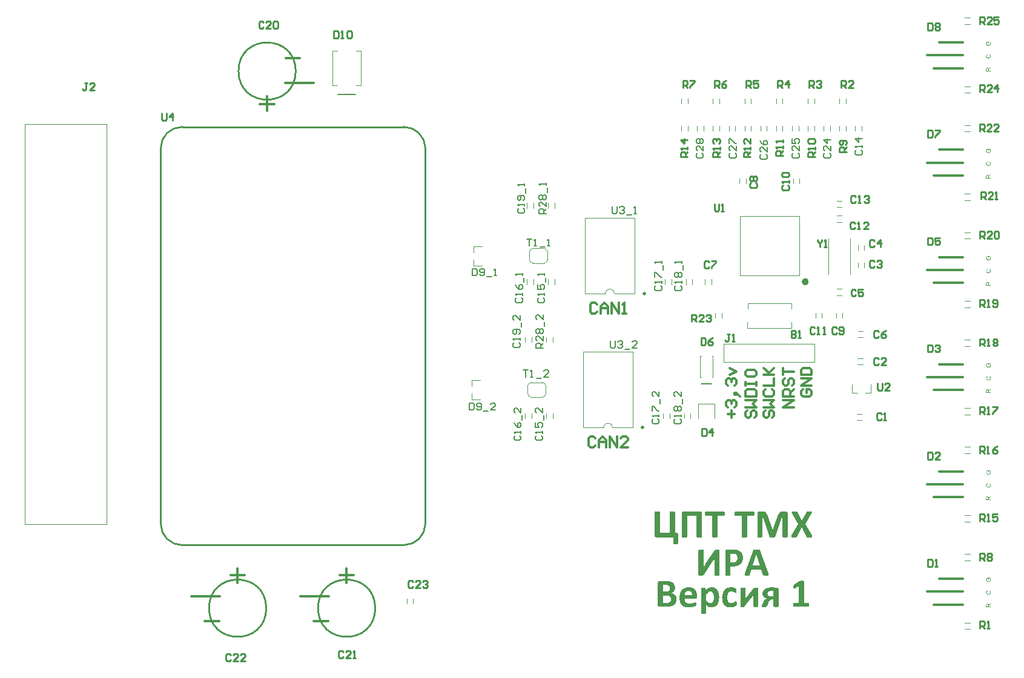
<source format=gto>
G04*
G04 #@! TF.GenerationSoftware,Altium Limited,Altium Designer,22.2.1 (43)*
G04*
G04 Layer_Color=65535*
%FSLAX44Y44*%
%MOMM*%
G71*
G04*
G04 #@! TF.SameCoordinates,7A9A4B32-F866-4FC0-92F5-D822EF52183D*
G04*
G04*
G04 #@! TF.FilePolarity,Positive*
G04*
G01*
G75*
%ADD10C,0.2540*%
%ADD11C,0.1000*%
%ADD12C,0.6000*%
%ADD13C,0.5000*%
%ADD14C,0.2000*%
%ADD15C,0.3000*%
G36*
X1672746Y352190D02*
X1673394Y352126D01*
X1673523D01*
X1673847Y352061D01*
X1674236Y351931D01*
X1674560Y351737D01*
X1674625Y351672D01*
X1674689Y351542D01*
X1674754Y351283D01*
X1674689Y350894D01*
Y350765D01*
X1674560Y350506D01*
X1674366Y349987D01*
X1674106Y349274D01*
X1666007Y334501D01*
X1674625Y318561D01*
Y318497D01*
X1674689Y318432D01*
X1674884Y317978D01*
X1675143Y317525D01*
X1675273Y317006D01*
Y316942D01*
X1675337Y316682D01*
X1675273Y316358D01*
X1675078Y316099D01*
X1675013Y316034D01*
X1674819Y315970D01*
X1674430Y315840D01*
X1673847Y315775D01*
X1673717D01*
X1673523Y315711D01*
X1672875D01*
X1672486Y315646D01*
X1669959D01*
X1669311Y315711D01*
X1669182D01*
X1668923Y315775D01*
X1668534D01*
X1668145Y315840D01*
X1668080D01*
X1667886Y315905D01*
X1667691Y316034D01*
X1667497Y316164D01*
Y316229D01*
X1667368Y316358D01*
X1667173Y316747D01*
X1660370Y329836D01*
X1653631Y316747D01*
Y316682D01*
X1653501Y316553D01*
X1653242Y316164D01*
X1653177D01*
X1653113Y316034D01*
X1652918Y315970D01*
X1652594Y315840D01*
X1652529D01*
X1652335Y315775D01*
X1651946D01*
X1651428Y315711D01*
X1650909D01*
X1650262Y315646D01*
X1648577D01*
X1647799Y315711D01*
X1647087Y315775D01*
X1646957D01*
X1646698Y315840D01*
X1646309Y315970D01*
X1646050Y316099D01*
X1645985Y316164D01*
X1645920Y316358D01*
Y316618D01*
Y317006D01*
X1645985Y317136D01*
X1646115Y317395D01*
X1646309Y317913D01*
X1646633Y318561D01*
X1655316Y334371D01*
X1647281Y349274D01*
Y349339D01*
X1647216Y349469D01*
X1647022Y349858D01*
X1646763Y350376D01*
X1646568Y350894D01*
Y351024D01*
X1646503Y351218D01*
X1646568Y351478D01*
X1646698Y351737D01*
X1646763Y351801D01*
X1646957Y351931D01*
X1647346Y352061D01*
X1647864Y352126D01*
X1648058D01*
X1648253Y352190D01*
X1648836D01*
X1649290Y352255D01*
X1651752D01*
X1652400Y352190D01*
X1652529D01*
X1652853Y352126D01*
X1653242Y352061D01*
X1653631Y351996D01*
X1653696D01*
X1653890Y351931D01*
X1654084Y351801D01*
X1654279Y351607D01*
X1654344Y351542D01*
X1654409Y351478D01*
X1654668Y351089D01*
X1661018Y339102D01*
X1667238Y351089D01*
Y351154D01*
X1667303Y351283D01*
X1667562Y351607D01*
X1667627Y351672D01*
X1667691Y351737D01*
X1667886Y351866D01*
X1668145Y351996D01*
X1668210D01*
X1668404Y352061D01*
X1668793Y352126D01*
X1669247Y352190D01*
X1669376D01*
X1669765Y352255D01*
X1672033D01*
X1672746Y352190D01*
D02*
G37*
G36*
X1638858Y351931D02*
X1639246Y351801D01*
X1639376Y351737D01*
X1639570Y351672D01*
X1639894Y351478D01*
X1640154Y351218D01*
X1640218Y351154D01*
X1640348Y350959D01*
X1640542Y350700D01*
X1640737Y350311D01*
X1640801Y350246D01*
X1640866Y349987D01*
X1640931Y349599D01*
Y349080D01*
Y316812D01*
Y316747D01*
Y316618D01*
X1640866Y316423D01*
X1640737Y316229D01*
X1640607Y316099D01*
X1640413Y316034D01*
X1640154Y315905D01*
X1640089D01*
X1639894Y315840D01*
X1639505D01*
X1639052Y315775D01*
X1638922D01*
X1638598Y315711D01*
X1638080Y315646D01*
X1636784D01*
X1636266Y315711D01*
X1635683Y315775D01*
X1635553D01*
X1635294Y315840D01*
X1634970D01*
X1634646Y315905D01*
X1634581D01*
X1634451Y315970D01*
X1634257Y316099D01*
X1634063Y316229D01*
Y316294D01*
X1633998Y316423D01*
X1633933Y316812D01*
Y346294D01*
X1633868D01*
X1623371Y316812D01*
Y316747D01*
X1623307Y316618D01*
X1622983Y316164D01*
X1622918D01*
X1622788Y316034D01*
X1622594Y315970D01*
X1622270Y315840D01*
X1622205D01*
X1622011Y315775D01*
X1621622D01*
X1621168Y315711D01*
X1620715D01*
X1620261Y315646D01*
X1619030D01*
X1618512Y315711D01*
X1617929Y315775D01*
X1617799D01*
X1617540Y315840D01*
X1617216D01*
X1616827Y315905D01*
X1616762D01*
X1616633Y315970D01*
X1616179Y316229D01*
X1616114Y316294D01*
X1616050Y316423D01*
X1615920Y316618D01*
X1615855Y316812D01*
X1605682Y346294D01*
Y316812D01*
Y316747D01*
Y316618D01*
X1605618Y316423D01*
X1605488Y316229D01*
X1605358Y316099D01*
X1605164Y316034D01*
X1604905Y315905D01*
X1604840D01*
X1604646Y315840D01*
X1604257D01*
X1603803Y315775D01*
X1603674D01*
X1603350Y315711D01*
X1602831Y315646D01*
X1601535D01*
X1601017Y315711D01*
X1600434Y315775D01*
X1600304D01*
X1600045Y315840D01*
X1599721D01*
X1599332Y315905D01*
X1599268D01*
X1599138Y315970D01*
X1598944Y316099D01*
X1598814Y316229D01*
Y316294D01*
X1598749Y316423D01*
X1598684Y316812D01*
Y349080D01*
Y349145D01*
Y349339D01*
X1598749Y349599D01*
Y349922D01*
X1599008Y350635D01*
X1599138Y350959D01*
X1599397Y351283D01*
X1599462Y351348D01*
X1599527Y351413D01*
X1599721Y351542D01*
X1599915Y351672D01*
X1600564Y351931D01*
X1600952Y352061D01*
X1607043D01*
X1607756Y351931D01*
X1608468Y351801D01*
X1608533D01*
X1608598Y351737D01*
X1608987Y351672D01*
X1609505Y351413D01*
X1610024Y351089D01*
X1610088D01*
X1610153Y351024D01*
X1610412Y350765D01*
X1610801Y350376D01*
X1611190Y349793D01*
Y349728D01*
X1611255Y349663D01*
X1611449Y349274D01*
X1611708Y348627D01*
X1611967Y347849D01*
X1619808Y326272D01*
X1619937D01*
X1628037Y347784D01*
Y347849D01*
X1628102Y347979D01*
X1628166Y348173D01*
X1628231Y348497D01*
X1628490Y349080D01*
X1628814Y349728D01*
Y349793D01*
X1628879Y349858D01*
X1629138Y350246D01*
X1629462Y350635D01*
X1629851Y351089D01*
X1629981Y351154D01*
X1630240Y351348D01*
X1630693Y351607D01*
X1631212Y351801D01*
X1631277D01*
X1631341Y351866D01*
X1631730Y351931D01*
X1632313Y351996D01*
X1633026Y352061D01*
X1638404D01*
X1638858Y351931D01*
D02*
G37*
G36*
X1480822Y352190D02*
X1481340Y352126D01*
X1481470D01*
X1481729Y352061D01*
X1482117Y351996D01*
X1482442Y351931D01*
X1482506D01*
X1482701Y351866D01*
X1482895Y351737D01*
X1483089Y351607D01*
X1483154Y351542D01*
X1483219Y351478D01*
X1483284Y351283D01*
Y351089D01*
Y321931D01*
X1486588D01*
X1486848Y321866D01*
X1487107Y321801D01*
X1487366Y321607D01*
X1487431Y321542D01*
X1487560Y321348D01*
X1487625Y320959D01*
X1487690Y320376D01*
Y307352D01*
Y307287D01*
Y307222D01*
X1487625Y307028D01*
X1487496Y306898D01*
X1487366Y306769D01*
X1487236Y306704D01*
X1486977Y306574D01*
X1486912D01*
X1486718Y306509D01*
X1486459Y306445D01*
X1486005Y306380D01*
X1485876D01*
X1485616Y306315D01*
X1485098Y306250D01*
X1483932D01*
X1483413Y306315D01*
X1482895Y306380D01*
X1482830D01*
X1482571Y306445D01*
X1482247Y306509D01*
X1481923Y306574D01*
X1481858D01*
X1481729Y306639D01*
X1481534Y306769D01*
X1481405Y306898D01*
Y306963D01*
X1481340Y307028D01*
X1481275Y307352D01*
Y315840D01*
X1457106D01*
X1456653Y315905D01*
X1456199Y316034D01*
X1455681Y316358D01*
X1455616Y316488D01*
X1455422Y316812D01*
X1455227Y317330D01*
X1455163Y318108D01*
Y351089D01*
Y351154D01*
Y351283D01*
X1455292Y351607D01*
X1455357Y351672D01*
X1455422Y351737D01*
X1455616Y351801D01*
X1455875Y351931D01*
X1455940D01*
X1456199Y351996D01*
X1456588Y352061D01*
X1457042Y352126D01*
X1457171D01*
X1457560Y352190D01*
X1458078Y352255D01*
X1459504D01*
X1460087Y352190D01*
X1460605Y352126D01*
X1460735D01*
X1460994Y352061D01*
X1461383Y351996D01*
X1461707Y351931D01*
X1461772D01*
X1461966Y351866D01*
X1462160Y351737D01*
X1462355Y351607D01*
X1462420Y351542D01*
X1462484Y351478D01*
X1462549Y351283D01*
Y351089D01*
Y321931D01*
X1475897D01*
Y351089D01*
Y351154D01*
Y351283D01*
X1476027Y351607D01*
X1476091Y351672D01*
X1476156Y351737D01*
X1476351Y351801D01*
X1476610Y351931D01*
X1476675D01*
X1476934Y351996D01*
X1477323Y352061D01*
X1477776Y352126D01*
X1477906D01*
X1478295Y352190D01*
X1478813Y352255D01*
X1480238D01*
X1480822Y352190D01*
D02*
G37*
G36*
X1593630Y351996D02*
X1593760Y351866D01*
X1593825D01*
X1593890Y351737D01*
X1593954Y351607D01*
X1594084Y351348D01*
Y351283D01*
X1594149Y351089D01*
X1594214Y350830D01*
X1594278Y350441D01*
Y350311D01*
X1594343Y350052D01*
X1594408Y349599D01*
Y349015D01*
Y348951D01*
Y348886D01*
Y348497D01*
X1594343Y348043D01*
X1594278Y347590D01*
Y347525D01*
X1594214Y347266D01*
X1594149Y347007D01*
X1594084Y346683D01*
Y346618D01*
X1594019Y346488D01*
X1593760Y346164D01*
X1593630Y346100D01*
X1593306Y346035D01*
X1584235D01*
Y316812D01*
Y316747D01*
Y316618D01*
X1584170Y316423D01*
X1584041Y316229D01*
X1583976D01*
X1583911Y316099D01*
X1583717Y316034D01*
X1583393Y315905D01*
X1583328D01*
X1583134Y315840D01*
X1582745D01*
X1582291Y315775D01*
X1582162D01*
X1581838Y315711D01*
X1581254Y315646D01*
X1579894D01*
X1579311Y315711D01*
X1578727Y315775D01*
X1578598D01*
X1578339Y315840D01*
X1577950D01*
X1577561Y315905D01*
X1577496D01*
X1577367Y315970D01*
X1577172Y316099D01*
X1576978Y316229D01*
Y316294D01*
X1576913Y316423D01*
X1576848Y316812D01*
Y346035D01*
X1567583D01*
X1567259Y346164D01*
Y346229D01*
X1567129Y346294D01*
X1566935Y346683D01*
Y346748D01*
X1566870Y346942D01*
X1566805Y347201D01*
X1566740Y347590D01*
Y347719D01*
Y347979D01*
X1566676Y348432D01*
Y349015D01*
Y349080D01*
Y349145D01*
Y349534D01*
Y349987D01*
X1566740Y350441D01*
Y350570D01*
X1566805Y350765D01*
X1566870Y351089D01*
X1566935Y351348D01*
Y351413D01*
X1567000Y351542D01*
X1567129Y351737D01*
X1567259Y351866D01*
X1567323Y351931D01*
X1567388Y351996D01*
X1567518Y352061D01*
X1593436D01*
X1593630Y351996D01*
D02*
G37*
G36*
X1552291D02*
X1552421Y351866D01*
X1552485D01*
X1552550Y351737D01*
X1552615Y351607D01*
X1552744Y351348D01*
Y351283D01*
X1552809Y351089D01*
X1552874Y350830D01*
X1552939Y350441D01*
Y350311D01*
X1553004Y350052D01*
X1553069Y349599D01*
Y349015D01*
Y348951D01*
Y348886D01*
Y348497D01*
X1553004Y348043D01*
X1552939Y347590D01*
Y347525D01*
X1552874Y347266D01*
X1552809Y347007D01*
X1552744Y346683D01*
Y346618D01*
X1552680Y346488D01*
X1552421Y346164D01*
X1552291Y346100D01*
X1551967Y346035D01*
X1542896D01*
Y316812D01*
Y316747D01*
Y316618D01*
X1542831Y316423D01*
X1542701Y316229D01*
X1542636D01*
X1542572Y316099D01*
X1542377Y316034D01*
X1542053Y315905D01*
X1541989D01*
X1541794Y315840D01*
X1541405D01*
X1540952Y315775D01*
X1540822D01*
X1540498Y315711D01*
X1539915Y315646D01*
X1538554D01*
X1537971Y315711D01*
X1537388Y315775D01*
X1537258D01*
X1536999Y315840D01*
X1536610D01*
X1536222Y315905D01*
X1536157D01*
X1536027Y315970D01*
X1535833Y316099D01*
X1535638Y316229D01*
Y316294D01*
X1535574Y316423D01*
X1535509Y316812D01*
Y346035D01*
X1526243D01*
X1525919Y346164D01*
Y346229D01*
X1525790Y346294D01*
X1525595Y346683D01*
Y346748D01*
X1525530Y346942D01*
X1525466Y347201D01*
X1525401Y347590D01*
Y347719D01*
Y347979D01*
X1525336Y348432D01*
Y349015D01*
Y349080D01*
Y349145D01*
Y349534D01*
Y349987D01*
X1525401Y350441D01*
Y350570D01*
X1525466Y350765D01*
X1525530Y351089D01*
X1525595Y351348D01*
Y351413D01*
X1525660Y351542D01*
X1525790Y351737D01*
X1525919Y351866D01*
X1525984Y351931D01*
X1526049Y351996D01*
X1526178Y352061D01*
X1552097D01*
X1552291Y351996D01*
D02*
G37*
G36*
X1519569D02*
X1520023Y351801D01*
X1520541Y351478D01*
X1520606Y351348D01*
X1520865Y351024D01*
X1521060Y350506D01*
X1521124Y349728D01*
Y316747D01*
Y316682D01*
Y316553D01*
X1521060Y316423D01*
X1520930Y316229D01*
X1520865D01*
X1520800Y316099D01*
X1520606Y316034D01*
X1520282Y315905D01*
X1520217D01*
X1520023Y315840D01*
X1519634D01*
X1519180Y315775D01*
X1519051D01*
X1518727Y315711D01*
X1518144Y315646D01*
X1516783D01*
X1516200Y315711D01*
X1515617Y315775D01*
X1515487D01*
X1515228Y315840D01*
X1514839D01*
X1514450Y315905D01*
X1514386D01*
X1514256Y315970D01*
X1514062Y316099D01*
X1513867Y316229D01*
Y316294D01*
X1513802Y316358D01*
X1513738Y316747D01*
Y345905D01*
X1500260D01*
Y316747D01*
Y316682D01*
Y316553D01*
X1500195Y316423D01*
X1500066Y316229D01*
X1500001D01*
X1499936Y316099D01*
X1499742Y316034D01*
X1499418Y315905D01*
X1499353D01*
X1499159Y315840D01*
X1498770D01*
X1498316Y315775D01*
X1498187D01*
X1497798Y315711D01*
X1497280Y315646D01*
X1495919D01*
X1495336Y315711D01*
X1494753Y315775D01*
X1494623D01*
X1494364Y315840D01*
X1493975D01*
X1493586Y315905D01*
X1493522D01*
X1493392Y315970D01*
X1493197Y316099D01*
X1493003Y316229D01*
Y316294D01*
X1492938Y316358D01*
X1492874Y316747D01*
Y349728D01*
Y349793D01*
Y349922D01*
X1492938Y350117D01*
Y350376D01*
X1493133Y350959D01*
X1493457Y351478D01*
X1493586Y351542D01*
X1493846Y351801D01*
X1494364Y351996D01*
X1495012Y352061D01*
X1519180D01*
X1519569Y351996D01*
D02*
G37*
G36*
X1543414Y298941D02*
X1543932Y298877D01*
X1544062D01*
X1544321Y298812D01*
X1544710Y298747D01*
X1545034Y298682D01*
X1545099D01*
X1545228Y298617D01*
X1545423Y298488D01*
X1545552Y298358D01*
X1545617Y298293D01*
X1545682Y298229D01*
X1545747Y298034D01*
Y297840D01*
Y263498D01*
Y263433D01*
Y263304D01*
X1545682Y263174D01*
X1545552Y262980D01*
X1545487D01*
X1545423Y262850D01*
X1545228Y262786D01*
X1544904Y262656D01*
X1544839D01*
X1544645Y262591D01*
X1544256D01*
X1543803Y262526D01*
X1543673D01*
X1543349Y262462D01*
X1542766Y262397D01*
X1541405D01*
X1540822Y262462D01*
X1540239Y262526D01*
X1540109D01*
X1539850Y262591D01*
X1539461D01*
X1539138Y262656D01*
X1539073D01*
X1538943Y262721D01*
X1538749Y262850D01*
X1538554Y262980D01*
Y263045D01*
X1538490Y263110D01*
X1538425Y263498D01*
Y282613D01*
Y282678D01*
Y282807D01*
Y283002D01*
Y283326D01*
Y283974D01*
Y284751D01*
Y284816D01*
Y284946D01*
Y285140D01*
Y285399D01*
Y285982D01*
X1538490Y286630D01*
X1538425D01*
X1538360Y286565D01*
X1538295Y286371D01*
X1538101Y286112D01*
X1537906Y285723D01*
X1537842Y285658D01*
X1537712Y285399D01*
X1537518Y285010D01*
X1537258Y284622D01*
X1537194Y284492D01*
X1537064Y284233D01*
X1536805Y283844D01*
X1536546Y283391D01*
X1536481Y283326D01*
X1536286Y283067D01*
X1536027Y282678D01*
X1535768Y282289D01*
X1523133Y263433D01*
X1523068Y263369D01*
X1523003Y263304D01*
X1522615Y262915D01*
X1522550D01*
X1522485Y262786D01*
X1522291Y262721D01*
X1522032Y262591D01*
X1521967D01*
X1521772Y262526D01*
X1521513D01*
X1521124Y262462D01*
X1520736D01*
X1520282Y262397D01*
X1519051D01*
X1518468Y262462D01*
X1517949Y262526D01*
X1517820D01*
X1517561Y262591D01*
X1517237D01*
X1516913Y262656D01*
X1516848D01*
X1516718Y262721D01*
X1516524Y262850D01*
X1516394Y262980D01*
Y263045D01*
X1516329Y263174D01*
X1516265Y263563D01*
Y297840D01*
Y297905D01*
Y298034D01*
X1516394Y298358D01*
X1516459Y298423D01*
X1516524Y298488D01*
X1516783Y298553D01*
X1517042Y298682D01*
X1517107D01*
X1517366Y298747D01*
X1517690Y298812D01*
X1518144Y298877D01*
X1518273D01*
X1518662Y298941D01*
X1519180Y299006D01*
X1520606D01*
X1521189Y298941D01*
X1521707Y298877D01*
X1521837D01*
X1522096Y298812D01*
X1522485Y298747D01*
X1522809Y298682D01*
X1522874D01*
X1523068Y298617D01*
X1523263Y298488D01*
X1523457Y298358D01*
X1523522Y298293D01*
X1523587Y298229D01*
X1523651Y298034D01*
Y297840D01*
Y278596D01*
Y278531D01*
Y278466D01*
Y278077D01*
Y277429D01*
X1523587Y276717D01*
Y276652D01*
Y276522D01*
Y276328D01*
Y276069D01*
Y275485D01*
X1523522Y274773D01*
X1523587D01*
Y274837D01*
X1523651Y274902D01*
X1523781Y275097D01*
X1523911Y275356D01*
X1524299Y276004D01*
X1524753Y276781D01*
X1524818Y276846D01*
X1524883Y276976D01*
X1525012Y277235D01*
X1525206Y277494D01*
X1525660Y278207D01*
X1526243Y279049D01*
X1538878Y297905D01*
X1538943Y297969D01*
X1539008Y298034D01*
X1539267Y298358D01*
X1539332Y298423D01*
X1539461Y298488D01*
X1539850Y298682D01*
X1539915Y298747D01*
X1540109Y298812D01*
X1540433Y298877D01*
X1540822Y298941D01*
X1540952D01*
X1541211Y299006D01*
X1542831D01*
X1543414Y298941D01*
D02*
G37*
G36*
X1599527D02*
X1600110D01*
X1600499Y298877D01*
X1600952Y298812D01*
X1601406Y298682D01*
X1601471D01*
X1601730Y298553D01*
X1601989Y298423D01*
X1602183Y298229D01*
X1602248Y298164D01*
X1602313Y298034D01*
X1602507Y297775D01*
X1602637Y297451D01*
X1613847Y265313D01*
Y265248D01*
X1613911Y265118D01*
X1614041Y264729D01*
X1614171Y264211D01*
X1614235Y263693D01*
Y263628D01*
Y263369D01*
Y263110D01*
X1614041Y262850D01*
X1613976Y262786D01*
X1613782Y262721D01*
X1613458Y262591D01*
X1612939Y262526D01*
X1612810D01*
X1612615Y262462D01*
X1612356D01*
X1611708Y262397D01*
X1609246D01*
X1608533Y262462D01*
X1608404D01*
X1608080Y262526D01*
X1607691D01*
X1607302Y262591D01*
X1607237D01*
X1607108Y262656D01*
X1606913Y262786D01*
X1606719Y262915D01*
Y262980D01*
X1606654Y263110D01*
X1606460Y263498D01*
X1604062Y270885D01*
X1590391D01*
X1588123Y263693D01*
Y263628D01*
X1588058Y263498D01*
X1587799Y263045D01*
X1587734Y262980D01*
X1587669Y262915D01*
X1587475Y262786D01*
X1587216Y262656D01*
X1587151D01*
X1586956Y262591D01*
X1586568Y262526D01*
X1586049Y262462D01*
X1585531D01*
X1584948Y262397D01*
X1583393D01*
X1582745Y262462D01*
X1582097Y262526D01*
X1581967D01*
X1581708Y262591D01*
X1581384Y262721D01*
X1581060Y262850D01*
X1580995Y262915D01*
X1580930Y263110D01*
X1580866Y263369D01*
Y263757D01*
Y263887D01*
X1580995Y264146D01*
X1581125Y264665D01*
X1581319Y265313D01*
X1592529Y297516D01*
Y297581D01*
X1592594Y297775D01*
X1592723Y298034D01*
X1592853Y298229D01*
X1592918Y298293D01*
X1593047Y298423D01*
X1593242Y298553D01*
X1593566Y298682D01*
X1593630Y298747D01*
X1593954Y298812D01*
X1594343Y298877D01*
X1594926Y298941D01*
X1595315D01*
X1595574Y299006D01*
X1599073D01*
X1599527Y298941D01*
D02*
G37*
G36*
X1566287Y298747D02*
X1567129Y298682D01*
X1567323D01*
X1567583Y298617D01*
X1567907Y298553D01*
X1568295Y298488D01*
X1568814Y298423D01*
X1569915Y298229D01*
X1569980D01*
X1570175Y298164D01*
X1570498Y298099D01*
X1570952Y297969D01*
X1571406Y297840D01*
X1571989Y297645D01*
X1573155Y297062D01*
X1573220Y296998D01*
X1573414Y296933D01*
X1573738Y296738D01*
X1574127Y296479D01*
X1575099Y295766D01*
X1576006Y294859D01*
X1576071Y294795D01*
X1576200Y294600D01*
X1576395Y294341D01*
X1576654Y294017D01*
X1576978Y293563D01*
X1577237Y292980D01*
X1577561Y292397D01*
X1577820Y291749D01*
Y291684D01*
X1577950Y291425D01*
X1578015Y291101D01*
X1578144Y290583D01*
X1578274Y290000D01*
X1578339Y289352D01*
X1578468Y288574D01*
Y287797D01*
Y287732D01*
Y287667D01*
Y287278D01*
X1578403Y286695D01*
X1578339Y285982D01*
X1578209Y285140D01*
X1578080Y284233D01*
X1577820Y283261D01*
X1577496Y282354D01*
X1577431Y282224D01*
X1577302Y281965D01*
X1577108Y281511D01*
X1576784Y280993D01*
X1576395Y280345D01*
X1575941Y279697D01*
X1575358Y279049D01*
X1574710Y278401D01*
X1574645Y278337D01*
X1574386Y278142D01*
X1573997Y277818D01*
X1573479Y277494D01*
X1572831Y277105D01*
X1572054Y276652D01*
X1571211Y276263D01*
X1570239Y275939D01*
X1570110D01*
X1569786Y275809D01*
X1569203Y275680D01*
X1568490Y275550D01*
X1567583Y275421D01*
X1566481Y275291D01*
X1565315Y275226D01*
X1564019Y275161D01*
X1561038D01*
Y263563D01*
Y263498D01*
Y263369D01*
X1560974Y263174D01*
X1560844Y262980D01*
X1560779D01*
X1560714Y262850D01*
X1560520Y262786D01*
X1560196Y262656D01*
X1560131D01*
X1559937Y262591D01*
X1559548D01*
X1559094Y262526D01*
X1558965D01*
X1558576Y262462D01*
X1558058Y262397D01*
X1556697D01*
X1556114Y262462D01*
X1555531Y262526D01*
X1555401D01*
X1555142Y262591D01*
X1554753D01*
X1554364Y262656D01*
X1554300D01*
X1554170Y262721D01*
X1553976Y262850D01*
X1553781Y262980D01*
Y263045D01*
X1553716Y263174D01*
X1553652Y263563D01*
Y296155D01*
Y296220D01*
Y296350D01*
X1553716Y296609D01*
Y296868D01*
X1553911Y297516D01*
X1554300Y298099D01*
X1554364Y298164D01*
X1554429Y298229D01*
X1554818Y298488D01*
X1555336Y298682D01*
X1555725Y298812D01*
X1565444D01*
X1566287Y298747D01*
D02*
G37*
G36*
X1535930Y246146D02*
X1536578Y246081D01*
X1537291Y245952D01*
X1538068Y245757D01*
X1538846Y245498D01*
X1539623Y245109D01*
X1539688Y245045D01*
X1539947Y244915D01*
X1540271Y244656D01*
X1540725Y244332D01*
X1541243Y243878D01*
X1541762Y243360D01*
X1542280Y242777D01*
X1542734Y242129D01*
X1542798Y242064D01*
X1542928Y241805D01*
X1543187Y241416D01*
X1543446Y240898D01*
X1543705Y240250D01*
X1544030Y239472D01*
X1544289Y238630D01*
X1544548Y237723D01*
Y237593D01*
X1544613Y237269D01*
X1544742Y236816D01*
X1544872Y236168D01*
X1544937Y235390D01*
X1545066Y234483D01*
X1545131Y233511D01*
Y232474D01*
Y232409D01*
Y232345D01*
Y232150D01*
Y231891D01*
X1545066Y231243D01*
Y230466D01*
X1544937Y229494D01*
X1544807Y228522D01*
X1544613Y227485D01*
X1544353Y226448D01*
Y226319D01*
X1544224Y225995D01*
X1544030Y225541D01*
X1543835Y224893D01*
X1543511Y224181D01*
X1543187Y223403D01*
X1542734Y222625D01*
X1542280Y221913D01*
X1542215Y221848D01*
X1542021Y221589D01*
X1541762Y221265D01*
X1541373Y220876D01*
X1540855Y220357D01*
X1540271Y219904D01*
X1539559Y219450D01*
X1538846Y218997D01*
X1538781Y218932D01*
X1538522Y218867D01*
X1538068Y218673D01*
X1537550Y218543D01*
X1536837Y218349D01*
X1536060Y218155D01*
X1535217Y218090D01*
X1534245Y218025D01*
X1533857D01*
X1533598Y218090D01*
X1532950Y218155D01*
X1532237Y218284D01*
X1532172D01*
X1532107Y218349D01*
X1531654Y218414D01*
X1531070Y218608D01*
X1530423Y218867D01*
X1530358D01*
X1530293Y218932D01*
X1529904Y219126D01*
X1529386Y219450D01*
X1528738Y219904D01*
X1528673D01*
X1528608Y220034D01*
X1528219Y220357D01*
X1527701Y220811D01*
X1527053Y221459D01*
Y209731D01*
Y209666D01*
Y209601D01*
X1526988Y209407D01*
X1526859Y209277D01*
X1526794Y209213D01*
X1526729Y209148D01*
X1526535Y209018D01*
X1526276Y208889D01*
X1526211D01*
X1526016Y208759D01*
X1525628Y208694D01*
X1525174Y208630D01*
X1525045D01*
X1524720Y208565D01*
X1524202Y208500D01*
X1522906D01*
X1522323Y208565D01*
X1521740Y208630D01*
X1521610D01*
X1521351Y208694D01*
X1521027Y208759D01*
X1520703Y208889D01*
X1520638D01*
X1520509Y209018D01*
X1520314Y209083D01*
X1520120Y209277D01*
Y209342D01*
X1520055Y209407D01*
X1519990Y209731D01*
Y244526D01*
Y244591D01*
Y244721D01*
X1520120Y245045D01*
Y245109D01*
X1520250Y245174D01*
X1520379Y245239D01*
X1520574Y245369D01*
X1520638D01*
X1520833Y245433D01*
X1521092Y245498D01*
X1521481Y245563D01*
X1521610D01*
X1521870Y245628D01*
X1522388Y245693D01*
X1523489D01*
X1523878Y245628D01*
X1524332Y245563D01*
X1524461D01*
X1524656Y245498D01*
X1524980Y245433D01*
X1525239Y245369D01*
X1525304D01*
X1525433Y245304D01*
X1525628Y245174D01*
X1525757Y245045D01*
X1525822Y244980D01*
X1525887Y244915D01*
X1525952Y244721D01*
Y244526D01*
Y241610D01*
X1526016Y241675D01*
X1526146Y241805D01*
X1526340Y241999D01*
X1526600Y242323D01*
X1527247Y242971D01*
X1528025Y243619D01*
X1528090Y243684D01*
X1528219Y243749D01*
X1528414Y243943D01*
X1528738Y244137D01*
X1529451Y244591D01*
X1530228Y245045D01*
X1530293D01*
X1530423Y245174D01*
X1530617Y245239D01*
X1530941Y245369D01*
X1531654Y245628D01*
X1532431Y245887D01*
X1532496D01*
X1532625Y245952D01*
X1532885Y246017D01*
X1533209Y246081D01*
X1533986Y246146D01*
X1534958Y246211D01*
X1535412D01*
X1535930Y246146D01*
D02*
G37*
G36*
X1563209Y246017D02*
X1563987Y245887D01*
X1564051D01*
X1564181Y245822D01*
X1564375D01*
X1564635Y245757D01*
X1565282Y245563D01*
X1565995Y245369D01*
X1566060D01*
X1566190Y245304D01*
X1566578Y245174D01*
X1567097Y244915D01*
X1567680Y244591D01*
X1567745D01*
X1567809Y244526D01*
X1568133Y244332D01*
X1568457Y244137D01*
X1568717Y243878D01*
X1568781Y243813D01*
X1568911Y243749D01*
X1569041Y243554D01*
X1569170Y243360D01*
Y243295D01*
X1569235Y243230D01*
X1569364Y242842D01*
Y242777D01*
X1569429Y242647D01*
Y242323D01*
X1569494Y241999D01*
Y241934D01*
X1569559Y241675D01*
Y241287D01*
Y240833D01*
Y240768D01*
Y240574D01*
Y240315D01*
X1569494Y239926D01*
X1569429Y239213D01*
X1569364Y238824D01*
X1569235Y238565D01*
X1569170Y238435D01*
X1569041Y238241D01*
X1568846Y238047D01*
X1568522Y237917D01*
X1568457D01*
X1568263Y237982D01*
X1567939Y238111D01*
X1567550Y238306D01*
X1567486Y238371D01*
X1567226Y238565D01*
X1566773Y238824D01*
X1566254Y239148D01*
X1566125Y239213D01*
X1565801Y239407D01*
X1565218Y239667D01*
X1564505Y239991D01*
X1564440D01*
X1564310Y240055D01*
X1564116Y240120D01*
X1563857Y240250D01*
X1563144Y240379D01*
X1562172Y240444D01*
X1561719D01*
X1561200Y240315D01*
X1560617Y240185D01*
X1559904Y239926D01*
X1559192Y239537D01*
X1558544Y239019D01*
X1557961Y238306D01*
X1557896Y238176D01*
X1557766Y237917D01*
X1557507Y237399D01*
X1557248Y236751D01*
X1556989Y235844D01*
X1556729Y234807D01*
X1556600Y233511D01*
X1556535Y232085D01*
Y232021D01*
Y231761D01*
Y231373D01*
X1556600Y230919D01*
Y230336D01*
X1556665Y229753D01*
X1556859Y228522D01*
Y228457D01*
X1556924Y228263D01*
X1557053Y228003D01*
X1557118Y227615D01*
X1557507Y226772D01*
X1557961Y225930D01*
X1558025Y225865D01*
X1558090Y225736D01*
X1558479Y225347D01*
X1558997Y224828D01*
X1559710Y224375D01*
X1559775D01*
X1559904Y224310D01*
X1560164Y224245D01*
X1560423Y224181D01*
X1560811Y224051D01*
X1561265Y223986D01*
X1562237Y223921D01*
X1562755D01*
X1563079Y223986D01*
X1563857Y224116D01*
X1564699Y224310D01*
X1564764D01*
X1564894Y224375D01*
X1565088Y224505D01*
X1565347Y224634D01*
X1565930Y224893D01*
X1566578Y225282D01*
X1566643D01*
X1566708Y225347D01*
X1567032Y225606D01*
X1567486Y225930D01*
X1567874Y226254D01*
X1567939Y226319D01*
X1568198Y226513D01*
X1568457Y226643D01*
X1568781Y226707D01*
X1568911D01*
X1569041Y226643D01*
X1569170Y226513D01*
X1569235D01*
X1569300Y226383D01*
X1569364Y226254D01*
X1569429Y225995D01*
Y225930D01*
X1569494Y225736D01*
X1569559Y225412D01*
X1569624Y225023D01*
Y224893D01*
X1569689Y224634D01*
Y224181D01*
Y223533D01*
Y223403D01*
Y223144D01*
Y222690D01*
X1569624Y222301D01*
Y222237D01*
X1569559Y221977D01*
Y221718D01*
X1569494Y221459D01*
Y221394D01*
X1569429Y221265D01*
X1569300Y220941D01*
Y220876D01*
X1569235Y220811D01*
X1569105Y220617D01*
X1568911Y220422D01*
X1568846Y220357D01*
X1568652Y220228D01*
X1568263Y219969D01*
X1567745Y219645D01*
X1567680D01*
X1567615Y219580D01*
X1567226Y219386D01*
X1566643Y219126D01*
X1565930Y218803D01*
X1565866D01*
X1565736Y218738D01*
X1565542Y218673D01*
X1565282Y218608D01*
X1564570Y218479D01*
X1563663Y218284D01*
X1563598D01*
X1563468Y218219D01*
X1563209D01*
X1562885Y218155D01*
X1562107Y218090D01*
X1561136Y218025D01*
X1560682D01*
X1560099Y218090D01*
X1559451Y218155D01*
X1558609Y218219D01*
X1557766Y218414D01*
X1556859Y218608D01*
X1556017Y218867D01*
X1555952Y218932D01*
X1555628Y219062D01*
X1555239Y219256D01*
X1554721Y219515D01*
X1554138Y219904D01*
X1553490Y220357D01*
X1552842Y220941D01*
X1552258Y221524D01*
X1552194Y221589D01*
X1551999Y221848D01*
X1551740Y222237D01*
X1551416Y222690D01*
X1551027Y223338D01*
X1550703Y224051D01*
X1550315Y224893D01*
X1549991Y225800D01*
Y225930D01*
X1549861Y226254D01*
X1549796Y226772D01*
X1549667Y227485D01*
X1549537Y228327D01*
X1549408Y229299D01*
X1549343Y230401D01*
X1549278Y231567D01*
Y231632D01*
Y231761D01*
Y231956D01*
Y232215D01*
X1549343Y232928D01*
X1549408Y233770D01*
X1549472Y234807D01*
X1549667Y235908D01*
X1549861Y237010D01*
X1550185Y238047D01*
X1550250Y238176D01*
X1550379Y238500D01*
X1550574Y239019D01*
X1550833Y239667D01*
X1551222Y240379D01*
X1551675Y241092D01*
X1552194Y241870D01*
X1552777Y242582D01*
X1552842Y242647D01*
X1553101Y242906D01*
X1553425Y243230D01*
X1553878Y243619D01*
X1554462Y244008D01*
X1555174Y244461D01*
X1555887Y244915D01*
X1556729Y245239D01*
X1556859Y245304D01*
X1557118Y245369D01*
X1557637Y245498D01*
X1558220Y245693D01*
X1558997Y245887D01*
X1559904Y246017D01*
X1560811Y246081D01*
X1561848Y246146D01*
X1562561D01*
X1563209Y246017D01*
D02*
G37*
G36*
X1597939Y245628D02*
X1598328D01*
X1598652Y245563D01*
X1598911Y245433D01*
X1598976D01*
X1599106Y245369D01*
X1599300Y245239D01*
X1599430Y245045D01*
X1599494D01*
X1599559Y244915D01*
X1599624Y244785D01*
Y244591D01*
Y219515D01*
Y219450D01*
Y219321D01*
X1599559Y219191D01*
X1599430Y218997D01*
X1599300Y218867D01*
X1599170Y218803D01*
X1598911Y218673D01*
X1598846D01*
X1598652Y218608D01*
X1598328D01*
X1597874Y218543D01*
X1597421D01*
X1596903Y218479D01*
X1595088D01*
X1594505Y218543D01*
X1594376D01*
X1594116Y218608D01*
X1593728D01*
X1593339Y218673D01*
X1593274D01*
X1593144Y218738D01*
X1592950Y218867D01*
X1592756Y218997D01*
Y219062D01*
X1592691Y219126D01*
X1592626Y219450D01*
Y230595D01*
Y230660D01*
Y230790D01*
Y231049D01*
Y231373D01*
Y232150D01*
X1592691Y233057D01*
Y233122D01*
Y233252D01*
Y233511D01*
X1592756Y233835D01*
X1592820Y234677D01*
X1592880Y235450D01*
X1592756Y235325D01*
X1592626Y235066D01*
X1592432Y234807D01*
X1591978Y234029D01*
X1591395Y233187D01*
X1591330Y233122D01*
X1591265Y232993D01*
X1591136Y232798D01*
X1590941Y232474D01*
X1590423Y231826D01*
X1589840Y230984D01*
X1581352Y219515D01*
X1581287Y219450D01*
X1581222Y219321D01*
X1580833Y218997D01*
X1580768D01*
X1580704Y218867D01*
X1580509Y218803D01*
X1580250Y218673D01*
X1580185D01*
X1580056Y218608D01*
X1579732D01*
X1579408Y218543D01*
X1579019D01*
X1578630Y218479D01*
X1576881D01*
X1576362Y218543D01*
X1576298D01*
X1576039Y218608D01*
X1575715D01*
X1575390Y218673D01*
X1575326D01*
X1575196Y218738D01*
X1575002Y218867D01*
X1574872Y218997D01*
Y219062D01*
X1574807Y219191D01*
X1574742Y219515D01*
Y244591D01*
Y244656D01*
Y244721D01*
X1574872Y245045D01*
Y245109D01*
X1575002Y245174D01*
X1575131Y245239D01*
X1575390Y245369D01*
X1575455D01*
X1575715Y245433D01*
X1576039Y245498D01*
X1576492Y245563D01*
X1576622D01*
X1576946Y245628D01*
X1577464Y245693D01*
X1578825D01*
X1579278Y245628D01*
X1580185Y245563D01*
X1580574Y245498D01*
X1580963Y245369D01*
X1581028D01*
X1581093Y245304D01*
X1581416Y245174D01*
X1581676Y244915D01*
X1581740Y244785D01*
X1581805Y244591D01*
Y233511D01*
Y233446D01*
Y233317D01*
Y233057D01*
Y232798D01*
X1581740Y232021D01*
X1581676Y231114D01*
Y231049D01*
Y230919D01*
Y230660D01*
X1581611Y230336D01*
X1581546Y229559D01*
X1581487Y228786D01*
X1581611Y228911D01*
X1581740Y229105D01*
X1581870Y229429D01*
X1582324Y230142D01*
X1582842Y230919D01*
X1582907Y230984D01*
X1582972Y231114D01*
X1583101Y231373D01*
X1583295Y231632D01*
X1583749Y232345D01*
X1584332Y233057D01*
X1592885Y244591D01*
X1592950Y244656D01*
X1593015Y244721D01*
X1593339Y245045D01*
X1593404Y245109D01*
X1593533Y245174D01*
X1593728Y245304D01*
X1593987Y245433D01*
X1594052Y245498D01*
X1594246Y245563D01*
X1594505Y245628D01*
X1595023D01*
X1595283Y245693D01*
X1597421D01*
X1597939Y245628D01*
D02*
G37*
G36*
X1662475Y255088D02*
X1662605D01*
X1662864Y255023D01*
X1663188Y254958D01*
X1663512Y254893D01*
X1663577D01*
X1663707Y254829D01*
X1663836Y254764D01*
X1663966Y254634D01*
X1664031Y254569D01*
X1664095Y254245D01*
Y224375D01*
X1670057D01*
X1670251Y224310D01*
X1670381Y224181D01*
X1670445D01*
X1670510Y224051D01*
X1670640Y223921D01*
X1670769Y223662D01*
Y223597D01*
X1670834Y223403D01*
X1670899Y223144D01*
X1670964Y222755D01*
Y222690D01*
X1671028Y222431D01*
X1671093Y221977D01*
Y221459D01*
Y221394D01*
Y221329D01*
Y221005D01*
X1671028Y220552D01*
X1670964Y220098D01*
Y220034D01*
X1670899Y219774D01*
X1670834Y219515D01*
X1670704Y219256D01*
Y219191D01*
X1670640Y219062D01*
X1670510Y218932D01*
X1670381Y218803D01*
X1670251Y218738D01*
X1669927Y218673D01*
X1649840D01*
X1649581Y218803D01*
X1649452Y218932D01*
X1649322Y219062D01*
X1649193Y219256D01*
Y219321D01*
X1649128Y219515D01*
X1649063Y219774D01*
X1648998Y220098D01*
Y220228D01*
Y220487D01*
X1648933Y220941D01*
Y221459D01*
Y221524D01*
Y221589D01*
Y221913D01*
Y222366D01*
X1648998Y222755D01*
Y222885D01*
X1649063Y223079D01*
X1649128Y223403D01*
X1649193Y223662D01*
Y223727D01*
X1649257Y223857D01*
X1649387Y224051D01*
X1649516Y224181D01*
X1649581Y224245D01*
X1649646Y224310D01*
X1649776Y224375D01*
X1656774D01*
Y247960D01*
X1650942Y244721D01*
X1650812Y244656D01*
X1650553Y244526D01*
X1650229Y244397D01*
X1649840Y244332D01*
X1649387D01*
X1649193Y244461D01*
Y244526D01*
X1649063Y244656D01*
X1648998Y244915D01*
X1648933Y245304D01*
Y245433D01*
Y245757D01*
X1648869Y246211D01*
Y246924D01*
Y246989D01*
Y247053D01*
Y247312D01*
Y247701D01*
Y248025D01*
Y248090D01*
Y248284D01*
X1648998Y248803D01*
Y248867D01*
X1649063Y248997D01*
X1649322Y249321D01*
X1649387Y249386D01*
X1649452Y249451D01*
X1649840Y249710D01*
X1657616Y254764D01*
X1657681Y254829D01*
X1657940Y254958D01*
X1658005D01*
X1658134Y255023D01*
X1658588D01*
X1658782Y255088D01*
X1659495D01*
X1659754Y255153D01*
X1661957D01*
X1662475Y255088D01*
D02*
G37*
G36*
X1472625Y254829D02*
X1473532Y254764D01*
X1474439Y254634D01*
X1475411Y254505D01*
X1476318Y254310D01*
X1476448D01*
X1476707Y254181D01*
X1477161Y254051D01*
X1477679Y253857D01*
X1478327Y253598D01*
X1478975Y253338D01*
X1479623Y252950D01*
X1480206Y252561D01*
X1480271Y252496D01*
X1480465Y252367D01*
X1480789Y252107D01*
X1481113Y251783D01*
X1481502Y251395D01*
X1481956Y250876D01*
X1482344Y250358D01*
X1482668Y249710D01*
X1482733Y249645D01*
X1482798Y249386D01*
X1482928Y249062D01*
X1483122Y248608D01*
X1483251Y247960D01*
X1483381Y247312D01*
X1483446Y246535D01*
X1483511Y245693D01*
Y245628D01*
Y245433D01*
Y245174D01*
X1483446Y244850D01*
X1483381Y244073D01*
X1483122Y243165D01*
Y243101D01*
X1483057Y242971D01*
X1482992Y242777D01*
X1482863Y242453D01*
X1482603Y241805D01*
X1482150Y241027D01*
Y240963D01*
X1482020Y240898D01*
X1481696Y240509D01*
X1481178Y239991D01*
X1480530Y239407D01*
X1480465D01*
X1480400Y239278D01*
X1480206Y239148D01*
X1479947Y239019D01*
X1479299Y238630D01*
X1478457Y238241D01*
X1478521D01*
X1478716Y238176D01*
X1478975Y238111D01*
X1479364Y237982D01*
X1480271Y237658D01*
X1481243Y237204D01*
X1481308D01*
X1481437Y237075D01*
X1481696Y236945D01*
X1482020Y236751D01*
X1482733Y236168D01*
X1483511Y235455D01*
X1483575Y235390D01*
X1483705Y235261D01*
X1483835Y235001D01*
X1484094Y234742D01*
X1484288Y234353D01*
X1484547Y233900D01*
X1485066Y232863D01*
Y232798D01*
X1485130Y232604D01*
X1485260Y232280D01*
X1485390Y231891D01*
X1485455Y231373D01*
X1485584Y230790D01*
X1485649Y229494D01*
Y229429D01*
Y229170D01*
Y228781D01*
X1485584Y228327D01*
X1485519Y227809D01*
X1485390Y227226D01*
X1485066Y225995D01*
Y225930D01*
X1485001Y225736D01*
X1484871Y225412D01*
X1484677Y225088D01*
X1484223Y224181D01*
X1483575Y223209D01*
X1483511Y223144D01*
X1483446Y223014D01*
X1483251Y222820D01*
X1482992Y222496D01*
X1482280Y221848D01*
X1481372Y221135D01*
X1481308Y221070D01*
X1481178Y221005D01*
X1480854Y220811D01*
X1480530Y220617D01*
X1480141Y220422D01*
X1479623Y220163D01*
X1478521Y219710D01*
X1478457D01*
X1478262Y219645D01*
X1477938Y219515D01*
X1477549Y219450D01*
X1477031Y219321D01*
X1476448Y219191D01*
X1475152Y218932D01*
X1475087D01*
X1474828Y218867D01*
X1474504D01*
X1473986Y218803D01*
X1473403Y218738D01*
X1472755D01*
X1471977Y218673D01*
X1461415D01*
X1461027Y218738D01*
X1460508Y218867D01*
X1459990Y219191D01*
X1459925Y219321D01*
X1459731Y219580D01*
X1459471Y220163D01*
X1459407Y220487D01*
Y220941D01*
Y252561D01*
Y252626D01*
Y252755D01*
X1459471Y252950D01*
Y253274D01*
X1459666Y253792D01*
X1459796Y254116D01*
X1459990Y254310D01*
X1460119Y254375D01*
X1460444Y254634D01*
X1460897Y254829D01*
X1461545Y254893D01*
X1471847D01*
X1472625Y254829D01*
D02*
G37*
G36*
X1620229Y245822D02*
X1621590D01*
X1622367Y245757D01*
X1622756D01*
X1623080Y245693D01*
X1623728D01*
X1624505Y245628D01*
X1624894D01*
X1625153Y245563D01*
X1625737Y245498D01*
X1626320Y245433D01*
X1626449D01*
X1626838Y245369D01*
X1627356Y245174D01*
X1627745Y244850D01*
X1627810Y244721D01*
X1628004Y244461D01*
X1628134Y244008D01*
X1628199Y243360D01*
Y219580D01*
Y219515D01*
Y219386D01*
X1628069Y219062D01*
X1627940Y218932D01*
X1627810Y218867D01*
X1627551Y218738D01*
X1627486D01*
X1627292Y218673D01*
X1626903Y218608D01*
X1626449Y218543D01*
X1625996D01*
X1625412Y218479D01*
X1623533D01*
X1622950Y218543D01*
X1622821D01*
X1622562Y218608D01*
X1622238Y218673D01*
X1621849Y218738D01*
X1621784D01*
X1621654Y218803D01*
X1621460Y218932D01*
X1621330Y219062D01*
Y219126D01*
X1621266Y219191D01*
X1621201Y219580D01*
Y229040D01*
X1618609D01*
X1617896Y228911D01*
X1617248Y228781D01*
X1617119Y228716D01*
X1616795Y228587D01*
X1616406Y228327D01*
X1615888Y227939D01*
X1615758Y227809D01*
X1615499Y227550D01*
X1615175Y227031D01*
X1614721Y226383D01*
Y226319D01*
X1614657Y226254D01*
X1614527Y225995D01*
X1614397Y225736D01*
X1614268Y225412D01*
X1614073Y225023D01*
X1613685Y224051D01*
X1612065Y219774D01*
Y219710D01*
X1611935Y219580D01*
X1611611Y219126D01*
X1611546Y219062D01*
X1611481Y218997D01*
X1611222Y218867D01*
X1610898Y218738D01*
X1610834D01*
X1610574Y218673D01*
X1610186Y218608D01*
X1609732Y218543D01*
X1609214D01*
X1608695Y218479D01*
X1606816D01*
X1606233Y218543D01*
X1605520D01*
X1605132Y218608D01*
X1605067D01*
X1604937Y218673D01*
X1604743Y218738D01*
X1604548Y218803D01*
Y218867D01*
X1604484Y218932D01*
X1604419Y219321D01*
Y219386D01*
Y219580D01*
X1604484Y219839D01*
X1604613Y220163D01*
X1604678Y220293D01*
X1604808Y220617D01*
X1605002Y221200D01*
X1605196Y221589D01*
X1605391Y222042D01*
X1607075Y225995D01*
X1607140Y226059D01*
X1607205Y226319D01*
X1607399Y226643D01*
X1607594Y227031D01*
X1608177Y227939D01*
X1608954Y228911D01*
X1609019Y228975D01*
X1609149Y229105D01*
X1609408Y229299D01*
X1609667Y229623D01*
X1610445Y230142D01*
X1610898Y230466D01*
X1611417Y230660D01*
X1611287Y230725D01*
X1610963Y230790D01*
X1610510Y230984D01*
X1609926Y231178D01*
X1609279Y231502D01*
X1608566Y231891D01*
X1607918Y232345D01*
X1607270Y232928D01*
X1607205Y232993D01*
X1607011Y233252D01*
X1606816Y233576D01*
X1606557Y234094D01*
X1606233Y234742D01*
X1606039Y235520D01*
X1605844Y236362D01*
X1605780Y237334D01*
Y237399D01*
Y237658D01*
X1605844Y238047D01*
X1605909Y238565D01*
X1605974Y239083D01*
X1606104Y239667D01*
X1606298Y240315D01*
X1606557Y240898D01*
X1606622Y240963D01*
X1606687Y241157D01*
X1606881Y241481D01*
X1607140Y241870D01*
X1607464Y242258D01*
X1607853Y242712D01*
X1608371Y243165D01*
X1608890Y243554D01*
X1608954Y243619D01*
X1609214Y243749D01*
X1609538Y243943D01*
X1609991Y244202D01*
X1610574Y244461D01*
X1611222Y244721D01*
X1612000Y244980D01*
X1612842Y245239D01*
X1612972D01*
X1613296Y245369D01*
X1613749Y245433D01*
X1614397Y245563D01*
X1615240Y245693D01*
X1616147Y245757D01*
X1617184Y245887D01*
X1619516D01*
X1620229Y245822D01*
D02*
G37*
G36*
X1503468Y246146D02*
X1504245Y246081D01*
X1505087Y245952D01*
X1505995Y245822D01*
X1506902Y245563D01*
X1507744Y245239D01*
X1507874Y245174D01*
X1508133Y245045D01*
X1508522Y244850D01*
X1509040Y244591D01*
X1509623Y244202D01*
X1510271Y243749D01*
X1510854Y243230D01*
X1511437Y242647D01*
X1511502Y242582D01*
X1511697Y242388D01*
X1511956Y241999D01*
X1512215Y241546D01*
X1512604Y240963D01*
X1512928Y240315D01*
X1513252Y239602D01*
X1513511Y238759D01*
X1513576Y238630D01*
X1513640Y238371D01*
X1513770Y237917D01*
X1513900Y237334D01*
X1514029Y236621D01*
X1514094Y235779D01*
X1514224Y234937D01*
Y233965D01*
Y232798D01*
Y232733D01*
Y232604D01*
Y232345D01*
X1514159Y232085D01*
X1513965Y231502D01*
X1513640Y230919D01*
X1513511Y230854D01*
X1513252Y230660D01*
X1512733Y230401D01*
X1512021Y230336D01*
X1496859D01*
Y230271D01*
Y230077D01*
Y229753D01*
X1496923Y229364D01*
X1496988Y228392D01*
X1497182Y227355D01*
Y227291D01*
X1497247Y227161D01*
X1497377Y226902D01*
X1497506Y226578D01*
X1497895Y225865D01*
X1498414Y225152D01*
X1498478Y225088D01*
X1498543Y225023D01*
X1498737Y224828D01*
X1498997Y224634D01*
X1499645Y224181D01*
X1500552Y223792D01*
X1500617D01*
X1500811Y223727D01*
X1501070Y223662D01*
X1501459Y223597D01*
X1501913Y223468D01*
X1502431Y223403D01*
X1503014Y223338D01*
X1504310D01*
X1504763Y223403D01*
X1505800Y223468D01*
X1506902Y223597D01*
X1506967D01*
X1507161Y223662D01*
X1507420Y223727D01*
X1507744Y223792D01*
X1508522Y223921D01*
X1509299Y224116D01*
X1509364D01*
X1509494Y224181D01*
X1509882Y224310D01*
X1510466Y224505D01*
X1510984Y224699D01*
X1511049D01*
X1511113Y224764D01*
X1511373Y224893D01*
X1511761Y224958D01*
X1512150Y225023D01*
X1512280D01*
X1512539Y224893D01*
X1512604D01*
X1512669Y224828D01*
X1512798Y224505D01*
Y224440D01*
X1512863Y224375D01*
X1512928Y224116D01*
X1512993Y223792D01*
Y223727D01*
X1513057Y223468D01*
Y223144D01*
Y222690D01*
Y222561D01*
Y222301D01*
Y221977D01*
X1512993Y221589D01*
Y221524D01*
Y221329D01*
X1512928Y220876D01*
Y220811D01*
X1512863Y220681D01*
X1512733Y220357D01*
X1512669Y220228D01*
X1512409Y219969D01*
Y219904D01*
X1512215Y219839D01*
X1511956Y219645D01*
X1511697Y219515D01*
X1511437Y219386D01*
X1511373D01*
X1511308Y219321D01*
X1511113Y219256D01*
X1510919Y219191D01*
X1510206Y218997D01*
X1509364Y218803D01*
X1509299D01*
X1509170Y218738D01*
X1508910D01*
X1508522Y218673D01*
X1508133Y218543D01*
X1507614Y218479D01*
X1506513Y218284D01*
X1506448D01*
X1506254Y218219D01*
X1505930D01*
X1505476Y218155D01*
X1504958Y218090D01*
X1504375D01*
X1503014Y218025D01*
X1502431D01*
X1501848Y218090D01*
X1501005Y218155D01*
X1500098Y218219D01*
X1499126Y218349D01*
X1498090Y218543D01*
X1497118Y218803D01*
X1496988Y218867D01*
X1496729Y218932D01*
X1496275Y219191D01*
X1495692Y219450D01*
X1495044Y219774D01*
X1494332Y220228D01*
X1493619Y220746D01*
X1492971Y221329D01*
X1492906Y221394D01*
X1492712Y221653D01*
X1492388Y222042D01*
X1491999Y222561D01*
X1491610Y223144D01*
X1491221Y223921D01*
X1490768Y224764D01*
X1490444Y225671D01*
Y225800D01*
X1490314Y226124D01*
X1490184Y226707D01*
X1490055Y227420D01*
X1489925Y228327D01*
X1489796Y229364D01*
X1489731Y230530D01*
X1489666Y231826D01*
Y231891D01*
Y231956D01*
Y232150D01*
Y232409D01*
X1489731Y232993D01*
X1489796Y233835D01*
X1489861Y234742D01*
X1490055Y235714D01*
X1490249Y236751D01*
X1490509Y237787D01*
X1490573Y237917D01*
X1490638Y238241D01*
X1490833Y238759D01*
X1491156Y239407D01*
X1491481Y240120D01*
X1491934Y240833D01*
X1492388Y241610D01*
X1492971Y242323D01*
X1493035Y242388D01*
X1493295Y242647D01*
X1493619Y242971D01*
X1494137Y243360D01*
X1494720Y243878D01*
X1495433Y244332D01*
X1496210Y244785D01*
X1497053Y245174D01*
X1497182Y245239D01*
X1497506Y245369D01*
X1497960Y245498D01*
X1498608Y245693D01*
X1499386Y245887D01*
X1500293Y246081D01*
X1501329Y246146D01*
X1502366Y246211D01*
X1502884D01*
X1503468Y246146D01*
D02*
G37*
G36*
X1924831Y372449D02*
X1923499Y371608D01*
X1923490D01*
X1923472Y371589D01*
X1923444Y371571D01*
X1923407Y371543D01*
X1923305Y371478D01*
X1923176Y371395D01*
X1923037Y371293D01*
X1922889Y371191D01*
X1922751Y371090D01*
X1922621Y370997D01*
X1922612Y370988D01*
X1922575Y370960D01*
X1922519Y370914D01*
X1922455Y370849D01*
X1922316Y370711D01*
X1922251Y370637D01*
X1922196Y370563D01*
X1922187Y370554D01*
X1922177Y370535D01*
X1922159Y370498D01*
X1922131Y370443D01*
X1922103Y370387D01*
X1922076Y370322D01*
X1922029Y370174D01*
Y370165D01*
X1922020Y370147D01*
Y370110D01*
X1922011Y370064D01*
X1922002Y369999D01*
Y369925D01*
X1921992Y369823D01*
Y368732D01*
X1924831D01*
Y367882D01*
X1918433D01*
Y370849D01*
X1918442Y370923D01*
Y371007D01*
X1918451Y371201D01*
X1918479Y371404D01*
X1918507Y371626D01*
X1918553Y371829D01*
X1918581Y371931D01*
X1918609Y372014D01*
Y372024D01*
X1918618Y372033D01*
X1918645Y372088D01*
X1918683Y372172D01*
X1918747Y372273D01*
X1918830Y372384D01*
X1918941Y372504D01*
X1919071Y372615D01*
X1919219Y372726D01*
X1919228D01*
X1919237Y372735D01*
X1919293Y372772D01*
X1919385Y372809D01*
X1919505Y372865D01*
X1919644Y372911D01*
X1919810Y372957D01*
X1919986Y372985D01*
X1920180Y372994D01*
X1920190D01*
X1920208D01*
X1920245D01*
X1920291Y372985D01*
X1920356D01*
X1920421Y372976D01*
X1920578Y372939D01*
X1920763Y372883D01*
X1920957Y372809D01*
X1921151Y372699D01*
X1921243Y372625D01*
X1921336Y372551D01*
X1921345Y372541D01*
X1921355Y372532D01*
X1921382Y372504D01*
X1921410Y372467D01*
X1921447Y372421D01*
X1921484Y372366D01*
X1921530Y372292D01*
X1921586Y372218D01*
X1921632Y372125D01*
X1921678Y372024D01*
X1921734Y371913D01*
X1921780Y371792D01*
X1921817Y371654D01*
X1921863Y371515D01*
X1921891Y371358D01*
X1921918Y371191D01*
X1921928Y371210D01*
X1921946Y371247D01*
X1921983Y371302D01*
X1922020Y371376D01*
X1922122Y371543D01*
X1922187Y371626D01*
X1922242Y371700D01*
X1922260Y371718D01*
X1922307Y371765D01*
X1922381Y371839D01*
X1922473Y371931D01*
X1922603Y372033D01*
X1922741Y372153D01*
X1922908Y372273D01*
X1923093Y372403D01*
X1924831Y373503D01*
Y372449D01*
D02*
G37*
G36*
X1922910Y391335D02*
X1922966Y391317D01*
X1923040Y391289D01*
X1923123Y391261D01*
X1923225Y391224D01*
X1923336Y391178D01*
X1923456Y391123D01*
X1923715Y390993D01*
X1923974Y390827D01*
X1924103Y390725D01*
X1924233Y390624D01*
X1924344Y390513D01*
X1924454Y390383D01*
X1924464Y390374D01*
X1924482Y390355D01*
X1924501Y390309D01*
X1924538Y390263D01*
X1924584Y390189D01*
X1924630Y390115D01*
X1924676Y390013D01*
X1924723Y389911D01*
X1924778Y389791D01*
X1924824Y389662D01*
X1924871Y389523D01*
X1924917Y389375D01*
X1924954Y389218D01*
X1924972Y389052D01*
X1924991Y388876D01*
X1925000Y388691D01*
Y388589D01*
X1924991Y388516D01*
Y388432D01*
X1924982Y388330D01*
X1924963Y388220D01*
X1924944Y388090D01*
X1924898Y387822D01*
X1924824Y387545D01*
X1924723Y387267D01*
X1924658Y387138D01*
X1924584Y387008D01*
X1924575Y386999D01*
X1924565Y386981D01*
X1924538Y386944D01*
X1924501Y386907D01*
X1924464Y386851D01*
X1924408Y386786D01*
X1924344Y386713D01*
X1924270Y386639D01*
X1924186Y386565D01*
X1924103Y386481D01*
X1923891Y386315D01*
X1923641Y386158D01*
X1923363Y386019D01*
X1923354D01*
X1923327Y386001D01*
X1923280Y385991D01*
X1923225Y385964D01*
X1923151Y385945D01*
X1923058Y385917D01*
X1922957Y385881D01*
X1922846Y385853D01*
X1922726Y385825D01*
X1922587Y385788D01*
X1922300Y385742D01*
X1921977Y385705D01*
X1921644Y385686D01*
X1921635D01*
X1921598D01*
X1921542D01*
X1921477Y385695D01*
X1921385D01*
X1921293Y385705D01*
X1921172Y385714D01*
X1921052Y385732D01*
X1920784Y385779D01*
X1920488Y385844D01*
X1920192Y385936D01*
X1919906Y386065D01*
X1919896Y386075D01*
X1919869Y386084D01*
X1919832Y386102D01*
X1919785Y386139D01*
X1919721Y386176D01*
X1919647Y386222D01*
X1919480Y386343D01*
X1919296Y386500D01*
X1919111Y386685D01*
X1918926Y386898D01*
X1918768Y387147D01*
X1918759Y387156D01*
X1918750Y387184D01*
X1918732Y387221D01*
X1918704Y387267D01*
X1918676Y387341D01*
X1918648Y387415D01*
X1918611Y387508D01*
X1918574Y387609D01*
X1918537Y387720D01*
X1918500Y387840D01*
X1918445Y388099D01*
X1918399Y388395D01*
X1918380Y388700D01*
Y388793D01*
X1918389Y388857D01*
X1918399Y388941D01*
X1918408Y389043D01*
X1918417Y389144D01*
X1918445Y389264D01*
X1918500Y389514D01*
X1918584Y389791D01*
X1918639Y389930D01*
X1918704Y390060D01*
X1918787Y390189D01*
X1918870Y390318D01*
X1918879Y390328D01*
X1918889Y390346D01*
X1918916Y390383D01*
X1918963Y390429D01*
X1919009Y390476D01*
X1919074Y390540D01*
X1919147Y390605D01*
X1919221Y390679D01*
X1919314Y390753D01*
X1919425Y390827D01*
X1919536Y390910D01*
X1919656Y390984D01*
X1919795Y391049D01*
X1919933Y391123D01*
X1920081Y391178D01*
X1920248Y391234D01*
X1920442Y390402D01*
X1920433D01*
X1920414Y390392D01*
X1920377Y390374D01*
X1920331Y390355D01*
X1920276Y390337D01*
X1920202Y390309D01*
X1920054Y390235D01*
X1919887Y390143D01*
X1919721Y390032D01*
X1919564Y389893D01*
X1919425Y389745D01*
X1919406Y389727D01*
X1919369Y389671D01*
X1919323Y389579D01*
X1919259Y389459D01*
X1919203Y389301D01*
X1919147Y389126D01*
X1919111Y388913D01*
X1919101Y388682D01*
Y388608D01*
X1919111Y388562D01*
Y388497D01*
X1919120Y388423D01*
X1919147Y388247D01*
X1919185Y388053D01*
X1919249Y387850D01*
X1919342Y387637D01*
X1919462Y387443D01*
Y387434D01*
X1919480Y387425D01*
X1919527Y387360D01*
X1919601Y387276D01*
X1919711Y387175D01*
X1919850Y387055D01*
X1920007Y386944D01*
X1920202Y386842D01*
X1920414Y386749D01*
X1920423D01*
X1920442Y386740D01*
X1920470Y386731D01*
X1920516Y386722D01*
X1920571Y386703D01*
X1920636Y386685D01*
X1920793Y386657D01*
X1920978Y386620D01*
X1921182Y386583D01*
X1921404Y386565D01*
X1921644Y386555D01*
X1921653D01*
X1921681D01*
X1921727D01*
X1921783D01*
X1921847Y386565D01*
X1921931D01*
X1922023Y386574D01*
X1922125Y386583D01*
X1922346Y386611D01*
X1922587Y386657D01*
X1922827Y386713D01*
X1923068Y386786D01*
X1923077D01*
X1923095Y386796D01*
X1923123Y386814D01*
X1923169Y386833D01*
X1923280Y386888D01*
X1923410Y386971D01*
X1923558Y387073D01*
X1923715Y387203D01*
X1923854Y387351D01*
X1923983Y387526D01*
Y387535D01*
X1923992Y387554D01*
X1924011Y387582D01*
X1924029Y387619D01*
X1924048Y387665D01*
X1924075Y387720D01*
X1924131Y387850D01*
X1924186Y388016D01*
X1924233Y388201D01*
X1924270Y388405D01*
X1924279Y388617D01*
Y388682D01*
X1924270Y388737D01*
Y388802D01*
X1924260Y388867D01*
X1924223Y389033D01*
X1924177Y389227D01*
X1924103Y389422D01*
X1924001Y389625D01*
X1923946Y389727D01*
X1923872Y389819D01*
X1923863Y389828D01*
X1923854Y389838D01*
X1923826Y389865D01*
X1923798Y389902D01*
X1923752Y389939D01*
X1923696Y389986D01*
X1923641Y390041D01*
X1923567Y390087D01*
X1923484Y390143D01*
X1923391Y390207D01*
X1923299Y390263D01*
X1923188Y390318D01*
X1923068Y390365D01*
X1922938Y390411D01*
X1922800Y390457D01*
X1922652Y390494D01*
X1922864Y391345D01*
X1922874D01*
X1922910Y391335D01*
D02*
G37*
G36*
X1924011Y409399D02*
X1924020Y409381D01*
X1924048Y409344D01*
X1924085Y409297D01*
X1924122Y409242D01*
X1924168Y409177D01*
X1924223Y409094D01*
X1924279Y409011D01*
X1924399Y408817D01*
X1924529Y408595D01*
X1924649Y408364D01*
X1924750Y408114D01*
Y408105D01*
X1924760Y408086D01*
X1924769Y408049D01*
X1924787Y408003D01*
X1924806Y407938D01*
X1924834Y407864D01*
X1924852Y407781D01*
X1924870Y407698D01*
X1924917Y407495D01*
X1924963Y407263D01*
X1924991Y407014D01*
X1925000Y406755D01*
Y406662D01*
X1924991Y406598D01*
Y406515D01*
X1924982Y406413D01*
X1924963Y406302D01*
X1924954Y406182D01*
X1924898Y405914D01*
X1924834Y405627D01*
X1924732Y405331D01*
X1924676Y405183D01*
X1924602Y405035D01*
X1924593Y405026D01*
X1924584Y404998D01*
X1924556Y404961D01*
X1924529Y404906D01*
X1924482Y404841D01*
X1924436Y404776D01*
X1924307Y404601D01*
X1924140Y404416D01*
X1923937Y404222D01*
X1923706Y404037D01*
X1923438Y403870D01*
X1923428D01*
X1923401Y403852D01*
X1923363Y403833D01*
X1923299Y403806D01*
X1923234Y403778D01*
X1923142Y403750D01*
X1923049Y403713D01*
X1922938Y403676D01*
X1922818Y403639D01*
X1922679Y403602D01*
X1922541Y403574D01*
X1922393Y403547D01*
X1922069Y403500D01*
X1921727Y403482D01*
X1921718D01*
X1921681D01*
X1921635D01*
X1921570Y403491D01*
X1921487D01*
X1921385Y403500D01*
X1921283Y403519D01*
X1921163Y403528D01*
X1921034Y403556D01*
X1920895Y403574D01*
X1920599Y403648D01*
X1920294Y403741D01*
X1919989Y403870D01*
X1919980Y403880D01*
X1919952Y403889D01*
X1919915Y403907D01*
X1919859Y403944D01*
X1919785Y403981D01*
X1919711Y404027D01*
X1919536Y404157D01*
X1919332Y404314D01*
X1919138Y404508D01*
X1918944Y404730D01*
X1918861Y404860D01*
X1918778Y404989D01*
X1918768Y404998D01*
X1918759Y405026D01*
X1918741Y405063D01*
X1918713Y405118D01*
X1918685Y405192D01*
X1918648Y405276D01*
X1918611Y405368D01*
X1918574Y405479D01*
X1918537Y405599D01*
X1918510Y405729D01*
X1918473Y405867D01*
X1918445Y406015D01*
X1918399Y406339D01*
X1918380Y406505D01*
Y406801D01*
X1918389Y406857D01*
Y406931D01*
X1918408Y407106D01*
X1918436Y407300D01*
X1918482Y407504D01*
X1918537Y407726D01*
X1918611Y407938D01*
Y407948D01*
X1918620Y407966D01*
X1918630Y407994D01*
X1918648Y408031D01*
X1918704Y408133D01*
X1918768Y408262D01*
X1918861Y408401D01*
X1918972Y408549D01*
X1919092Y408687D01*
X1919240Y408817D01*
X1919259Y408835D01*
X1919314Y408872D01*
X1919397Y408928D01*
X1919517Y409002D01*
X1919665Y409076D01*
X1919850Y409159D01*
X1920054Y409242D01*
X1920285Y409307D01*
X1920488Y408539D01*
X1920479D01*
X1920470Y408530D01*
X1920442Y408521D01*
X1920405Y408512D01*
X1920322Y408484D01*
X1920211Y408447D01*
X1920081Y408391D01*
X1919961Y408327D01*
X1919832Y408262D01*
X1919721Y408179D01*
X1919711Y408170D01*
X1919675Y408142D01*
X1919628Y408086D01*
X1919564Y408022D01*
X1919490Y407938D01*
X1919416Y407827D01*
X1919342Y407707D01*
X1919277Y407569D01*
X1919268Y407550D01*
X1919249Y407504D01*
X1919221Y407421D01*
X1919185Y407310D01*
X1919157Y407180D01*
X1919129Y407032D01*
X1919111Y406866D01*
X1919101Y406690D01*
Y406589D01*
X1919111Y406542D01*
Y406487D01*
X1919120Y406348D01*
X1919147Y406191D01*
X1919175Y406015D01*
X1919221Y405849D01*
X1919286Y405682D01*
X1919296Y405664D01*
X1919314Y405608D01*
X1919360Y405535D01*
X1919406Y405442D01*
X1919480Y405331D01*
X1919554Y405211D01*
X1919647Y405100D01*
X1919749Y404998D01*
X1919758Y404989D01*
X1919795Y404952D01*
X1919859Y404906D01*
X1919933Y404850D01*
X1920026Y404786D01*
X1920137Y404721D01*
X1920257Y404656D01*
X1920386Y404591D01*
X1920396D01*
X1920414Y404582D01*
X1920442Y404573D01*
X1920488Y404554D01*
X1920544Y404536D01*
X1920608Y404518D01*
X1920682Y404490D01*
X1920766Y404471D01*
X1920960Y404425D01*
X1921182Y404388D01*
X1921413Y404360D01*
X1921672Y404351D01*
X1921681D01*
X1921709D01*
X1921755D01*
X1921810Y404360D01*
X1921884D01*
X1921977Y404370D01*
X1922069Y404379D01*
X1922171Y404388D01*
X1922402Y404425D01*
X1922642Y404471D01*
X1922883Y404545D01*
X1923114Y404638D01*
X1923123D01*
X1923142Y404656D01*
X1923169Y404665D01*
X1923206Y404693D01*
X1923308Y404758D01*
X1923438Y404860D01*
X1923576Y404980D01*
X1923715Y405128D01*
X1923844Y405303D01*
X1923965Y405498D01*
Y405507D01*
X1923974Y405525D01*
X1923992Y405553D01*
X1924011Y405599D01*
X1924029Y405645D01*
X1924048Y405710D01*
X1924103Y405858D01*
X1924149Y406043D01*
X1924196Y406246D01*
X1924233Y406468D01*
X1924242Y406699D01*
Y406792D01*
X1924233Y406847D01*
Y406903D01*
X1924214Y407042D01*
X1924196Y407208D01*
X1924159Y407384D01*
X1924103Y407578D01*
X1924038Y407772D01*
Y407781D01*
X1924029Y407800D01*
X1924020Y407818D01*
X1924001Y407855D01*
X1923955Y407957D01*
X1923900Y408068D01*
X1923835Y408197D01*
X1923761Y408336D01*
X1923678Y408465D01*
X1923585Y408576D01*
X1922384D01*
Y406690D01*
X1921625D01*
Y409408D01*
X1924001D01*
X1924011Y409399D01*
D02*
G37*
G36*
X1924831Y972449D02*
X1923499Y971608D01*
X1923490D01*
X1923472Y971589D01*
X1923444Y971571D01*
X1923407Y971543D01*
X1923305Y971478D01*
X1923176Y971395D01*
X1923037Y971293D01*
X1922889Y971191D01*
X1922751Y971090D01*
X1922621Y970997D01*
X1922612Y970988D01*
X1922575Y970960D01*
X1922519Y970914D01*
X1922455Y970849D01*
X1922316Y970711D01*
X1922251Y970637D01*
X1922196Y970563D01*
X1922187Y970554D01*
X1922177Y970535D01*
X1922159Y970498D01*
X1922131Y970443D01*
X1922103Y970387D01*
X1922076Y970322D01*
X1922029Y970174D01*
Y970165D01*
X1922020Y970147D01*
Y970110D01*
X1922011Y970063D01*
X1922002Y969999D01*
Y969925D01*
X1921992Y969823D01*
Y968732D01*
X1924831D01*
Y967881D01*
X1918433D01*
Y970849D01*
X1918442Y970923D01*
Y971006D01*
X1918451Y971201D01*
X1918479Y971404D01*
X1918507Y971626D01*
X1918553Y971829D01*
X1918581Y971931D01*
X1918609Y972014D01*
Y972024D01*
X1918618Y972033D01*
X1918645Y972088D01*
X1918683Y972171D01*
X1918747Y972273D01*
X1918830Y972384D01*
X1918941Y972504D01*
X1919071Y972615D01*
X1919219Y972726D01*
X1919228D01*
X1919237Y972736D01*
X1919293Y972773D01*
X1919385Y972809D01*
X1919505Y972865D01*
X1919644Y972911D01*
X1919810Y972957D01*
X1919986Y972985D01*
X1920180Y972994D01*
X1920190D01*
X1920208D01*
X1920245D01*
X1920291Y972985D01*
X1920356D01*
X1920421Y972976D01*
X1920578Y972939D01*
X1920763Y972883D01*
X1920957Y972809D01*
X1921151Y972699D01*
X1921243Y972625D01*
X1921336Y972551D01*
X1921345Y972541D01*
X1921355Y972532D01*
X1921382Y972504D01*
X1921410Y972467D01*
X1921447Y972421D01*
X1921484Y972366D01*
X1921530Y972292D01*
X1921586Y972218D01*
X1921632Y972125D01*
X1921678Y972024D01*
X1921734Y971913D01*
X1921780Y971792D01*
X1921817Y971654D01*
X1921863Y971515D01*
X1921891Y971358D01*
X1921918Y971191D01*
X1921928Y971210D01*
X1921946Y971247D01*
X1921983Y971302D01*
X1922020Y971376D01*
X1922122Y971543D01*
X1922187Y971626D01*
X1922242Y971700D01*
X1922260Y971719D01*
X1922307Y971765D01*
X1922381Y971839D01*
X1922473Y971931D01*
X1922603Y972033D01*
X1922741Y972153D01*
X1922908Y972273D01*
X1923093Y972403D01*
X1924831Y973503D01*
Y972449D01*
D02*
G37*
G36*
X1922910Y991335D02*
X1922966Y991317D01*
X1923040Y991289D01*
X1923123Y991261D01*
X1923225Y991224D01*
X1923336Y991178D01*
X1923456Y991123D01*
X1923715Y990993D01*
X1923974Y990827D01*
X1924103Y990725D01*
X1924233Y990623D01*
X1924344Y990512D01*
X1924454Y990383D01*
X1924464Y990374D01*
X1924482Y990355D01*
X1924501Y990309D01*
X1924538Y990263D01*
X1924584Y990189D01*
X1924630Y990115D01*
X1924676Y990013D01*
X1924723Y989912D01*
X1924778Y989791D01*
X1924824Y989662D01*
X1924871Y989523D01*
X1924917Y989375D01*
X1924954Y989218D01*
X1924972Y989052D01*
X1924991Y988876D01*
X1925000Y988691D01*
Y988589D01*
X1924991Y988515D01*
Y988432D01*
X1924982Y988331D01*
X1924963Y988220D01*
X1924944Y988090D01*
X1924898Y987822D01*
X1924824Y987545D01*
X1924723Y987267D01*
X1924658Y987138D01*
X1924584Y987008D01*
X1924575Y986999D01*
X1924565Y986981D01*
X1924538Y986944D01*
X1924501Y986907D01*
X1924464Y986851D01*
X1924408Y986786D01*
X1924344Y986713D01*
X1924270Y986639D01*
X1924186Y986565D01*
X1924103Y986481D01*
X1923891Y986315D01*
X1923641Y986158D01*
X1923363Y986019D01*
X1923354D01*
X1923327Y986001D01*
X1923280Y985991D01*
X1923225Y985964D01*
X1923151Y985945D01*
X1923058Y985918D01*
X1922957Y985881D01*
X1922846Y985853D01*
X1922726Y985825D01*
X1922587Y985788D01*
X1922300Y985742D01*
X1921977Y985705D01*
X1921644Y985686D01*
X1921635D01*
X1921598D01*
X1921542D01*
X1921477Y985696D01*
X1921385D01*
X1921293Y985705D01*
X1921172Y985714D01*
X1921052Y985732D01*
X1920784Y985779D01*
X1920488Y985844D01*
X1920192Y985936D01*
X1919906Y986065D01*
X1919896Y986075D01*
X1919869Y986084D01*
X1919832Y986102D01*
X1919785Y986139D01*
X1919721Y986176D01*
X1919647Y986223D01*
X1919480Y986343D01*
X1919296Y986500D01*
X1919111Y986685D01*
X1918926Y986898D01*
X1918768Y987147D01*
X1918759Y987156D01*
X1918750Y987184D01*
X1918732Y987221D01*
X1918704Y987267D01*
X1918676Y987341D01*
X1918648Y987415D01*
X1918611Y987508D01*
X1918574Y987609D01*
X1918537Y987720D01*
X1918500Y987840D01*
X1918445Y988099D01*
X1918399Y988395D01*
X1918380Y988700D01*
Y988793D01*
X1918389Y988858D01*
X1918399Y988941D01*
X1918408Y989043D01*
X1918417Y989144D01*
X1918445Y989264D01*
X1918500Y989514D01*
X1918584Y989791D01*
X1918639Y989930D01*
X1918704Y990060D01*
X1918787Y990189D01*
X1918870Y990318D01*
X1918879Y990328D01*
X1918889Y990346D01*
X1918916Y990383D01*
X1918963Y990429D01*
X1919009Y990475D01*
X1919074Y990540D01*
X1919147Y990605D01*
X1919221Y990679D01*
X1919314Y990753D01*
X1919425Y990827D01*
X1919536Y990910D01*
X1919656Y990984D01*
X1919795Y991049D01*
X1919933Y991123D01*
X1920081Y991178D01*
X1920248Y991234D01*
X1920442Y990402D01*
X1920433D01*
X1920414Y990392D01*
X1920377Y990374D01*
X1920331Y990355D01*
X1920276Y990337D01*
X1920202Y990309D01*
X1920054Y990235D01*
X1919887Y990143D01*
X1919721Y990032D01*
X1919564Y989893D01*
X1919425Y989745D01*
X1919406Y989727D01*
X1919369Y989671D01*
X1919323Y989579D01*
X1919259Y989458D01*
X1919203Y989301D01*
X1919147Y989126D01*
X1919111Y988913D01*
X1919101Y988682D01*
Y988608D01*
X1919111Y988562D01*
Y988497D01*
X1919120Y988423D01*
X1919147Y988247D01*
X1919185Y988053D01*
X1919249Y987850D01*
X1919342Y987637D01*
X1919462Y987443D01*
Y987434D01*
X1919480Y987424D01*
X1919527Y987360D01*
X1919601Y987277D01*
X1919711Y987175D01*
X1919850Y987055D01*
X1920007Y986944D01*
X1920202Y986842D01*
X1920414Y986750D01*
X1920423D01*
X1920442Y986740D01*
X1920470Y986731D01*
X1920516Y986722D01*
X1920571Y986703D01*
X1920636Y986685D01*
X1920793Y986657D01*
X1920978Y986620D01*
X1921182Y986583D01*
X1921404Y986565D01*
X1921644Y986555D01*
X1921653D01*
X1921681D01*
X1921727D01*
X1921783D01*
X1921847Y986565D01*
X1921931D01*
X1922023Y986574D01*
X1922125Y986583D01*
X1922346Y986611D01*
X1922587Y986657D01*
X1922827Y986713D01*
X1923068Y986786D01*
X1923077D01*
X1923095Y986796D01*
X1923123Y986814D01*
X1923169Y986833D01*
X1923280Y986888D01*
X1923410Y986972D01*
X1923558Y987073D01*
X1923715Y987203D01*
X1923854Y987350D01*
X1923983Y987526D01*
Y987535D01*
X1923992Y987554D01*
X1924011Y987582D01*
X1924029Y987619D01*
X1924048Y987665D01*
X1924075Y987720D01*
X1924131Y987850D01*
X1924186Y988016D01*
X1924233Y988201D01*
X1924270Y988404D01*
X1924279Y988617D01*
Y988682D01*
X1924270Y988737D01*
Y988802D01*
X1924260Y988867D01*
X1924223Y989033D01*
X1924177Y989227D01*
X1924103Y989421D01*
X1924001Y989625D01*
X1923946Y989727D01*
X1923872Y989819D01*
X1923863Y989828D01*
X1923854Y989838D01*
X1923826Y989865D01*
X1923798Y989902D01*
X1923752Y989939D01*
X1923696Y989986D01*
X1923641Y990041D01*
X1923567Y990087D01*
X1923484Y990143D01*
X1923391Y990207D01*
X1923299Y990263D01*
X1923188Y990318D01*
X1923068Y990365D01*
X1922938Y990411D01*
X1922800Y990457D01*
X1922652Y990494D01*
X1922864Y991345D01*
X1922874D01*
X1922910Y991335D01*
D02*
G37*
G36*
X1924011Y1009399D02*
X1924020Y1009381D01*
X1924048Y1009344D01*
X1924085Y1009297D01*
X1924122Y1009242D01*
X1924168Y1009177D01*
X1924223Y1009094D01*
X1924279Y1009011D01*
X1924399Y1008817D01*
X1924529Y1008595D01*
X1924649Y1008364D01*
X1924750Y1008114D01*
Y1008105D01*
X1924760Y1008086D01*
X1924769Y1008049D01*
X1924787Y1008003D01*
X1924806Y1007938D01*
X1924834Y1007864D01*
X1924852Y1007781D01*
X1924870Y1007698D01*
X1924917Y1007495D01*
X1924963Y1007263D01*
X1924991Y1007014D01*
X1925000Y1006755D01*
Y1006663D01*
X1924991Y1006598D01*
Y1006515D01*
X1924982Y1006413D01*
X1924963Y1006302D01*
X1924954Y1006182D01*
X1924898Y1005914D01*
X1924834Y1005627D01*
X1924732Y1005331D01*
X1924676Y1005183D01*
X1924602Y1005035D01*
X1924593Y1005026D01*
X1924584Y1004998D01*
X1924556Y1004961D01*
X1924529Y1004906D01*
X1924482Y1004841D01*
X1924436Y1004776D01*
X1924307Y1004601D01*
X1924140Y1004416D01*
X1923937Y1004222D01*
X1923706Y1004037D01*
X1923438Y1003870D01*
X1923428D01*
X1923401Y1003852D01*
X1923363Y1003833D01*
X1923299Y1003806D01*
X1923234Y1003778D01*
X1923142Y1003750D01*
X1923049Y1003713D01*
X1922938Y1003676D01*
X1922818Y1003639D01*
X1922679Y1003602D01*
X1922541Y1003574D01*
X1922393Y1003547D01*
X1922069Y1003501D01*
X1921727Y1003482D01*
X1921718D01*
X1921681D01*
X1921635D01*
X1921570Y1003491D01*
X1921487D01*
X1921385Y1003501D01*
X1921283Y1003519D01*
X1921163Y1003528D01*
X1921034Y1003556D01*
X1920895Y1003574D01*
X1920599Y1003648D01*
X1920294Y1003741D01*
X1919989Y1003870D01*
X1919980Y1003879D01*
X1919952Y1003889D01*
X1919915Y1003907D01*
X1919859Y1003944D01*
X1919785Y1003981D01*
X1919711Y1004027D01*
X1919536Y1004157D01*
X1919332Y1004314D01*
X1919138Y1004508D01*
X1918944Y1004730D01*
X1918861Y1004860D01*
X1918778Y1004989D01*
X1918768Y1004998D01*
X1918759Y1005026D01*
X1918741Y1005063D01*
X1918713Y1005118D01*
X1918685Y1005192D01*
X1918648Y1005276D01*
X1918611Y1005368D01*
X1918574Y1005479D01*
X1918537Y1005599D01*
X1918510Y1005729D01*
X1918473Y1005867D01*
X1918445Y1006015D01*
X1918399Y1006339D01*
X1918380Y1006505D01*
Y1006801D01*
X1918389Y1006857D01*
Y1006931D01*
X1918408Y1007106D01*
X1918436Y1007300D01*
X1918482Y1007504D01*
X1918537Y1007726D01*
X1918611Y1007938D01*
Y1007948D01*
X1918620Y1007966D01*
X1918630Y1007994D01*
X1918648Y1008031D01*
X1918704Y1008132D01*
X1918768Y1008262D01*
X1918861Y1008401D01*
X1918972Y1008549D01*
X1919092Y1008687D01*
X1919240Y1008817D01*
X1919259Y1008835D01*
X1919314Y1008872D01*
X1919397Y1008928D01*
X1919517Y1009002D01*
X1919665Y1009076D01*
X1919850Y1009159D01*
X1920054Y1009242D01*
X1920285Y1009307D01*
X1920488Y1008539D01*
X1920479D01*
X1920470Y1008530D01*
X1920442Y1008521D01*
X1920405Y1008512D01*
X1920322Y1008484D01*
X1920211Y1008447D01*
X1920081Y1008391D01*
X1919961Y1008327D01*
X1919832Y1008262D01*
X1919721Y1008179D01*
X1919711Y1008169D01*
X1919675Y1008142D01*
X1919628Y1008086D01*
X1919564Y1008022D01*
X1919490Y1007938D01*
X1919416Y1007827D01*
X1919342Y1007707D01*
X1919277Y1007569D01*
X1919268Y1007550D01*
X1919249Y1007504D01*
X1919221Y1007421D01*
X1919185Y1007310D01*
X1919157Y1007180D01*
X1919129Y1007032D01*
X1919111Y1006866D01*
X1919101Y1006690D01*
Y1006589D01*
X1919111Y1006542D01*
Y1006487D01*
X1919120Y1006348D01*
X1919147Y1006191D01*
X1919175Y1006015D01*
X1919221Y1005849D01*
X1919286Y1005682D01*
X1919296Y1005664D01*
X1919314Y1005609D01*
X1919360Y1005535D01*
X1919406Y1005442D01*
X1919480Y1005331D01*
X1919554Y1005211D01*
X1919647Y1005100D01*
X1919749Y1004998D01*
X1919758Y1004989D01*
X1919795Y1004952D01*
X1919859Y1004906D01*
X1919933Y1004850D01*
X1920026Y1004786D01*
X1920137Y1004721D01*
X1920257Y1004656D01*
X1920386Y1004591D01*
X1920396D01*
X1920414Y1004582D01*
X1920442Y1004573D01*
X1920488Y1004555D01*
X1920544Y1004536D01*
X1920608Y1004518D01*
X1920682Y1004490D01*
X1920766Y1004471D01*
X1920960Y1004425D01*
X1921182Y1004388D01*
X1921413Y1004360D01*
X1921672Y1004351D01*
X1921681D01*
X1921709D01*
X1921755D01*
X1921810Y1004360D01*
X1921884D01*
X1921977Y1004370D01*
X1922069Y1004379D01*
X1922171Y1004388D01*
X1922402Y1004425D01*
X1922642Y1004471D01*
X1922883Y1004545D01*
X1923114Y1004638D01*
X1923123D01*
X1923142Y1004656D01*
X1923169Y1004665D01*
X1923206Y1004693D01*
X1923308Y1004758D01*
X1923438Y1004860D01*
X1923576Y1004980D01*
X1923715Y1005128D01*
X1923844Y1005303D01*
X1923965Y1005498D01*
Y1005507D01*
X1923974Y1005525D01*
X1923992Y1005553D01*
X1924011Y1005599D01*
X1924029Y1005645D01*
X1924048Y1005710D01*
X1924103Y1005858D01*
X1924149Y1006043D01*
X1924196Y1006246D01*
X1924233Y1006468D01*
X1924242Y1006699D01*
Y1006792D01*
X1924233Y1006847D01*
Y1006903D01*
X1924214Y1007041D01*
X1924196Y1007208D01*
X1924159Y1007384D01*
X1924103Y1007578D01*
X1924038Y1007772D01*
Y1007781D01*
X1924029Y1007800D01*
X1924020Y1007818D01*
X1924001Y1007855D01*
X1923955Y1007957D01*
X1923900Y1008068D01*
X1923835Y1008197D01*
X1923761Y1008336D01*
X1923678Y1008465D01*
X1923585Y1008576D01*
X1922384D01*
Y1006690D01*
X1921625D01*
Y1009408D01*
X1924001D01*
X1924011Y1009399D01*
D02*
G37*
G36*
X1924831Y672449D02*
X1923499Y671608D01*
X1923490D01*
X1923472Y671589D01*
X1923444Y671571D01*
X1923407Y671543D01*
X1923305Y671478D01*
X1923176Y671395D01*
X1923037Y671293D01*
X1922889Y671191D01*
X1922751Y671090D01*
X1922621Y670997D01*
X1922612Y670988D01*
X1922575Y670960D01*
X1922519Y670914D01*
X1922455Y670849D01*
X1922316Y670711D01*
X1922251Y670637D01*
X1922196Y670563D01*
X1922187Y670554D01*
X1922177Y670535D01*
X1922159Y670498D01*
X1922131Y670443D01*
X1922103Y670387D01*
X1922076Y670322D01*
X1922029Y670174D01*
Y670165D01*
X1922020Y670147D01*
Y670110D01*
X1922011Y670063D01*
X1922002Y669999D01*
Y669925D01*
X1921992Y669823D01*
Y668732D01*
X1924831D01*
Y667881D01*
X1918433D01*
Y670849D01*
X1918442Y670923D01*
Y671006D01*
X1918451Y671201D01*
X1918479Y671404D01*
X1918507Y671626D01*
X1918553Y671829D01*
X1918581Y671931D01*
X1918609Y672014D01*
Y672023D01*
X1918618Y672033D01*
X1918645Y672088D01*
X1918683Y672171D01*
X1918747Y672273D01*
X1918830Y672384D01*
X1918941Y672504D01*
X1919071Y672615D01*
X1919219Y672726D01*
X1919228D01*
X1919237Y672736D01*
X1919293Y672772D01*
X1919385Y672809D01*
X1919505Y672865D01*
X1919644Y672911D01*
X1919810Y672957D01*
X1919986Y672985D01*
X1920180Y672994D01*
X1920190D01*
X1920208D01*
X1920245D01*
X1920291Y672985D01*
X1920356D01*
X1920421Y672976D01*
X1920578Y672939D01*
X1920763Y672883D01*
X1920957Y672809D01*
X1921151Y672699D01*
X1921243Y672625D01*
X1921336Y672551D01*
X1921345Y672541D01*
X1921355Y672532D01*
X1921382Y672504D01*
X1921410Y672467D01*
X1921447Y672421D01*
X1921484Y672366D01*
X1921530Y672292D01*
X1921586Y672218D01*
X1921632Y672125D01*
X1921678Y672023D01*
X1921734Y671913D01*
X1921780Y671792D01*
X1921817Y671654D01*
X1921863Y671515D01*
X1921891Y671358D01*
X1921918Y671191D01*
X1921928Y671210D01*
X1921946Y671247D01*
X1921983Y671302D01*
X1922020Y671376D01*
X1922122Y671543D01*
X1922187Y671626D01*
X1922242Y671700D01*
X1922260Y671718D01*
X1922307Y671765D01*
X1922381Y671839D01*
X1922473Y671931D01*
X1922603Y672033D01*
X1922741Y672153D01*
X1922908Y672273D01*
X1923093Y672403D01*
X1924831Y673503D01*
Y672449D01*
D02*
G37*
G36*
X1922910Y691335D02*
X1922966Y691317D01*
X1923040Y691289D01*
X1923123Y691261D01*
X1923225Y691224D01*
X1923336Y691178D01*
X1923456Y691123D01*
X1923715Y690993D01*
X1923974Y690827D01*
X1924103Y690725D01*
X1924233Y690623D01*
X1924344Y690512D01*
X1924454Y690383D01*
X1924464Y690374D01*
X1924482Y690355D01*
X1924501Y690309D01*
X1924538Y690263D01*
X1924584Y690189D01*
X1924630Y690115D01*
X1924676Y690013D01*
X1924723Y689911D01*
X1924778Y689791D01*
X1924824Y689662D01*
X1924871Y689523D01*
X1924917Y689375D01*
X1924954Y689218D01*
X1924972Y689052D01*
X1924991Y688876D01*
X1925000Y688691D01*
Y688589D01*
X1924991Y688515D01*
Y688432D01*
X1924982Y688331D01*
X1924963Y688220D01*
X1924944Y688090D01*
X1924898Y687822D01*
X1924824Y687545D01*
X1924723Y687267D01*
X1924658Y687138D01*
X1924584Y687008D01*
X1924575Y686999D01*
X1924565Y686981D01*
X1924538Y686944D01*
X1924501Y686907D01*
X1924464Y686851D01*
X1924408Y686786D01*
X1924344Y686713D01*
X1924270Y686639D01*
X1924186Y686565D01*
X1924103Y686481D01*
X1923891Y686315D01*
X1923641Y686158D01*
X1923363Y686019D01*
X1923354D01*
X1923327Y686001D01*
X1923280Y685991D01*
X1923225Y685964D01*
X1923151Y685945D01*
X1923058Y685917D01*
X1922957Y685881D01*
X1922846Y685853D01*
X1922726Y685825D01*
X1922587Y685788D01*
X1922300Y685742D01*
X1921977Y685705D01*
X1921644Y685686D01*
X1921635D01*
X1921598D01*
X1921542D01*
X1921477Y685696D01*
X1921385D01*
X1921293Y685705D01*
X1921172Y685714D01*
X1921052Y685732D01*
X1920784Y685779D01*
X1920488Y685844D01*
X1920192Y685936D01*
X1919906Y686065D01*
X1919896Y686075D01*
X1919869Y686084D01*
X1919832Y686102D01*
X1919785Y686139D01*
X1919721Y686176D01*
X1919647Y686223D01*
X1919480Y686343D01*
X1919296Y686500D01*
X1919111Y686685D01*
X1918926Y686898D01*
X1918768Y687147D01*
X1918759Y687156D01*
X1918750Y687184D01*
X1918732Y687221D01*
X1918704Y687267D01*
X1918676Y687341D01*
X1918648Y687415D01*
X1918611Y687508D01*
X1918574Y687609D01*
X1918537Y687720D01*
X1918500Y687840D01*
X1918445Y688099D01*
X1918399Y688395D01*
X1918380Y688700D01*
Y688793D01*
X1918389Y688858D01*
X1918399Y688941D01*
X1918408Y689043D01*
X1918417Y689144D01*
X1918445Y689264D01*
X1918500Y689514D01*
X1918584Y689791D01*
X1918639Y689930D01*
X1918704Y690060D01*
X1918787Y690189D01*
X1918870Y690318D01*
X1918879Y690328D01*
X1918889Y690346D01*
X1918916Y690383D01*
X1918963Y690429D01*
X1919009Y690475D01*
X1919074Y690540D01*
X1919147Y690605D01*
X1919221Y690679D01*
X1919314Y690753D01*
X1919425Y690827D01*
X1919536Y690910D01*
X1919656Y690984D01*
X1919795Y691049D01*
X1919933Y691123D01*
X1920081Y691178D01*
X1920248Y691234D01*
X1920442Y690402D01*
X1920433D01*
X1920414Y690392D01*
X1920377Y690374D01*
X1920331Y690355D01*
X1920276Y690337D01*
X1920202Y690309D01*
X1920054Y690235D01*
X1919887Y690143D01*
X1919721Y690032D01*
X1919564Y689893D01*
X1919425Y689745D01*
X1919406Y689727D01*
X1919369Y689671D01*
X1919323Y689579D01*
X1919259Y689458D01*
X1919203Y689301D01*
X1919147Y689126D01*
X1919111Y688913D01*
X1919101Y688682D01*
Y688608D01*
X1919111Y688562D01*
Y688497D01*
X1919120Y688423D01*
X1919147Y688247D01*
X1919185Y688053D01*
X1919249Y687850D01*
X1919342Y687637D01*
X1919462Y687443D01*
Y687434D01*
X1919480Y687424D01*
X1919527Y687360D01*
X1919601Y687277D01*
X1919711Y687175D01*
X1919850Y687055D01*
X1920007Y686944D01*
X1920202Y686842D01*
X1920414Y686750D01*
X1920423D01*
X1920442Y686740D01*
X1920470Y686731D01*
X1920516Y686722D01*
X1920571Y686703D01*
X1920636Y686685D01*
X1920793Y686657D01*
X1920978Y686620D01*
X1921182Y686583D01*
X1921404Y686565D01*
X1921644Y686555D01*
X1921653D01*
X1921681D01*
X1921727D01*
X1921783D01*
X1921847Y686565D01*
X1921931D01*
X1922023Y686574D01*
X1922125Y686583D01*
X1922346Y686611D01*
X1922587Y686657D01*
X1922827Y686713D01*
X1923068Y686786D01*
X1923077D01*
X1923095Y686796D01*
X1923123Y686814D01*
X1923169Y686833D01*
X1923280Y686888D01*
X1923410Y686971D01*
X1923558Y687073D01*
X1923715Y687203D01*
X1923854Y687350D01*
X1923983Y687526D01*
Y687535D01*
X1923992Y687554D01*
X1924011Y687582D01*
X1924029Y687619D01*
X1924048Y687665D01*
X1924075Y687720D01*
X1924131Y687850D01*
X1924186Y688016D01*
X1924233Y688201D01*
X1924270Y688404D01*
X1924279Y688617D01*
Y688682D01*
X1924270Y688737D01*
Y688802D01*
X1924260Y688867D01*
X1924223Y689033D01*
X1924177Y689227D01*
X1924103Y689421D01*
X1924001Y689625D01*
X1923946Y689727D01*
X1923872Y689819D01*
X1923863Y689828D01*
X1923854Y689838D01*
X1923826Y689865D01*
X1923798Y689902D01*
X1923752Y689939D01*
X1923696Y689986D01*
X1923641Y690041D01*
X1923567Y690087D01*
X1923484Y690143D01*
X1923391Y690207D01*
X1923299Y690263D01*
X1923188Y690318D01*
X1923068Y690365D01*
X1922938Y690411D01*
X1922800Y690457D01*
X1922652Y690494D01*
X1922864Y691345D01*
X1922874D01*
X1922910Y691335D01*
D02*
G37*
G36*
X1924011Y709399D02*
X1924020Y709381D01*
X1924048Y709344D01*
X1924085Y709297D01*
X1924122Y709242D01*
X1924168Y709177D01*
X1924223Y709094D01*
X1924279Y709011D01*
X1924399Y708817D01*
X1924529Y708595D01*
X1924649Y708364D01*
X1924750Y708114D01*
Y708105D01*
X1924760Y708086D01*
X1924769Y708049D01*
X1924787Y708003D01*
X1924806Y707938D01*
X1924834Y707864D01*
X1924852Y707781D01*
X1924870Y707698D01*
X1924917Y707495D01*
X1924963Y707263D01*
X1924991Y707014D01*
X1925000Y706755D01*
Y706662D01*
X1924991Y706598D01*
Y706515D01*
X1924982Y706413D01*
X1924963Y706302D01*
X1924954Y706182D01*
X1924898Y705913D01*
X1924834Y705627D01*
X1924732Y705331D01*
X1924676Y705183D01*
X1924602Y705035D01*
X1924593Y705026D01*
X1924584Y704998D01*
X1924556Y704961D01*
X1924529Y704906D01*
X1924482Y704841D01*
X1924436Y704776D01*
X1924307Y704601D01*
X1924140Y704416D01*
X1923937Y704222D01*
X1923706Y704037D01*
X1923438Y703870D01*
X1923428D01*
X1923401Y703852D01*
X1923363Y703833D01*
X1923299Y703806D01*
X1923234Y703778D01*
X1923142Y703750D01*
X1923049Y703713D01*
X1922938Y703676D01*
X1922818Y703639D01*
X1922679Y703602D01*
X1922541Y703574D01*
X1922393Y703547D01*
X1922069Y703500D01*
X1921727Y703482D01*
X1921718D01*
X1921681D01*
X1921635D01*
X1921570Y703491D01*
X1921487D01*
X1921385Y703500D01*
X1921283Y703519D01*
X1921163Y703528D01*
X1921034Y703556D01*
X1920895Y703574D01*
X1920599Y703648D01*
X1920294Y703741D01*
X1919989Y703870D01*
X1919980Y703879D01*
X1919952Y703889D01*
X1919915Y703907D01*
X1919859Y703944D01*
X1919785Y703981D01*
X1919711Y704027D01*
X1919536Y704157D01*
X1919332Y704314D01*
X1919138Y704508D01*
X1918944Y704730D01*
X1918861Y704860D01*
X1918778Y704989D01*
X1918768Y704998D01*
X1918759Y705026D01*
X1918741Y705063D01*
X1918713Y705118D01*
X1918685Y705192D01*
X1918648Y705276D01*
X1918611Y705368D01*
X1918574Y705479D01*
X1918537Y705599D01*
X1918510Y705729D01*
X1918473Y705867D01*
X1918445Y706015D01*
X1918399Y706339D01*
X1918380Y706505D01*
Y706801D01*
X1918389Y706857D01*
Y706931D01*
X1918408Y707106D01*
X1918436Y707300D01*
X1918482Y707504D01*
X1918537Y707726D01*
X1918611Y707938D01*
Y707948D01*
X1918620Y707966D01*
X1918630Y707994D01*
X1918648Y708031D01*
X1918704Y708132D01*
X1918768Y708262D01*
X1918861Y708401D01*
X1918972Y708549D01*
X1919092Y708687D01*
X1919240Y708817D01*
X1919259Y708835D01*
X1919314Y708872D01*
X1919397Y708928D01*
X1919517Y709002D01*
X1919665Y709075D01*
X1919850Y709159D01*
X1920054Y709242D01*
X1920285Y709307D01*
X1920488Y708539D01*
X1920479D01*
X1920470Y708530D01*
X1920442Y708521D01*
X1920405Y708512D01*
X1920322Y708484D01*
X1920211Y708447D01*
X1920081Y708391D01*
X1919961Y708327D01*
X1919832Y708262D01*
X1919721Y708179D01*
X1919711Y708169D01*
X1919675Y708142D01*
X1919628Y708086D01*
X1919564Y708021D01*
X1919490Y707938D01*
X1919416Y707827D01*
X1919342Y707707D01*
X1919277Y707569D01*
X1919268Y707550D01*
X1919249Y707504D01*
X1919221Y707421D01*
X1919185Y707310D01*
X1919157Y707180D01*
X1919129Y707032D01*
X1919111Y706866D01*
X1919101Y706690D01*
Y706589D01*
X1919111Y706542D01*
Y706487D01*
X1919120Y706348D01*
X1919147Y706191D01*
X1919175Y706015D01*
X1919221Y705849D01*
X1919286Y705682D01*
X1919296Y705664D01*
X1919314Y705608D01*
X1919360Y705535D01*
X1919406Y705442D01*
X1919480Y705331D01*
X1919554Y705211D01*
X1919647Y705100D01*
X1919749Y704998D01*
X1919758Y704989D01*
X1919795Y704952D01*
X1919859Y704906D01*
X1919933Y704850D01*
X1920026Y704786D01*
X1920137Y704721D01*
X1920257Y704656D01*
X1920386Y704591D01*
X1920396D01*
X1920414Y704582D01*
X1920442Y704573D01*
X1920488Y704554D01*
X1920544Y704536D01*
X1920608Y704518D01*
X1920682Y704490D01*
X1920766Y704471D01*
X1920960Y704425D01*
X1921182Y704388D01*
X1921413Y704360D01*
X1921672Y704351D01*
X1921681D01*
X1921709D01*
X1921755D01*
X1921810Y704360D01*
X1921884D01*
X1921977Y704370D01*
X1922069Y704379D01*
X1922171Y704388D01*
X1922402Y704425D01*
X1922642Y704471D01*
X1922883Y704545D01*
X1923114Y704638D01*
X1923123D01*
X1923142Y704656D01*
X1923169Y704665D01*
X1923206Y704693D01*
X1923308Y704758D01*
X1923438Y704860D01*
X1923576Y704980D01*
X1923715Y705128D01*
X1923844Y705303D01*
X1923965Y705498D01*
Y705507D01*
X1923974Y705525D01*
X1923992Y705553D01*
X1924011Y705599D01*
X1924029Y705645D01*
X1924048Y705710D01*
X1924103Y705858D01*
X1924149Y706043D01*
X1924196Y706246D01*
X1924233Y706468D01*
X1924242Y706699D01*
Y706792D01*
X1924233Y706847D01*
Y706903D01*
X1924214Y707041D01*
X1924196Y707208D01*
X1924159Y707384D01*
X1924103Y707578D01*
X1924038Y707772D01*
Y707781D01*
X1924029Y707800D01*
X1924020Y707818D01*
X1924001Y707855D01*
X1923955Y707957D01*
X1923900Y708068D01*
X1923835Y708197D01*
X1923761Y708336D01*
X1923678Y708465D01*
X1923585Y708576D01*
X1922384D01*
Y706690D01*
X1921625D01*
Y709408D01*
X1924001D01*
X1924011Y709399D01*
D02*
G37*
G36*
X1924831Y522449D02*
X1923499Y521608D01*
X1923490D01*
X1923472Y521589D01*
X1923444Y521571D01*
X1923407Y521543D01*
X1923305Y521478D01*
X1923176Y521395D01*
X1923037Y521293D01*
X1922889Y521191D01*
X1922751Y521090D01*
X1922621Y520997D01*
X1922612Y520988D01*
X1922575Y520960D01*
X1922519Y520914D01*
X1922455Y520849D01*
X1922316Y520711D01*
X1922251Y520637D01*
X1922196Y520563D01*
X1922187Y520554D01*
X1922177Y520535D01*
X1922159Y520498D01*
X1922131Y520443D01*
X1922103Y520387D01*
X1922076Y520322D01*
X1922029Y520174D01*
Y520165D01*
X1922020Y520147D01*
Y520110D01*
X1922011Y520064D01*
X1922002Y519999D01*
Y519925D01*
X1921992Y519823D01*
Y518732D01*
X1924831D01*
Y517882D01*
X1918433D01*
Y520849D01*
X1918442Y520923D01*
Y521007D01*
X1918451Y521201D01*
X1918479Y521404D01*
X1918507Y521626D01*
X1918553Y521829D01*
X1918581Y521931D01*
X1918609Y522014D01*
Y522024D01*
X1918618Y522033D01*
X1918645Y522088D01*
X1918683Y522172D01*
X1918747Y522273D01*
X1918830Y522384D01*
X1918941Y522504D01*
X1919071Y522615D01*
X1919219Y522726D01*
X1919228D01*
X1919237Y522735D01*
X1919293Y522772D01*
X1919385Y522809D01*
X1919505Y522865D01*
X1919644Y522911D01*
X1919810Y522957D01*
X1919986Y522985D01*
X1920180Y522994D01*
X1920190D01*
X1920208D01*
X1920245D01*
X1920291Y522985D01*
X1920356D01*
X1920421Y522976D01*
X1920578Y522939D01*
X1920763Y522883D01*
X1920957Y522809D01*
X1921151Y522699D01*
X1921243Y522625D01*
X1921336Y522551D01*
X1921345Y522541D01*
X1921355Y522532D01*
X1921382Y522504D01*
X1921410Y522467D01*
X1921447Y522421D01*
X1921484Y522366D01*
X1921530Y522292D01*
X1921586Y522218D01*
X1921632Y522125D01*
X1921678Y522024D01*
X1921734Y521913D01*
X1921780Y521792D01*
X1921817Y521654D01*
X1921863Y521515D01*
X1921891Y521358D01*
X1921918Y521191D01*
X1921928Y521210D01*
X1921946Y521247D01*
X1921983Y521302D01*
X1922020Y521376D01*
X1922122Y521543D01*
X1922187Y521626D01*
X1922242Y521700D01*
X1922260Y521718D01*
X1922307Y521765D01*
X1922381Y521839D01*
X1922473Y521931D01*
X1922603Y522033D01*
X1922741Y522153D01*
X1922908Y522273D01*
X1923093Y522403D01*
X1924831Y523503D01*
Y522449D01*
D02*
G37*
G36*
X1922910Y541335D02*
X1922966Y541317D01*
X1923040Y541289D01*
X1923123Y541261D01*
X1923225Y541224D01*
X1923336Y541178D01*
X1923456Y541123D01*
X1923715Y540993D01*
X1923974Y540827D01*
X1924103Y540725D01*
X1924233Y540624D01*
X1924344Y540513D01*
X1924454Y540383D01*
X1924464Y540374D01*
X1924482Y540355D01*
X1924501Y540309D01*
X1924538Y540263D01*
X1924584Y540189D01*
X1924630Y540115D01*
X1924676Y540013D01*
X1924723Y539911D01*
X1924778Y539791D01*
X1924824Y539662D01*
X1924871Y539523D01*
X1924917Y539375D01*
X1924954Y539218D01*
X1924972Y539052D01*
X1924991Y538876D01*
X1925000Y538691D01*
Y538589D01*
X1924991Y538516D01*
Y538432D01*
X1924982Y538330D01*
X1924963Y538220D01*
X1924944Y538090D01*
X1924898Y537822D01*
X1924824Y537545D01*
X1924723Y537267D01*
X1924658Y537138D01*
X1924584Y537008D01*
X1924575Y536999D01*
X1924565Y536981D01*
X1924538Y536944D01*
X1924501Y536907D01*
X1924464Y536851D01*
X1924408Y536786D01*
X1924344Y536713D01*
X1924270Y536639D01*
X1924186Y536565D01*
X1924103Y536481D01*
X1923891Y536315D01*
X1923641Y536158D01*
X1923363Y536019D01*
X1923354D01*
X1923327Y536001D01*
X1923280Y535991D01*
X1923225Y535964D01*
X1923151Y535945D01*
X1923058Y535917D01*
X1922957Y535881D01*
X1922846Y535853D01*
X1922726Y535825D01*
X1922587Y535788D01*
X1922300Y535742D01*
X1921977Y535705D01*
X1921644Y535686D01*
X1921635D01*
X1921598D01*
X1921542D01*
X1921477Y535696D01*
X1921385D01*
X1921293Y535705D01*
X1921172Y535714D01*
X1921052Y535732D01*
X1920784Y535779D01*
X1920488Y535844D01*
X1920192Y535936D01*
X1919906Y536065D01*
X1919896Y536075D01*
X1919869Y536084D01*
X1919832Y536102D01*
X1919785Y536139D01*
X1919721Y536176D01*
X1919647Y536222D01*
X1919480Y536343D01*
X1919296Y536500D01*
X1919111Y536685D01*
X1918926Y536898D01*
X1918768Y537147D01*
X1918759Y537156D01*
X1918750Y537184D01*
X1918732Y537221D01*
X1918704Y537267D01*
X1918676Y537341D01*
X1918648Y537415D01*
X1918611Y537508D01*
X1918574Y537609D01*
X1918537Y537720D01*
X1918500Y537840D01*
X1918445Y538099D01*
X1918399Y538395D01*
X1918380Y538700D01*
Y538793D01*
X1918389Y538857D01*
X1918399Y538941D01*
X1918408Y539043D01*
X1918417Y539144D01*
X1918445Y539264D01*
X1918500Y539514D01*
X1918584Y539791D01*
X1918639Y539930D01*
X1918704Y540060D01*
X1918787Y540189D01*
X1918870Y540318D01*
X1918879Y540328D01*
X1918889Y540346D01*
X1918916Y540383D01*
X1918963Y540429D01*
X1919009Y540476D01*
X1919074Y540540D01*
X1919147Y540605D01*
X1919221Y540679D01*
X1919314Y540753D01*
X1919425Y540827D01*
X1919536Y540910D01*
X1919656Y540984D01*
X1919795Y541049D01*
X1919933Y541123D01*
X1920081Y541178D01*
X1920248Y541234D01*
X1920442Y540402D01*
X1920433D01*
X1920414Y540392D01*
X1920377Y540374D01*
X1920331Y540355D01*
X1920276Y540337D01*
X1920202Y540309D01*
X1920054Y540235D01*
X1919887Y540143D01*
X1919721Y540032D01*
X1919564Y539893D01*
X1919425Y539745D01*
X1919406Y539727D01*
X1919369Y539671D01*
X1919323Y539579D01*
X1919259Y539459D01*
X1919203Y539301D01*
X1919147Y539126D01*
X1919111Y538913D01*
X1919101Y538682D01*
Y538608D01*
X1919111Y538562D01*
Y538497D01*
X1919120Y538423D01*
X1919147Y538247D01*
X1919185Y538053D01*
X1919249Y537850D01*
X1919342Y537637D01*
X1919462Y537443D01*
Y537434D01*
X1919480Y537425D01*
X1919527Y537360D01*
X1919601Y537276D01*
X1919711Y537175D01*
X1919850Y537055D01*
X1920007Y536944D01*
X1920202Y536842D01*
X1920414Y536749D01*
X1920423D01*
X1920442Y536740D01*
X1920470Y536731D01*
X1920516Y536722D01*
X1920571Y536703D01*
X1920636Y536685D01*
X1920793Y536657D01*
X1920978Y536620D01*
X1921182Y536583D01*
X1921404Y536565D01*
X1921644Y536555D01*
X1921653D01*
X1921681D01*
X1921727D01*
X1921783D01*
X1921847Y536565D01*
X1921931D01*
X1922023Y536574D01*
X1922125Y536583D01*
X1922346Y536611D01*
X1922587Y536657D01*
X1922827Y536713D01*
X1923068Y536786D01*
X1923077D01*
X1923095Y536796D01*
X1923123Y536814D01*
X1923169Y536833D01*
X1923280Y536888D01*
X1923410Y536971D01*
X1923558Y537073D01*
X1923715Y537203D01*
X1923854Y537351D01*
X1923983Y537526D01*
Y537535D01*
X1923992Y537554D01*
X1924011Y537582D01*
X1924029Y537619D01*
X1924048Y537665D01*
X1924075Y537720D01*
X1924131Y537850D01*
X1924186Y538016D01*
X1924233Y538201D01*
X1924270Y538405D01*
X1924279Y538617D01*
Y538682D01*
X1924270Y538737D01*
Y538802D01*
X1924260Y538867D01*
X1924223Y539033D01*
X1924177Y539227D01*
X1924103Y539422D01*
X1924001Y539625D01*
X1923946Y539727D01*
X1923872Y539819D01*
X1923863Y539828D01*
X1923854Y539838D01*
X1923826Y539865D01*
X1923798Y539902D01*
X1923752Y539939D01*
X1923696Y539986D01*
X1923641Y540041D01*
X1923567Y540087D01*
X1923484Y540143D01*
X1923391Y540207D01*
X1923299Y540263D01*
X1923188Y540318D01*
X1923068Y540365D01*
X1922938Y540411D01*
X1922800Y540457D01*
X1922652Y540494D01*
X1922864Y541345D01*
X1922874D01*
X1922910Y541335D01*
D02*
G37*
G36*
X1924011Y559399D02*
X1924020Y559381D01*
X1924048Y559344D01*
X1924085Y559297D01*
X1924122Y559242D01*
X1924168Y559177D01*
X1924223Y559094D01*
X1924279Y559011D01*
X1924399Y558817D01*
X1924529Y558595D01*
X1924649Y558364D01*
X1924750Y558114D01*
Y558105D01*
X1924760Y558086D01*
X1924769Y558049D01*
X1924787Y558003D01*
X1924806Y557938D01*
X1924834Y557864D01*
X1924852Y557781D01*
X1924870Y557698D01*
X1924917Y557495D01*
X1924963Y557263D01*
X1924991Y557014D01*
X1925000Y556755D01*
Y556662D01*
X1924991Y556598D01*
Y556515D01*
X1924982Y556413D01*
X1924963Y556302D01*
X1924954Y556182D01*
X1924898Y555914D01*
X1924834Y555627D01*
X1924732Y555331D01*
X1924676Y555183D01*
X1924602Y555035D01*
X1924593Y555026D01*
X1924584Y554998D01*
X1924556Y554961D01*
X1924529Y554906D01*
X1924482Y554841D01*
X1924436Y554776D01*
X1924307Y554601D01*
X1924140Y554416D01*
X1923937Y554222D01*
X1923706Y554037D01*
X1923438Y553870D01*
X1923428D01*
X1923401Y553852D01*
X1923363Y553833D01*
X1923299Y553806D01*
X1923234Y553778D01*
X1923142Y553750D01*
X1923049Y553713D01*
X1922938Y553676D01*
X1922818Y553639D01*
X1922679Y553602D01*
X1922541Y553574D01*
X1922393Y553547D01*
X1922069Y553500D01*
X1921727Y553482D01*
X1921718D01*
X1921681D01*
X1921635D01*
X1921570Y553491D01*
X1921487D01*
X1921385Y553500D01*
X1921283Y553519D01*
X1921163Y553528D01*
X1921034Y553556D01*
X1920895Y553574D01*
X1920599Y553648D01*
X1920294Y553741D01*
X1919989Y553870D01*
X1919980Y553880D01*
X1919952Y553889D01*
X1919915Y553907D01*
X1919859Y553944D01*
X1919785Y553981D01*
X1919711Y554027D01*
X1919536Y554157D01*
X1919332Y554314D01*
X1919138Y554508D01*
X1918944Y554730D01*
X1918861Y554860D01*
X1918778Y554989D01*
X1918768Y554998D01*
X1918759Y555026D01*
X1918741Y555063D01*
X1918713Y555118D01*
X1918685Y555192D01*
X1918648Y555276D01*
X1918611Y555368D01*
X1918574Y555479D01*
X1918537Y555599D01*
X1918510Y555729D01*
X1918473Y555867D01*
X1918445Y556015D01*
X1918399Y556339D01*
X1918380Y556505D01*
Y556801D01*
X1918389Y556857D01*
Y556931D01*
X1918408Y557106D01*
X1918436Y557300D01*
X1918482Y557504D01*
X1918537Y557726D01*
X1918611Y557938D01*
Y557948D01*
X1918620Y557966D01*
X1918630Y557994D01*
X1918648Y558031D01*
X1918704Y558133D01*
X1918768Y558262D01*
X1918861Y558401D01*
X1918972Y558549D01*
X1919092Y558687D01*
X1919240Y558817D01*
X1919259Y558835D01*
X1919314Y558872D01*
X1919397Y558928D01*
X1919517Y559002D01*
X1919665Y559076D01*
X1919850Y559159D01*
X1920054Y559242D01*
X1920285Y559307D01*
X1920488Y558539D01*
X1920479D01*
X1920470Y558530D01*
X1920442Y558521D01*
X1920405Y558512D01*
X1920322Y558484D01*
X1920211Y558447D01*
X1920081Y558391D01*
X1919961Y558327D01*
X1919832Y558262D01*
X1919721Y558179D01*
X1919711Y558170D01*
X1919675Y558142D01*
X1919628Y558086D01*
X1919564Y558022D01*
X1919490Y557938D01*
X1919416Y557827D01*
X1919342Y557707D01*
X1919277Y557569D01*
X1919268Y557550D01*
X1919249Y557504D01*
X1919221Y557421D01*
X1919185Y557310D01*
X1919157Y557180D01*
X1919129Y557032D01*
X1919111Y556866D01*
X1919101Y556690D01*
Y556589D01*
X1919111Y556542D01*
Y556487D01*
X1919120Y556348D01*
X1919147Y556191D01*
X1919175Y556015D01*
X1919221Y555849D01*
X1919286Y555682D01*
X1919296Y555664D01*
X1919314Y555608D01*
X1919360Y555535D01*
X1919406Y555442D01*
X1919480Y555331D01*
X1919554Y555211D01*
X1919647Y555100D01*
X1919749Y554998D01*
X1919758Y554989D01*
X1919795Y554952D01*
X1919859Y554906D01*
X1919933Y554850D01*
X1920026Y554786D01*
X1920137Y554721D01*
X1920257Y554656D01*
X1920386Y554591D01*
X1920396D01*
X1920414Y554582D01*
X1920442Y554573D01*
X1920488Y554554D01*
X1920544Y554536D01*
X1920608Y554518D01*
X1920682Y554490D01*
X1920766Y554471D01*
X1920960Y554425D01*
X1921182Y554388D01*
X1921413Y554360D01*
X1921672Y554351D01*
X1921681D01*
X1921709D01*
X1921755D01*
X1921810Y554360D01*
X1921884D01*
X1921977Y554370D01*
X1922069Y554379D01*
X1922171Y554388D01*
X1922402Y554425D01*
X1922642Y554471D01*
X1922883Y554545D01*
X1923114Y554638D01*
X1923123D01*
X1923142Y554656D01*
X1923169Y554665D01*
X1923206Y554693D01*
X1923308Y554758D01*
X1923438Y554860D01*
X1923576Y554980D01*
X1923715Y555128D01*
X1923844Y555303D01*
X1923965Y555498D01*
Y555507D01*
X1923974Y555525D01*
X1923992Y555553D01*
X1924011Y555599D01*
X1924029Y555645D01*
X1924048Y555710D01*
X1924103Y555858D01*
X1924149Y556043D01*
X1924196Y556246D01*
X1924233Y556468D01*
X1924242Y556699D01*
Y556792D01*
X1924233Y556847D01*
Y556903D01*
X1924214Y557042D01*
X1924196Y557208D01*
X1924159Y557384D01*
X1924103Y557578D01*
X1924038Y557772D01*
Y557781D01*
X1924029Y557800D01*
X1924020Y557818D01*
X1924001Y557855D01*
X1923955Y557957D01*
X1923900Y558068D01*
X1923835Y558197D01*
X1923761Y558336D01*
X1923678Y558465D01*
X1923585Y558576D01*
X1922384D01*
Y556690D01*
X1921625D01*
Y559408D01*
X1924001D01*
X1924011Y559399D01*
D02*
G37*
G36*
X1924831Y222449D02*
X1923499Y221607D01*
X1923490D01*
X1923472Y221589D01*
X1923444Y221570D01*
X1923407Y221543D01*
X1923305Y221478D01*
X1923176Y221395D01*
X1923037Y221293D01*
X1922889Y221191D01*
X1922751Y221090D01*
X1922621Y220997D01*
X1922612Y220988D01*
X1922575Y220960D01*
X1922519Y220914D01*
X1922455Y220849D01*
X1922316Y220711D01*
X1922251Y220637D01*
X1922196Y220563D01*
X1922187Y220553D01*
X1922177Y220535D01*
X1922159Y220498D01*
X1922131Y220443D01*
X1922103Y220387D01*
X1922076Y220322D01*
X1922029Y220174D01*
Y220165D01*
X1922020Y220147D01*
Y220110D01*
X1922011Y220063D01*
X1922002Y219999D01*
Y219925D01*
X1921992Y219823D01*
Y218732D01*
X1924831D01*
Y217882D01*
X1918433D01*
Y220849D01*
X1918442Y220923D01*
Y221007D01*
X1918451Y221201D01*
X1918479Y221404D01*
X1918507Y221626D01*
X1918553Y221829D01*
X1918581Y221931D01*
X1918609Y222014D01*
Y222024D01*
X1918618Y222033D01*
X1918645Y222088D01*
X1918683Y222171D01*
X1918747Y222273D01*
X1918830Y222384D01*
X1918941Y222504D01*
X1919071Y222615D01*
X1919219Y222726D01*
X1919228D01*
X1919237Y222735D01*
X1919293Y222772D01*
X1919385Y222809D01*
X1919505Y222865D01*
X1919644Y222911D01*
X1919810Y222957D01*
X1919986Y222985D01*
X1920180Y222994D01*
X1920190D01*
X1920208D01*
X1920245D01*
X1920291Y222985D01*
X1920356D01*
X1920421Y222976D01*
X1920578Y222939D01*
X1920763Y222883D01*
X1920957Y222809D01*
X1921151Y222698D01*
X1921243Y222624D01*
X1921336Y222551D01*
X1921345Y222541D01*
X1921355Y222532D01*
X1921382Y222504D01*
X1921410Y222467D01*
X1921447Y222421D01*
X1921484Y222366D01*
X1921530Y222292D01*
X1921586Y222218D01*
X1921632Y222125D01*
X1921678Y222024D01*
X1921734Y221913D01*
X1921780Y221792D01*
X1921817Y221654D01*
X1921863Y221515D01*
X1921891Y221358D01*
X1921918Y221191D01*
X1921928Y221210D01*
X1921946Y221247D01*
X1921983Y221302D01*
X1922020Y221376D01*
X1922122Y221543D01*
X1922187Y221626D01*
X1922242Y221700D01*
X1922260Y221718D01*
X1922307Y221765D01*
X1922381Y221839D01*
X1922473Y221931D01*
X1922603Y222033D01*
X1922741Y222153D01*
X1922908Y222273D01*
X1923093Y222403D01*
X1924831Y223503D01*
Y222449D01*
D02*
G37*
G36*
X1922910Y241335D02*
X1922966Y241317D01*
X1923040Y241289D01*
X1923123Y241261D01*
X1923225Y241224D01*
X1923336Y241178D01*
X1923456Y241123D01*
X1923715Y240993D01*
X1923974Y240827D01*
X1924103Y240725D01*
X1924233Y240623D01*
X1924344Y240513D01*
X1924454Y240383D01*
X1924464Y240374D01*
X1924482Y240355D01*
X1924501Y240309D01*
X1924538Y240263D01*
X1924584Y240189D01*
X1924630Y240115D01*
X1924676Y240013D01*
X1924723Y239911D01*
X1924778Y239791D01*
X1924824Y239662D01*
X1924871Y239523D01*
X1924917Y239375D01*
X1924954Y239218D01*
X1924972Y239052D01*
X1924991Y238876D01*
X1925000Y238691D01*
Y238589D01*
X1924991Y238515D01*
Y238432D01*
X1924982Y238330D01*
X1924963Y238220D01*
X1924944Y238090D01*
X1924898Y237822D01*
X1924824Y237545D01*
X1924723Y237267D01*
X1924658Y237138D01*
X1924584Y237008D01*
X1924575Y236999D01*
X1924565Y236981D01*
X1924538Y236944D01*
X1924501Y236907D01*
X1924464Y236851D01*
X1924408Y236786D01*
X1924344Y236713D01*
X1924270Y236639D01*
X1924186Y236565D01*
X1924103Y236481D01*
X1923891Y236315D01*
X1923641Y236158D01*
X1923363Y236019D01*
X1923354D01*
X1923327Y236001D01*
X1923280Y235991D01*
X1923225Y235964D01*
X1923151Y235945D01*
X1923058Y235917D01*
X1922957Y235881D01*
X1922846Y235853D01*
X1922726Y235825D01*
X1922587Y235788D01*
X1922300Y235742D01*
X1921977Y235705D01*
X1921644Y235686D01*
X1921635D01*
X1921598D01*
X1921542D01*
X1921477Y235695D01*
X1921385D01*
X1921293Y235705D01*
X1921172Y235714D01*
X1921052Y235732D01*
X1920784Y235779D01*
X1920488Y235844D01*
X1920192Y235936D01*
X1919906Y236065D01*
X1919896Y236075D01*
X1919869Y236084D01*
X1919832Y236102D01*
X1919785Y236139D01*
X1919721Y236176D01*
X1919647Y236222D01*
X1919480Y236343D01*
X1919296Y236500D01*
X1919111Y236685D01*
X1918926Y236898D01*
X1918768Y237147D01*
X1918759Y237156D01*
X1918750Y237184D01*
X1918732Y237221D01*
X1918704Y237267D01*
X1918676Y237341D01*
X1918648Y237415D01*
X1918611Y237508D01*
X1918574Y237609D01*
X1918537Y237720D01*
X1918500Y237840D01*
X1918445Y238099D01*
X1918399Y238395D01*
X1918380Y238700D01*
Y238793D01*
X1918389Y238857D01*
X1918399Y238941D01*
X1918408Y239042D01*
X1918417Y239144D01*
X1918445Y239264D01*
X1918500Y239514D01*
X1918584Y239791D01*
X1918639Y239930D01*
X1918704Y240060D01*
X1918787Y240189D01*
X1918870Y240318D01*
X1918879Y240328D01*
X1918889Y240346D01*
X1918916Y240383D01*
X1918963Y240429D01*
X1919009Y240476D01*
X1919074Y240540D01*
X1919147Y240605D01*
X1919221Y240679D01*
X1919314Y240753D01*
X1919425Y240827D01*
X1919536Y240910D01*
X1919656Y240984D01*
X1919795Y241049D01*
X1919933Y241123D01*
X1920081Y241178D01*
X1920248Y241234D01*
X1920442Y240402D01*
X1920433D01*
X1920414Y240392D01*
X1920377Y240374D01*
X1920331Y240355D01*
X1920276Y240337D01*
X1920202Y240309D01*
X1920054Y240235D01*
X1919887Y240143D01*
X1919721Y240032D01*
X1919564Y239893D01*
X1919425Y239745D01*
X1919406Y239727D01*
X1919369Y239671D01*
X1919323Y239579D01*
X1919259Y239459D01*
X1919203Y239301D01*
X1919147Y239126D01*
X1919111Y238913D01*
X1919101Y238682D01*
Y238608D01*
X1919111Y238562D01*
Y238497D01*
X1919120Y238423D01*
X1919147Y238247D01*
X1919185Y238053D01*
X1919249Y237850D01*
X1919342Y237637D01*
X1919462Y237443D01*
Y237434D01*
X1919480Y237425D01*
X1919527Y237360D01*
X1919601Y237276D01*
X1919711Y237175D01*
X1919850Y237055D01*
X1920007Y236944D01*
X1920202Y236842D01*
X1920414Y236749D01*
X1920423D01*
X1920442Y236740D01*
X1920470Y236731D01*
X1920516Y236722D01*
X1920571Y236703D01*
X1920636Y236685D01*
X1920793Y236657D01*
X1920978Y236620D01*
X1921182Y236583D01*
X1921404Y236565D01*
X1921644Y236555D01*
X1921653D01*
X1921681D01*
X1921727D01*
X1921783D01*
X1921847Y236565D01*
X1921931D01*
X1922023Y236574D01*
X1922125Y236583D01*
X1922346Y236611D01*
X1922587Y236657D01*
X1922827Y236713D01*
X1923068Y236786D01*
X1923077D01*
X1923095Y236796D01*
X1923123Y236814D01*
X1923169Y236833D01*
X1923280Y236888D01*
X1923410Y236971D01*
X1923558Y237073D01*
X1923715Y237203D01*
X1923854Y237351D01*
X1923983Y237526D01*
Y237535D01*
X1923992Y237554D01*
X1924011Y237582D01*
X1924029Y237619D01*
X1924048Y237665D01*
X1924075Y237720D01*
X1924131Y237850D01*
X1924186Y238016D01*
X1924233Y238201D01*
X1924270Y238405D01*
X1924279Y238617D01*
Y238682D01*
X1924270Y238737D01*
Y238802D01*
X1924260Y238867D01*
X1924223Y239033D01*
X1924177Y239227D01*
X1924103Y239422D01*
X1924001Y239625D01*
X1923946Y239727D01*
X1923872Y239819D01*
X1923863Y239828D01*
X1923854Y239838D01*
X1923826Y239865D01*
X1923798Y239902D01*
X1923752Y239939D01*
X1923696Y239986D01*
X1923641Y240041D01*
X1923567Y240087D01*
X1923484Y240143D01*
X1923391Y240207D01*
X1923299Y240263D01*
X1923188Y240318D01*
X1923068Y240365D01*
X1922938Y240411D01*
X1922800Y240457D01*
X1922652Y240494D01*
X1922864Y241345D01*
X1922874D01*
X1922910Y241335D01*
D02*
G37*
G36*
X1924011Y259399D02*
X1924020Y259381D01*
X1924048Y259344D01*
X1924085Y259297D01*
X1924122Y259242D01*
X1924168Y259177D01*
X1924223Y259094D01*
X1924279Y259011D01*
X1924399Y258817D01*
X1924529Y258595D01*
X1924649Y258364D01*
X1924750Y258114D01*
Y258105D01*
X1924760Y258086D01*
X1924769Y258049D01*
X1924787Y258003D01*
X1924806Y257938D01*
X1924834Y257864D01*
X1924852Y257781D01*
X1924870Y257698D01*
X1924917Y257495D01*
X1924963Y257263D01*
X1924991Y257014D01*
X1925000Y256755D01*
Y256662D01*
X1924991Y256598D01*
Y256514D01*
X1924982Y256413D01*
X1924963Y256302D01*
X1924954Y256182D01*
X1924898Y255914D01*
X1924834Y255627D01*
X1924732Y255331D01*
X1924676Y255183D01*
X1924602Y255035D01*
X1924593Y255026D01*
X1924584Y254998D01*
X1924556Y254961D01*
X1924529Y254906D01*
X1924482Y254841D01*
X1924436Y254776D01*
X1924307Y254601D01*
X1924140Y254416D01*
X1923937Y254222D01*
X1923706Y254037D01*
X1923438Y253870D01*
X1923428D01*
X1923401Y253852D01*
X1923363Y253833D01*
X1923299Y253806D01*
X1923234Y253778D01*
X1923142Y253750D01*
X1923049Y253713D01*
X1922938Y253676D01*
X1922818Y253639D01*
X1922679Y253602D01*
X1922541Y253574D01*
X1922393Y253547D01*
X1922069Y253500D01*
X1921727Y253482D01*
X1921718D01*
X1921681D01*
X1921635D01*
X1921570Y253491D01*
X1921487D01*
X1921385Y253500D01*
X1921283Y253519D01*
X1921163Y253528D01*
X1921034Y253556D01*
X1920895Y253574D01*
X1920599Y253648D01*
X1920294Y253741D01*
X1919989Y253870D01*
X1919980Y253880D01*
X1919952Y253889D01*
X1919915Y253907D01*
X1919859Y253944D01*
X1919785Y253981D01*
X1919711Y254027D01*
X1919536Y254157D01*
X1919332Y254314D01*
X1919138Y254508D01*
X1918944Y254730D01*
X1918861Y254860D01*
X1918778Y254989D01*
X1918768Y254998D01*
X1918759Y255026D01*
X1918741Y255063D01*
X1918713Y255118D01*
X1918685Y255192D01*
X1918648Y255276D01*
X1918611Y255368D01*
X1918574Y255479D01*
X1918537Y255599D01*
X1918510Y255729D01*
X1918473Y255867D01*
X1918445Y256015D01*
X1918399Y256339D01*
X1918380Y256505D01*
Y256801D01*
X1918389Y256857D01*
Y256931D01*
X1918408Y257106D01*
X1918436Y257300D01*
X1918482Y257504D01*
X1918537Y257726D01*
X1918611Y257938D01*
Y257948D01*
X1918620Y257966D01*
X1918630Y257994D01*
X1918648Y258031D01*
X1918704Y258132D01*
X1918768Y258262D01*
X1918861Y258401D01*
X1918972Y258549D01*
X1919092Y258687D01*
X1919240Y258817D01*
X1919259Y258835D01*
X1919314Y258872D01*
X1919397Y258928D01*
X1919517Y259002D01*
X1919665Y259076D01*
X1919850Y259159D01*
X1920054Y259242D01*
X1920285Y259307D01*
X1920488Y258539D01*
X1920479D01*
X1920470Y258530D01*
X1920442Y258521D01*
X1920405Y258512D01*
X1920322Y258484D01*
X1920211Y258447D01*
X1920081Y258391D01*
X1919961Y258327D01*
X1919832Y258262D01*
X1919721Y258179D01*
X1919711Y258169D01*
X1919675Y258142D01*
X1919628Y258086D01*
X1919564Y258022D01*
X1919490Y257938D01*
X1919416Y257827D01*
X1919342Y257707D01*
X1919277Y257568D01*
X1919268Y257550D01*
X1919249Y257504D01*
X1919221Y257421D01*
X1919185Y257310D01*
X1919157Y257180D01*
X1919129Y257032D01*
X1919111Y256866D01*
X1919101Y256690D01*
Y256588D01*
X1919111Y256542D01*
Y256487D01*
X1919120Y256348D01*
X1919147Y256191D01*
X1919175Y256015D01*
X1919221Y255849D01*
X1919286Y255682D01*
X1919296Y255664D01*
X1919314Y255608D01*
X1919360Y255534D01*
X1919406Y255442D01*
X1919480Y255331D01*
X1919554Y255211D01*
X1919647Y255100D01*
X1919749Y254998D01*
X1919758Y254989D01*
X1919795Y254952D01*
X1919859Y254906D01*
X1919933Y254850D01*
X1920026Y254786D01*
X1920137Y254721D01*
X1920257Y254656D01*
X1920386Y254591D01*
X1920396D01*
X1920414Y254582D01*
X1920442Y254573D01*
X1920488Y254554D01*
X1920544Y254536D01*
X1920608Y254517D01*
X1920682Y254490D01*
X1920766Y254471D01*
X1920960Y254425D01*
X1921182Y254388D01*
X1921413Y254360D01*
X1921672Y254351D01*
X1921681D01*
X1921709D01*
X1921755D01*
X1921810Y254360D01*
X1921884D01*
X1921977Y254370D01*
X1922069Y254379D01*
X1922171Y254388D01*
X1922402Y254425D01*
X1922642Y254471D01*
X1922883Y254545D01*
X1923114Y254638D01*
X1923123D01*
X1923142Y254656D01*
X1923169Y254665D01*
X1923206Y254693D01*
X1923308Y254758D01*
X1923438Y254860D01*
X1923576Y254980D01*
X1923715Y255128D01*
X1923844Y255303D01*
X1923965Y255497D01*
Y255507D01*
X1923974Y255525D01*
X1923992Y255553D01*
X1924011Y255599D01*
X1924029Y255645D01*
X1924048Y255710D01*
X1924103Y255858D01*
X1924149Y256043D01*
X1924196Y256246D01*
X1924233Y256468D01*
X1924242Y256699D01*
Y256792D01*
X1924233Y256847D01*
Y256903D01*
X1924214Y257041D01*
X1924196Y257208D01*
X1924159Y257384D01*
X1924103Y257578D01*
X1924038Y257772D01*
Y257781D01*
X1924029Y257800D01*
X1924020Y257818D01*
X1924001Y257855D01*
X1923955Y257957D01*
X1923900Y258068D01*
X1923835Y258197D01*
X1923761Y258336D01*
X1923678Y258465D01*
X1923585Y258576D01*
X1922384D01*
Y256690D01*
X1921625D01*
Y259408D01*
X1924001D01*
X1924011Y259399D01*
D02*
G37*
G36*
X1924831Y822449D02*
X1923499Y821608D01*
X1923490D01*
X1923472Y821589D01*
X1923444Y821571D01*
X1923407Y821543D01*
X1923305Y821478D01*
X1923176Y821395D01*
X1923037Y821293D01*
X1922889Y821191D01*
X1922751Y821090D01*
X1922621Y820997D01*
X1922612Y820988D01*
X1922575Y820960D01*
X1922519Y820914D01*
X1922455Y820849D01*
X1922316Y820711D01*
X1922251Y820637D01*
X1922196Y820563D01*
X1922187Y820554D01*
X1922177Y820535D01*
X1922159Y820498D01*
X1922131Y820443D01*
X1922103Y820387D01*
X1922076Y820322D01*
X1922029Y820174D01*
Y820165D01*
X1922020Y820147D01*
Y820110D01*
X1922011Y820063D01*
X1922002Y819999D01*
Y819925D01*
X1921992Y819823D01*
Y818732D01*
X1924831D01*
Y817881D01*
X1918433D01*
Y820849D01*
X1918442Y820923D01*
Y821006D01*
X1918451Y821201D01*
X1918479Y821404D01*
X1918507Y821626D01*
X1918553Y821829D01*
X1918581Y821931D01*
X1918609Y822014D01*
Y822024D01*
X1918618Y822033D01*
X1918645Y822088D01*
X1918683Y822171D01*
X1918747Y822273D01*
X1918830Y822384D01*
X1918941Y822504D01*
X1919071Y822615D01*
X1919219Y822726D01*
X1919228D01*
X1919237Y822736D01*
X1919293Y822772D01*
X1919385Y822809D01*
X1919505Y822865D01*
X1919644Y822911D01*
X1919810Y822957D01*
X1919986Y822985D01*
X1920180Y822994D01*
X1920190D01*
X1920208D01*
X1920245D01*
X1920291Y822985D01*
X1920356D01*
X1920421Y822976D01*
X1920578Y822939D01*
X1920763Y822883D01*
X1920957Y822809D01*
X1921151Y822699D01*
X1921243Y822625D01*
X1921336Y822551D01*
X1921345Y822541D01*
X1921355Y822532D01*
X1921382Y822504D01*
X1921410Y822467D01*
X1921447Y822421D01*
X1921484Y822366D01*
X1921530Y822292D01*
X1921586Y822218D01*
X1921632Y822125D01*
X1921678Y822024D01*
X1921734Y821913D01*
X1921780Y821792D01*
X1921817Y821654D01*
X1921863Y821515D01*
X1921891Y821358D01*
X1921918Y821191D01*
X1921928Y821210D01*
X1921946Y821247D01*
X1921983Y821302D01*
X1922020Y821376D01*
X1922122Y821543D01*
X1922187Y821626D01*
X1922242Y821700D01*
X1922260Y821718D01*
X1922307Y821765D01*
X1922381Y821839D01*
X1922473Y821931D01*
X1922603Y822033D01*
X1922741Y822153D01*
X1922908Y822273D01*
X1923093Y822403D01*
X1924831Y823503D01*
Y822449D01*
D02*
G37*
G36*
X1922910Y841335D02*
X1922966Y841317D01*
X1923040Y841289D01*
X1923123Y841261D01*
X1923225Y841224D01*
X1923336Y841178D01*
X1923456Y841123D01*
X1923715Y840993D01*
X1923974Y840827D01*
X1924103Y840725D01*
X1924233Y840623D01*
X1924344Y840512D01*
X1924454Y840383D01*
X1924464Y840374D01*
X1924482Y840355D01*
X1924501Y840309D01*
X1924538Y840263D01*
X1924584Y840189D01*
X1924630Y840115D01*
X1924676Y840013D01*
X1924723Y839912D01*
X1924778Y839791D01*
X1924824Y839662D01*
X1924871Y839523D01*
X1924917Y839375D01*
X1924954Y839218D01*
X1924972Y839052D01*
X1924991Y838876D01*
X1925000Y838691D01*
Y838589D01*
X1924991Y838515D01*
Y838432D01*
X1924982Y838331D01*
X1924963Y838220D01*
X1924944Y838090D01*
X1924898Y837822D01*
X1924824Y837545D01*
X1924723Y837267D01*
X1924658Y837138D01*
X1924584Y837008D01*
X1924575Y836999D01*
X1924565Y836981D01*
X1924538Y836944D01*
X1924501Y836907D01*
X1924464Y836851D01*
X1924408Y836786D01*
X1924344Y836713D01*
X1924270Y836639D01*
X1924186Y836565D01*
X1924103Y836481D01*
X1923891Y836315D01*
X1923641Y836158D01*
X1923363Y836019D01*
X1923354D01*
X1923327Y836001D01*
X1923280Y835991D01*
X1923225Y835964D01*
X1923151Y835945D01*
X1923058Y835918D01*
X1922957Y835881D01*
X1922846Y835853D01*
X1922726Y835825D01*
X1922587Y835788D01*
X1922300Y835742D01*
X1921977Y835705D01*
X1921644Y835686D01*
X1921635D01*
X1921598D01*
X1921542D01*
X1921477Y835696D01*
X1921385D01*
X1921293Y835705D01*
X1921172Y835714D01*
X1921052Y835732D01*
X1920784Y835779D01*
X1920488Y835844D01*
X1920192Y835936D01*
X1919906Y836065D01*
X1919896Y836075D01*
X1919869Y836084D01*
X1919832Y836102D01*
X1919785Y836139D01*
X1919721Y836176D01*
X1919647Y836223D01*
X1919480Y836343D01*
X1919296Y836500D01*
X1919111Y836685D01*
X1918926Y836898D01*
X1918768Y837147D01*
X1918759Y837156D01*
X1918750Y837184D01*
X1918732Y837221D01*
X1918704Y837267D01*
X1918676Y837341D01*
X1918648Y837415D01*
X1918611Y837508D01*
X1918574Y837609D01*
X1918537Y837720D01*
X1918500Y837840D01*
X1918445Y838099D01*
X1918399Y838395D01*
X1918380Y838700D01*
Y838793D01*
X1918389Y838858D01*
X1918399Y838941D01*
X1918408Y839043D01*
X1918417Y839144D01*
X1918445Y839264D01*
X1918500Y839514D01*
X1918584Y839791D01*
X1918639Y839930D01*
X1918704Y840060D01*
X1918787Y840189D01*
X1918870Y840318D01*
X1918879Y840328D01*
X1918889Y840346D01*
X1918916Y840383D01*
X1918963Y840429D01*
X1919009Y840475D01*
X1919074Y840540D01*
X1919147Y840605D01*
X1919221Y840679D01*
X1919314Y840753D01*
X1919425Y840827D01*
X1919536Y840910D01*
X1919656Y840984D01*
X1919795Y841049D01*
X1919933Y841123D01*
X1920081Y841178D01*
X1920248Y841234D01*
X1920442Y840402D01*
X1920433D01*
X1920414Y840392D01*
X1920377Y840374D01*
X1920331Y840355D01*
X1920276Y840337D01*
X1920202Y840309D01*
X1920054Y840235D01*
X1919887Y840143D01*
X1919721Y840032D01*
X1919564Y839893D01*
X1919425Y839745D01*
X1919406Y839727D01*
X1919369Y839671D01*
X1919323Y839579D01*
X1919259Y839458D01*
X1919203Y839301D01*
X1919147Y839126D01*
X1919111Y838913D01*
X1919101Y838682D01*
Y838608D01*
X1919111Y838562D01*
Y838497D01*
X1919120Y838423D01*
X1919147Y838247D01*
X1919185Y838053D01*
X1919249Y837850D01*
X1919342Y837637D01*
X1919462Y837443D01*
Y837434D01*
X1919480Y837424D01*
X1919527Y837360D01*
X1919601Y837277D01*
X1919711Y837175D01*
X1919850Y837055D01*
X1920007Y836944D01*
X1920202Y836842D01*
X1920414Y836750D01*
X1920423D01*
X1920442Y836740D01*
X1920470Y836731D01*
X1920516Y836722D01*
X1920571Y836703D01*
X1920636Y836685D01*
X1920793Y836657D01*
X1920978Y836620D01*
X1921182Y836583D01*
X1921404Y836565D01*
X1921644Y836555D01*
X1921653D01*
X1921681D01*
X1921727D01*
X1921783D01*
X1921847Y836565D01*
X1921931D01*
X1922023Y836574D01*
X1922125Y836583D01*
X1922346Y836611D01*
X1922587Y836657D01*
X1922827Y836713D01*
X1923068Y836786D01*
X1923077D01*
X1923095Y836796D01*
X1923123Y836814D01*
X1923169Y836833D01*
X1923280Y836888D01*
X1923410Y836972D01*
X1923558Y837073D01*
X1923715Y837203D01*
X1923854Y837350D01*
X1923983Y837526D01*
Y837535D01*
X1923992Y837554D01*
X1924011Y837582D01*
X1924029Y837619D01*
X1924048Y837665D01*
X1924075Y837720D01*
X1924131Y837850D01*
X1924186Y838016D01*
X1924233Y838201D01*
X1924270Y838404D01*
X1924279Y838617D01*
Y838682D01*
X1924270Y838737D01*
Y838802D01*
X1924260Y838867D01*
X1924223Y839033D01*
X1924177Y839227D01*
X1924103Y839421D01*
X1924001Y839625D01*
X1923946Y839727D01*
X1923872Y839819D01*
X1923863Y839828D01*
X1923854Y839838D01*
X1923826Y839865D01*
X1923798Y839902D01*
X1923752Y839939D01*
X1923696Y839986D01*
X1923641Y840041D01*
X1923567Y840087D01*
X1923484Y840143D01*
X1923391Y840207D01*
X1923299Y840263D01*
X1923188Y840318D01*
X1923068Y840365D01*
X1922938Y840411D01*
X1922800Y840457D01*
X1922652Y840494D01*
X1922864Y841345D01*
X1922874D01*
X1922910Y841335D01*
D02*
G37*
G36*
X1924011Y859399D02*
X1924020Y859381D01*
X1924048Y859344D01*
X1924085Y859297D01*
X1924122Y859242D01*
X1924168Y859177D01*
X1924223Y859094D01*
X1924279Y859011D01*
X1924399Y858817D01*
X1924529Y858595D01*
X1924649Y858364D01*
X1924750Y858114D01*
Y858105D01*
X1924760Y858086D01*
X1924769Y858049D01*
X1924787Y858003D01*
X1924806Y857938D01*
X1924834Y857864D01*
X1924852Y857781D01*
X1924870Y857698D01*
X1924917Y857495D01*
X1924963Y857263D01*
X1924991Y857014D01*
X1925000Y856755D01*
Y856662D01*
X1924991Y856598D01*
Y856515D01*
X1924982Y856413D01*
X1924963Y856302D01*
X1924954Y856182D01*
X1924898Y855914D01*
X1924834Y855627D01*
X1924732Y855331D01*
X1924676Y855183D01*
X1924602Y855035D01*
X1924593Y855026D01*
X1924584Y854998D01*
X1924556Y854961D01*
X1924529Y854906D01*
X1924482Y854841D01*
X1924436Y854776D01*
X1924307Y854601D01*
X1924140Y854416D01*
X1923937Y854222D01*
X1923706Y854037D01*
X1923438Y853870D01*
X1923428D01*
X1923401Y853852D01*
X1923363Y853833D01*
X1923299Y853806D01*
X1923234Y853778D01*
X1923142Y853750D01*
X1923049Y853713D01*
X1922938Y853676D01*
X1922818Y853639D01*
X1922679Y853602D01*
X1922541Y853574D01*
X1922393Y853547D01*
X1922069Y853501D01*
X1921727Y853482D01*
X1921718D01*
X1921681D01*
X1921635D01*
X1921570Y853491D01*
X1921487D01*
X1921385Y853501D01*
X1921283Y853519D01*
X1921163Y853528D01*
X1921034Y853556D01*
X1920895Y853574D01*
X1920599Y853648D01*
X1920294Y853741D01*
X1919989Y853870D01*
X1919980Y853879D01*
X1919952Y853889D01*
X1919915Y853907D01*
X1919859Y853944D01*
X1919785Y853981D01*
X1919711Y854027D01*
X1919536Y854157D01*
X1919332Y854314D01*
X1919138Y854508D01*
X1918944Y854730D01*
X1918861Y854860D01*
X1918778Y854989D01*
X1918768Y854998D01*
X1918759Y855026D01*
X1918741Y855063D01*
X1918713Y855118D01*
X1918685Y855192D01*
X1918648Y855276D01*
X1918611Y855368D01*
X1918574Y855479D01*
X1918537Y855599D01*
X1918510Y855729D01*
X1918473Y855867D01*
X1918445Y856015D01*
X1918399Y856339D01*
X1918380Y856505D01*
Y856801D01*
X1918389Y856857D01*
Y856931D01*
X1918408Y857106D01*
X1918436Y857300D01*
X1918482Y857504D01*
X1918537Y857726D01*
X1918611Y857938D01*
Y857948D01*
X1918620Y857966D01*
X1918630Y857994D01*
X1918648Y858031D01*
X1918704Y858132D01*
X1918768Y858262D01*
X1918861Y858401D01*
X1918972Y858549D01*
X1919092Y858687D01*
X1919240Y858817D01*
X1919259Y858835D01*
X1919314Y858872D01*
X1919397Y858928D01*
X1919517Y859002D01*
X1919665Y859075D01*
X1919850Y859159D01*
X1920054Y859242D01*
X1920285Y859307D01*
X1920488Y858539D01*
X1920479D01*
X1920470Y858530D01*
X1920442Y858521D01*
X1920405Y858512D01*
X1920322Y858484D01*
X1920211Y858447D01*
X1920081Y858391D01*
X1919961Y858327D01*
X1919832Y858262D01*
X1919721Y858179D01*
X1919711Y858169D01*
X1919675Y858142D01*
X1919628Y858086D01*
X1919564Y858022D01*
X1919490Y857938D01*
X1919416Y857827D01*
X1919342Y857707D01*
X1919277Y857569D01*
X1919268Y857550D01*
X1919249Y857504D01*
X1919221Y857421D01*
X1919185Y857310D01*
X1919157Y857180D01*
X1919129Y857032D01*
X1919111Y856866D01*
X1919101Y856690D01*
Y856589D01*
X1919111Y856542D01*
Y856487D01*
X1919120Y856348D01*
X1919147Y856191D01*
X1919175Y856015D01*
X1919221Y855849D01*
X1919286Y855682D01*
X1919296Y855664D01*
X1919314Y855608D01*
X1919360Y855535D01*
X1919406Y855442D01*
X1919480Y855331D01*
X1919554Y855211D01*
X1919647Y855100D01*
X1919749Y854998D01*
X1919758Y854989D01*
X1919795Y854952D01*
X1919859Y854906D01*
X1919933Y854850D01*
X1920026Y854786D01*
X1920137Y854721D01*
X1920257Y854656D01*
X1920386Y854591D01*
X1920396D01*
X1920414Y854582D01*
X1920442Y854573D01*
X1920488Y854555D01*
X1920544Y854536D01*
X1920608Y854518D01*
X1920682Y854490D01*
X1920766Y854471D01*
X1920960Y854425D01*
X1921182Y854388D01*
X1921413Y854360D01*
X1921672Y854351D01*
X1921681D01*
X1921709D01*
X1921755D01*
X1921810Y854360D01*
X1921884D01*
X1921977Y854370D01*
X1922069Y854379D01*
X1922171Y854388D01*
X1922402Y854425D01*
X1922642Y854471D01*
X1922883Y854545D01*
X1923114Y854638D01*
X1923123D01*
X1923142Y854656D01*
X1923169Y854665D01*
X1923206Y854693D01*
X1923308Y854758D01*
X1923438Y854860D01*
X1923576Y854980D01*
X1923715Y855128D01*
X1923844Y855303D01*
X1923965Y855498D01*
Y855507D01*
X1923974Y855525D01*
X1923992Y855553D01*
X1924011Y855599D01*
X1924029Y855645D01*
X1924048Y855710D01*
X1924103Y855858D01*
X1924149Y856043D01*
X1924196Y856246D01*
X1924233Y856468D01*
X1924242Y856699D01*
Y856792D01*
X1924233Y856847D01*
Y856903D01*
X1924214Y857041D01*
X1924196Y857208D01*
X1924159Y857384D01*
X1924103Y857578D01*
X1924038Y857772D01*
Y857781D01*
X1924029Y857800D01*
X1924020Y857818D01*
X1924001Y857855D01*
X1923955Y857957D01*
X1923900Y858068D01*
X1923835Y858197D01*
X1923761Y858336D01*
X1923678Y858465D01*
X1923585Y858576D01*
X1922384D01*
Y856690D01*
X1921625D01*
Y859408D01*
X1924001D01*
X1924011Y859399D01*
D02*
G37*
%LPC*%
G36*
X1597194Y291943D02*
X1592075Y276522D01*
X1602313D01*
X1597194Y291943D01*
D02*
G37*
G36*
X1564991Y293110D02*
X1561038D01*
Y280863D01*
X1564926D01*
X1565315Y280928D01*
X1566287Y281058D01*
X1567259Y281317D01*
X1567323D01*
X1567453Y281382D01*
X1567647Y281511D01*
X1567907Y281641D01*
X1568555Y282030D01*
X1569138Y282613D01*
X1569203Y282678D01*
X1569267Y282743D01*
X1569397Y282937D01*
X1569591Y283196D01*
X1569980Y283844D01*
X1570304Y284622D01*
Y284686D01*
X1570369Y284816D01*
X1570434Y285075D01*
X1570563Y285399D01*
X1570628Y285788D01*
X1570693Y286241D01*
X1570758Y287278D01*
Y287343D01*
Y287602D01*
X1570693Y287926D01*
Y288380D01*
X1570434Y289417D01*
X1570304Y289935D01*
X1570045Y290388D01*
Y290453D01*
X1569915Y290583D01*
X1569786Y290842D01*
X1569591Y291101D01*
X1569073Y291684D01*
X1568425Y292203D01*
X1568360D01*
X1568231Y292267D01*
X1568036Y292397D01*
X1567777Y292527D01*
X1567129Y292721D01*
X1566351Y292915D01*
X1566287D01*
X1566157Y292980D01*
X1565963D01*
X1565639Y293045D01*
X1564991Y293110D01*
D02*
G37*
G36*
X1533403Y240185D02*
X1532431D01*
X1531978Y240055D01*
X1531459Y239926D01*
X1531330Y239861D01*
X1531070Y239796D01*
X1530617Y239537D01*
X1530099Y239213D01*
X1529969Y239148D01*
X1529645Y238889D01*
X1529191Y238500D01*
X1528608Y237982D01*
X1528543D01*
X1528479Y237852D01*
X1528155Y237463D01*
X1527636Y236945D01*
X1527053Y236168D01*
Y227939D01*
X1527118Y227874D01*
X1527312Y227615D01*
X1527572Y227291D01*
X1527960Y226837D01*
X1528803Y225865D01*
X1529321Y225412D01*
X1529839Y224958D01*
X1529904Y224893D01*
X1530099Y224828D01*
X1530358Y224634D01*
X1530682Y224505D01*
X1531135Y224310D01*
X1531589Y224116D01*
X1532107Y224051D01*
X1532625Y223986D01*
X1532885D01*
X1533144Y224051D01*
X1533468D01*
X1534245Y224245D01*
X1534958Y224634D01*
X1535023Y224699D01*
X1535153Y224764D01*
X1535541Y225152D01*
X1535995Y225671D01*
X1536513Y226448D01*
Y226513D01*
X1536643Y226643D01*
X1536708Y226902D01*
X1536902Y227226D01*
X1537032Y227615D01*
X1537226Y228068D01*
X1537485Y229040D01*
Y229105D01*
X1537550Y229299D01*
X1537615Y229559D01*
X1537680Y229947D01*
Y230401D01*
X1537744Y230854D01*
X1537809Y231956D01*
Y232021D01*
Y232215D01*
Y232539D01*
Y232928D01*
X1537744Y233381D01*
X1537680Y233900D01*
X1537550Y235001D01*
Y235066D01*
X1537485Y235261D01*
X1537420Y235520D01*
X1537356Y235908D01*
X1537096Y236751D01*
X1536708Y237593D01*
Y237658D01*
X1536578Y237787D01*
X1536449Y237982D01*
X1536319Y238241D01*
X1535800Y238889D01*
X1535153Y239472D01*
X1535088Y239537D01*
X1535023Y239602D01*
X1534764Y239731D01*
X1534505Y239861D01*
X1533792Y240055D01*
X1533403Y240185D01*
D02*
G37*
G36*
X1470940Y249386D02*
X1466599D01*
Y239991D01*
X1471264D01*
X1471588Y240055D01*
X1472431Y240120D01*
X1472819Y240185D01*
X1473208Y240315D01*
X1473273D01*
X1473403Y240379D01*
X1473791Y240574D01*
X1474310Y240898D01*
X1474828Y241351D01*
X1474958Y241481D01*
X1475217Y241805D01*
X1475541Y242258D01*
X1475800Y242906D01*
Y242971D01*
X1475865Y243036D01*
X1475930Y243230D01*
X1475994Y243489D01*
X1476059Y244073D01*
X1476124Y244785D01*
Y244850D01*
Y244980D01*
Y245174D01*
X1476059Y245433D01*
X1475994Y246081D01*
X1475735Y246729D01*
Y246794D01*
X1475670Y246859D01*
X1475476Y247248D01*
X1475152Y247701D01*
X1474698Y248155D01*
X1474569Y248284D01*
X1474245Y248479D01*
X1473727Y248803D01*
X1473014Y249062D01*
X1472949D01*
X1472819Y249127D01*
X1472625Y249191D01*
X1472301Y249256D01*
X1471912D01*
X1471459Y249321D01*
X1470940Y249386D01*
D02*
G37*
G36*
X1471653Y234613D02*
X1466599D01*
Y224310D01*
X1472431D01*
X1472819Y224375D01*
X1473662Y224440D01*
X1474504Y224569D01*
X1474569D01*
X1474698Y224634D01*
X1474893Y224699D01*
X1475152Y224828D01*
X1475735Y225088D01*
X1476318Y225541D01*
X1476383D01*
X1476448Y225671D01*
X1476772Y225995D01*
X1477161Y226448D01*
X1477549Y227096D01*
Y227161D01*
X1477614Y227291D01*
X1477679Y227485D01*
X1477809Y227744D01*
X1477938Y228392D01*
X1478003Y229235D01*
Y229299D01*
Y229429D01*
Y229688D01*
X1477938Y230012D01*
X1477809Y230725D01*
X1477549Y231502D01*
Y231567D01*
X1477485Y231697D01*
X1477225Y232085D01*
X1476837Y232669D01*
X1476318Y233187D01*
X1476254D01*
X1476189Y233317D01*
X1475994Y233446D01*
X1475735Y233576D01*
X1475087Y233900D01*
X1474180Y234224D01*
X1474115D01*
X1473986Y234289D01*
X1473662Y234353D01*
X1473338Y234418D01*
X1472819Y234483D01*
X1472301Y234548D01*
X1471653Y234613D01*
D02*
G37*
G36*
X1619063Y241092D02*
X1617443D01*
X1617119Y241027D01*
X1616276Y240963D01*
X1615499Y240768D01*
X1615434D01*
X1615369Y240703D01*
X1614916Y240574D01*
X1614397Y240315D01*
X1613879Y239991D01*
X1613814Y239926D01*
X1613555Y239667D01*
X1613296Y239278D01*
X1613037Y238759D01*
X1612972Y238630D01*
X1612907Y238306D01*
X1612842Y237852D01*
X1612777Y237269D01*
Y237204D01*
Y237140D01*
X1612842Y236751D01*
X1612907Y236232D01*
X1613037Y235649D01*
X1613101Y235520D01*
X1613296Y235261D01*
X1613555Y234937D01*
X1613944Y234548D01*
X1614073Y234483D01*
X1614397Y234289D01*
X1614916Y234029D01*
X1615564Y233835D01*
X1615758D01*
X1615952Y233770D01*
X1616276D01*
X1616600Y233705D01*
X1617054D01*
X1617572Y233641D01*
X1621201D01*
Y240833D01*
X1621071D01*
X1620683Y240898D01*
X1620164Y240963D01*
X1619516Y241027D01*
X1619387D01*
X1619063Y241092D01*
D02*
G37*
G36*
X1502236Y241222D02*
X1501783D01*
X1501459Y241157D01*
X1500681Y241027D01*
X1499904Y240703D01*
X1499839D01*
X1499774Y240639D01*
X1499321Y240315D01*
X1498802Y239926D01*
X1498219Y239343D01*
Y239278D01*
X1498090Y239213D01*
X1498025Y239019D01*
X1497830Y238759D01*
X1497506Y238111D01*
X1497182Y237334D01*
Y237269D01*
X1497118Y237140D01*
X1497053Y236880D01*
Y236621D01*
X1496923Y235779D01*
X1496859Y234872D01*
X1507420D01*
Y234937D01*
Y235001D01*
Y235325D01*
X1507355Y235908D01*
X1507290Y236556D01*
X1507161Y237269D01*
X1506902Y238047D01*
X1506643Y238824D01*
X1506189Y239472D01*
X1506124Y239537D01*
X1505930Y239731D01*
X1505671Y240055D01*
X1505217Y240379D01*
X1504634Y240639D01*
X1503986Y240963D01*
X1503144Y241157D01*
X1502236Y241222D01*
D02*
G37*
G36*
X1920190Y372125D02*
X1920180D01*
X1920171D01*
X1920116Y372116D01*
X1920032Y372107D01*
X1919921Y372088D01*
X1919810Y372042D01*
X1919681Y371987D01*
X1919561Y371903D01*
X1919441Y371792D01*
X1919431Y371774D01*
X1919394Y371728D01*
X1919348Y371654D01*
X1919293Y371534D01*
X1919237Y371395D01*
X1919191Y371210D01*
X1919154Y370997D01*
X1919145Y370748D01*
Y368732D01*
X1921262D01*
Y370637D01*
X1921253Y370748D01*
X1921243Y370877D01*
X1921234Y371025D01*
X1921216Y371173D01*
X1921188Y371321D01*
X1921151Y371450D01*
X1921142Y371469D01*
X1921123Y371506D01*
X1921096Y371561D01*
X1921059Y371635D01*
X1921003Y371718D01*
X1920938Y371802D01*
X1920855Y371885D01*
X1920763Y371950D01*
X1920753Y371959D01*
X1920717Y371977D01*
X1920661Y372005D01*
X1920587Y372042D01*
X1920504Y372070D01*
X1920411Y372098D01*
X1920300Y372116D01*
X1920190Y372125D01*
D02*
G37*
G36*
Y972125D02*
X1920180D01*
X1920171D01*
X1920116Y972116D01*
X1920032Y972107D01*
X1919921Y972088D01*
X1919810Y972042D01*
X1919681Y971987D01*
X1919561Y971903D01*
X1919441Y971792D01*
X1919431Y971774D01*
X1919394Y971728D01*
X1919348Y971654D01*
X1919293Y971534D01*
X1919237Y971395D01*
X1919191Y971210D01*
X1919154Y970997D01*
X1919145Y970748D01*
Y968732D01*
X1921262D01*
Y970637D01*
X1921253Y970748D01*
X1921243Y970877D01*
X1921234Y971025D01*
X1921216Y971173D01*
X1921188Y971321D01*
X1921151Y971450D01*
X1921142Y971469D01*
X1921123Y971506D01*
X1921096Y971561D01*
X1921059Y971635D01*
X1921003Y971719D01*
X1920938Y971802D01*
X1920855Y971885D01*
X1920763Y971950D01*
X1920753Y971959D01*
X1920717Y971977D01*
X1920661Y972005D01*
X1920587Y972042D01*
X1920504Y972070D01*
X1920411Y972097D01*
X1920300Y972116D01*
X1920190Y972125D01*
D02*
G37*
G36*
Y672125D02*
X1920180D01*
X1920171D01*
X1920116Y672116D01*
X1920032Y672107D01*
X1919921Y672088D01*
X1919810Y672042D01*
X1919681Y671987D01*
X1919561Y671903D01*
X1919441Y671792D01*
X1919431Y671774D01*
X1919394Y671728D01*
X1919348Y671654D01*
X1919293Y671534D01*
X1919237Y671395D01*
X1919191Y671210D01*
X1919154Y670997D01*
X1919145Y670748D01*
Y668732D01*
X1921262D01*
Y670637D01*
X1921253Y670748D01*
X1921243Y670877D01*
X1921234Y671025D01*
X1921216Y671173D01*
X1921188Y671321D01*
X1921151Y671450D01*
X1921142Y671469D01*
X1921123Y671506D01*
X1921096Y671561D01*
X1921059Y671635D01*
X1921003Y671718D01*
X1920938Y671802D01*
X1920855Y671885D01*
X1920763Y671950D01*
X1920753Y671959D01*
X1920717Y671977D01*
X1920661Y672005D01*
X1920587Y672042D01*
X1920504Y672070D01*
X1920411Y672097D01*
X1920300Y672116D01*
X1920190Y672125D01*
D02*
G37*
G36*
Y522125D02*
X1920180D01*
X1920171D01*
X1920116Y522116D01*
X1920032Y522107D01*
X1919921Y522088D01*
X1919810Y522042D01*
X1919681Y521987D01*
X1919561Y521903D01*
X1919441Y521792D01*
X1919431Y521774D01*
X1919394Y521728D01*
X1919348Y521654D01*
X1919293Y521534D01*
X1919237Y521395D01*
X1919191Y521210D01*
X1919154Y520997D01*
X1919145Y520748D01*
Y518732D01*
X1921262D01*
Y520637D01*
X1921253Y520748D01*
X1921243Y520877D01*
X1921234Y521025D01*
X1921216Y521173D01*
X1921188Y521321D01*
X1921151Y521450D01*
X1921142Y521469D01*
X1921123Y521506D01*
X1921096Y521561D01*
X1921059Y521635D01*
X1921003Y521718D01*
X1920938Y521802D01*
X1920855Y521885D01*
X1920763Y521950D01*
X1920753Y521959D01*
X1920717Y521977D01*
X1920661Y522005D01*
X1920587Y522042D01*
X1920504Y522070D01*
X1920411Y522098D01*
X1920300Y522116D01*
X1920190Y522125D01*
D02*
G37*
G36*
Y222125D02*
X1920180D01*
X1920171D01*
X1920116Y222116D01*
X1920032Y222107D01*
X1919921Y222088D01*
X1919810Y222042D01*
X1919681Y221987D01*
X1919561Y221903D01*
X1919441Y221792D01*
X1919431Y221774D01*
X1919394Y221728D01*
X1919348Y221654D01*
X1919293Y221534D01*
X1919237Y221395D01*
X1919191Y221210D01*
X1919154Y220997D01*
X1919145Y220748D01*
Y218732D01*
X1921262D01*
Y220637D01*
X1921253Y220748D01*
X1921243Y220877D01*
X1921234Y221025D01*
X1921216Y221173D01*
X1921188Y221321D01*
X1921151Y221450D01*
X1921142Y221469D01*
X1921123Y221506D01*
X1921096Y221561D01*
X1921059Y221635D01*
X1921003Y221718D01*
X1920938Y221802D01*
X1920855Y221885D01*
X1920763Y221950D01*
X1920753Y221959D01*
X1920717Y221977D01*
X1920661Y222005D01*
X1920587Y222042D01*
X1920504Y222070D01*
X1920411Y222097D01*
X1920300Y222116D01*
X1920190Y222125D01*
D02*
G37*
G36*
Y822125D02*
X1920180D01*
X1920171D01*
X1920116Y822116D01*
X1920032Y822107D01*
X1919921Y822088D01*
X1919810Y822042D01*
X1919681Y821987D01*
X1919561Y821903D01*
X1919441Y821792D01*
X1919431Y821774D01*
X1919394Y821728D01*
X1919348Y821654D01*
X1919293Y821534D01*
X1919237Y821395D01*
X1919191Y821210D01*
X1919154Y820997D01*
X1919145Y820748D01*
Y818732D01*
X1921262D01*
Y820637D01*
X1921253Y820748D01*
X1921243Y820877D01*
X1921234Y821025D01*
X1921216Y821173D01*
X1921188Y821321D01*
X1921151Y821450D01*
X1921142Y821469D01*
X1921123Y821506D01*
X1921096Y821561D01*
X1921059Y821635D01*
X1921003Y821718D01*
X1920938Y821802D01*
X1920855Y821885D01*
X1920763Y821950D01*
X1920753Y821959D01*
X1920717Y821977D01*
X1920661Y822005D01*
X1920587Y822042D01*
X1920504Y822070D01*
X1920411Y822097D01*
X1920300Y822116D01*
X1920190Y822125D01*
D02*
G37*
%LPD*%
D10*
X794300Y890000D02*
G03*
X764300Y860000I0J-30000D01*
G01*
X1134300D02*
G03*
X1104300Y890000I-30000J0D01*
G01*
X764300Y335000D02*
G03*
X794300Y305000I30000J0D01*
G01*
X1104300D02*
G03*
X1134300Y335000I0J30000D01*
G01*
X953100Y968000D02*
G03*
X953100Y968000I-40000J0D01*
G01*
X1064300Y216765D02*
G03*
X1064300Y216765I-40000J0D01*
G01*
X911900D02*
G03*
X911900Y216765I-40000J0D01*
G01*
X794300Y890000D02*
X1104300D01*
X794300Y305000D02*
X1104300D01*
X1134300Y335000D02*
Y860000D01*
X764300Y335000D02*
Y860000D01*
X1682336Y731998D02*
Y730332D01*
X1685668Y727000D01*
X1689000Y730332D01*
Y731998D01*
X1685668Y727000D02*
Y722002D01*
X1692332D02*
X1695665D01*
X1693998D01*
Y731998D01*
X1692332Y730332D01*
X765556Y908903D02*
Y900572D01*
X767222Y898906D01*
X770554D01*
X772221Y900572D01*
Y908903D01*
X780551Y898906D02*
Y908903D01*
X775553Y903904D01*
X782217D01*
X1766669Y531298D02*
Y522968D01*
X1768336Y521302D01*
X1771668D01*
X1773334Y522968D01*
Y531298D01*
X1783331Y521302D02*
X1776666D01*
X1783331Y527966D01*
Y529632D01*
X1781664Y531298D01*
X1778332D01*
X1776666Y529632D01*
X1538336Y781998D02*
Y773668D01*
X1540002Y772002D01*
X1543334D01*
X1545000Y773668D01*
Y781998D01*
X1548332Y772002D02*
X1551664D01*
X1549998D01*
Y781998D01*
X1548332Y780332D01*
X1909410Y1033572D02*
Y1043569D01*
X1914408D01*
X1916075Y1041903D01*
Y1038570D01*
X1914408Y1036904D01*
X1909410D01*
X1912742D02*
X1916075Y1033572D01*
X1926071D02*
X1919407D01*
X1926071Y1040237D01*
Y1041903D01*
X1924405Y1043569D01*
X1921073D01*
X1919407Y1041903D01*
X1936068Y1043569D02*
X1929404D01*
Y1038570D01*
X1932736Y1040237D01*
X1934402D01*
X1936068Y1038570D01*
Y1035238D01*
X1934402Y1033572D01*
X1931070D01*
X1929404Y1035238D01*
X1909410Y938504D02*
Y948501D01*
X1914408D01*
X1916075Y946835D01*
Y943502D01*
X1914408Y941836D01*
X1909410D01*
X1912742D02*
X1916075Y938504D01*
X1926071D02*
X1919407D01*
X1926071Y945169D01*
Y946835D01*
X1924405Y948501D01*
X1921073D01*
X1919407Y946835D01*
X1934402Y938504D02*
Y948501D01*
X1929404Y943502D01*
X1936068D01*
X1506671Y617502D02*
Y627498D01*
X1511669D01*
X1513336Y625832D01*
Y622500D01*
X1511669Y620834D01*
X1506671D01*
X1510003D02*
X1513336Y617502D01*
X1523332D02*
X1516668D01*
X1523332Y624166D01*
Y625832D01*
X1521666Y627498D01*
X1518334D01*
X1516668Y625832D01*
X1526664D02*
X1528331Y627498D01*
X1531663D01*
X1533329Y625832D01*
Y624166D01*
X1531663Y622500D01*
X1529997D01*
X1531663D01*
X1533329Y620834D01*
Y619168D01*
X1531663Y617502D01*
X1528331D01*
X1526664Y619168D01*
X1909330Y883650D02*
Y893647D01*
X1914328D01*
X1915995Y891981D01*
Y888648D01*
X1914328Y886982D01*
X1909330D01*
X1912662D02*
X1915995Y883650D01*
X1925991D02*
X1919327D01*
X1925991Y890314D01*
Y891981D01*
X1924325Y893647D01*
X1920993D01*
X1919327Y891981D01*
X1935988Y883650D02*
X1929323D01*
X1935988Y890314D01*
Y891981D01*
X1934322Y893647D01*
X1930990D01*
X1929323Y891981D01*
X1911076Y788672D02*
Y798669D01*
X1916075D01*
X1917741Y797003D01*
Y793670D01*
X1916075Y792004D01*
X1911076D01*
X1914408D02*
X1917741Y788672D01*
X1927737D02*
X1921073D01*
X1927737Y795337D01*
Y797003D01*
X1926071Y798669D01*
X1922739D01*
X1921073Y797003D01*
X1931070Y788672D02*
X1934402D01*
X1932736D01*
Y798669D01*
X1931070Y797003D01*
X1909552Y733662D02*
Y743659D01*
X1914550D01*
X1916216Y741993D01*
Y738660D01*
X1914550Y736994D01*
X1909552D01*
X1912884D02*
X1916216Y733662D01*
X1926213D02*
X1919549D01*
X1926213Y740327D01*
Y741993D01*
X1924547Y743659D01*
X1921215D01*
X1919549Y741993D01*
X1929546D02*
X1931212Y743659D01*
X1934544D01*
X1936210Y741993D01*
Y735328D01*
X1934544Y733662D01*
X1931212D01*
X1929546Y735328D01*
Y741993D01*
X1909410Y638530D02*
Y648527D01*
X1914408D01*
X1916075Y646861D01*
Y643528D01*
X1914408Y641862D01*
X1909410D01*
X1912742D02*
X1916075Y638530D01*
X1919407D02*
X1922739D01*
X1921073D01*
Y648527D01*
X1919407Y646861D01*
X1927737Y640196D02*
X1929404Y638530D01*
X1932736D01*
X1934402Y640196D01*
Y646861D01*
X1932736Y648527D01*
X1929404D01*
X1927737Y646861D01*
Y645194D01*
X1929404Y643528D01*
X1934402D01*
X1909504Y583550D02*
Y593547D01*
X1914502D01*
X1916169Y591881D01*
Y588548D01*
X1914502Y586882D01*
X1909504D01*
X1912836D02*
X1916169Y583550D01*
X1919501D02*
X1922833D01*
X1921167D01*
Y593547D01*
X1919501Y591881D01*
X1927831D02*
X1929498Y593547D01*
X1932830D01*
X1934496Y591881D01*
Y590215D01*
X1932830Y588548D01*
X1934496Y586882D01*
Y585216D01*
X1932830Y583550D01*
X1929498D01*
X1927831Y585216D01*
Y586882D01*
X1929498Y588548D01*
X1927831Y590215D01*
Y591881D01*
X1929498Y588548D02*
X1932830D01*
X1909410Y488670D02*
Y498667D01*
X1914408D01*
X1916075Y497001D01*
Y493668D01*
X1914408Y492002D01*
X1909410D01*
X1912742D02*
X1916075Y488670D01*
X1919407D02*
X1922739D01*
X1921073D01*
Y498667D01*
X1919407Y497001D01*
X1927737Y498667D02*
X1934402D01*
Y497001D01*
X1927737Y490336D01*
Y488670D01*
X1909324Y433612D02*
Y443609D01*
X1914322D01*
X1915988Y441943D01*
Y438610D01*
X1914322Y436944D01*
X1909324D01*
X1912656D02*
X1915988Y433612D01*
X1919321D02*
X1922653D01*
X1920987D01*
Y443609D01*
X1919321Y441943D01*
X1934316Y443609D02*
X1930984Y441943D01*
X1927651Y438610D01*
Y435278D01*
X1929318Y433612D01*
X1932650D01*
X1934316Y435278D01*
Y436944D01*
X1932650Y438610D01*
X1927651D01*
X1909410Y338556D02*
Y348553D01*
X1914408D01*
X1916075Y346887D01*
Y343554D01*
X1914408Y341888D01*
X1909410D01*
X1912742D02*
X1916075Y338556D01*
X1919407D02*
X1922739D01*
X1921073D01*
Y348553D01*
X1919407Y346887D01*
X1934402Y348553D02*
X1927737D01*
Y343554D01*
X1931070Y345220D01*
X1932736D01*
X1934402Y343554D01*
Y340222D01*
X1932736Y338556D01*
X1929404D01*
X1927737Y340222D01*
X1500998Y848504D02*
X1491002D01*
Y853502D01*
X1492668Y855169D01*
X1496000D01*
X1497666Y853502D01*
Y848504D01*
Y851836D02*
X1500998Y855169D01*
Y858501D02*
Y861833D01*
Y860167D01*
X1491002D01*
X1492668Y858501D01*
X1500998Y871830D02*
X1491002D01*
X1496000Y866832D01*
Y873496D01*
X1545998Y848504D02*
X1536002D01*
Y853503D01*
X1537668Y855169D01*
X1541000D01*
X1542666Y853503D01*
Y848504D01*
Y851836D02*
X1545998Y855169D01*
Y858501D02*
Y861833D01*
Y860167D01*
X1536002D01*
X1537668Y858501D01*
Y866832D02*
X1536002Y868498D01*
Y871830D01*
X1537668Y873496D01*
X1539334D01*
X1541000Y871830D01*
Y870164D01*
Y871830D01*
X1542666Y873496D01*
X1544332D01*
X1545998Y871830D01*
Y868498D01*
X1544332Y866832D01*
X1588998Y848504D02*
X1579002D01*
Y853503D01*
X1580668Y855169D01*
X1584000D01*
X1585666Y853503D01*
Y848504D01*
Y851836D02*
X1588998Y855169D01*
Y858501D02*
Y861833D01*
Y860167D01*
X1579002D01*
X1580668Y858501D01*
X1588998Y873496D02*
Y866832D01*
X1582334Y873496D01*
X1580668D01*
X1579002Y871830D01*
Y868498D01*
X1580668Y866832D01*
X1633998Y850170D02*
X1624002D01*
Y855169D01*
X1625668Y856835D01*
X1629000D01*
X1630666Y855169D01*
Y850170D01*
Y853502D02*
X1633998Y856835D01*
Y860167D02*
Y863499D01*
Y861833D01*
X1624002D01*
X1625668Y860167D01*
X1633998Y868498D02*
Y871830D01*
Y870164D01*
X1624002D01*
X1625668Y868498D01*
X1678998Y848504D02*
X1669002D01*
Y853502D01*
X1670668Y855169D01*
X1674000D01*
X1675666Y853502D01*
Y848504D01*
Y851836D02*
X1678998Y855169D01*
Y858501D02*
Y861833D01*
Y860167D01*
X1669002D01*
X1670668Y858501D01*
Y866832D02*
X1669002Y868498D01*
Y871830D01*
X1670668Y873496D01*
X1677332D01*
X1678998Y871830D01*
Y868498D01*
X1677332Y866832D01*
X1670668D01*
X1722998Y854669D02*
X1713002D01*
Y859668D01*
X1714668Y861334D01*
X1718000D01*
X1719666Y859668D01*
Y854669D01*
Y858002D02*
X1722998Y861334D01*
X1721332Y864666D02*
X1722998Y866332D01*
Y869665D01*
X1721332Y871331D01*
X1714668D01*
X1713002Y869665D01*
Y866332D01*
X1714668Y864666D01*
X1716334D01*
X1718000Y866332D01*
Y871331D01*
X1909410Y283510D02*
Y293507D01*
X1914408D01*
X1916075Y291841D01*
Y288508D01*
X1914408Y286842D01*
X1909410D01*
X1912742D02*
X1916075Y283510D01*
X1919407Y291841D02*
X1921073Y293507D01*
X1924405D01*
X1926071Y291841D01*
Y290175D01*
X1924405Y288508D01*
X1926071Y286842D01*
Y285176D01*
X1924405Y283510D01*
X1921073D01*
X1919407Y285176D01*
Y286842D01*
X1921073Y288508D01*
X1919407Y290175D01*
Y291841D01*
X1921073Y288508D02*
X1924405D01*
X1494348Y944880D02*
Y954877D01*
X1499346D01*
X1501013Y953211D01*
Y949878D01*
X1499346Y948212D01*
X1494348D01*
X1497680D02*
X1501013Y944880D01*
X1504345Y954877D02*
X1511009D01*
Y953211D01*
X1504345Y946546D01*
Y944880D01*
X1538502D02*
Y954877D01*
X1543500D01*
X1545166Y953211D01*
Y949878D01*
X1543500Y948212D01*
X1538502D01*
X1541834D02*
X1545166Y944880D01*
X1555163Y954877D02*
X1551831Y953211D01*
X1548499Y949878D01*
Y946546D01*
X1550165Y944880D01*
X1553497D01*
X1555163Y946546D01*
Y948212D01*
X1553497Y949878D01*
X1548499D01*
X1582672Y944912D02*
Y954909D01*
X1587670D01*
X1589336Y953243D01*
Y949910D01*
X1587670Y948244D01*
X1582672D01*
X1586004D02*
X1589336Y944912D01*
X1599333Y954909D02*
X1592669D01*
Y949910D01*
X1596001Y951577D01*
X1597667D01*
X1599333Y949910D01*
Y946578D01*
X1597667Y944912D01*
X1594335D01*
X1592669Y946578D01*
X1627048Y944864D02*
Y954861D01*
X1632046D01*
X1633712Y953195D01*
Y949862D01*
X1632046Y948196D01*
X1627048D01*
X1630380D02*
X1633712Y944864D01*
X1642043D02*
Y954861D01*
X1637045Y949862D01*
X1643709D01*
X1671186Y944944D02*
Y954941D01*
X1676184D01*
X1677850Y953275D01*
Y949942D01*
X1676184Y948276D01*
X1671186D01*
X1674518D02*
X1677850Y944944D01*
X1681183Y953275D02*
X1682849Y954941D01*
X1686181D01*
X1687847Y953275D01*
Y951609D01*
X1686181Y949942D01*
X1684515D01*
X1686181D01*
X1687847Y948276D01*
Y946610D01*
X1686181Y944944D01*
X1682849D01*
X1681183Y946610D01*
X1715546Y944896D02*
Y954893D01*
X1720544D01*
X1722210Y953227D01*
Y949894D01*
X1720544Y948228D01*
X1715546D01*
X1718878D02*
X1722210Y944896D01*
X1732207D02*
X1725543D01*
X1732207Y951561D01*
Y953227D01*
X1730541Y954893D01*
X1727209D01*
X1725543Y953227D01*
X1909410Y188696D02*
Y198693D01*
X1914408D01*
X1916075Y197027D01*
Y193694D01*
X1914408Y192028D01*
X1909410D01*
X1912742D02*
X1916075Y188696D01*
X1919407D02*
X1922739D01*
X1921073D01*
Y198693D01*
X1919407Y197027D01*
X661334Y951498D02*
X658002D01*
X659668D01*
Y943168D01*
X658002Y941502D01*
X656336D01*
X654669Y943168D01*
X671331Y941502D02*
X664666D01*
X671331Y948166D01*
Y949832D01*
X669665Y951498D01*
X666332D01*
X664666Y949832D01*
X1560000Y599998D02*
X1556668D01*
X1558334D01*
Y591668D01*
X1556668Y590002D01*
X1555002D01*
X1553336Y591668D01*
X1563332Y590002D02*
X1566664D01*
X1564998D01*
Y599998D01*
X1563332Y598332D01*
X1006348Y1024219D02*
Y1014222D01*
X1011346D01*
X1013012Y1015888D01*
Y1022553D01*
X1011346Y1024219D01*
X1006348D01*
X1016345Y1014222D02*
X1019677D01*
X1018011D01*
Y1024219D01*
X1016345Y1022553D01*
X1024675D02*
X1026342Y1024219D01*
X1029674D01*
X1031340Y1022553D01*
Y1015888D01*
X1029674Y1014222D01*
X1026342D01*
X1024675Y1015888D01*
Y1022553D01*
X1837012Y1035001D02*
Y1025004D01*
X1842010D01*
X1843676Y1026670D01*
Y1033335D01*
X1842010Y1035001D01*
X1837012D01*
X1847009Y1033335D02*
X1848675Y1035001D01*
X1852007D01*
X1853673Y1033335D01*
Y1031668D01*
X1852007Y1030002D01*
X1853673Y1028336D01*
Y1026670D01*
X1852007Y1025004D01*
X1848675D01*
X1847009Y1026670D01*
Y1028336D01*
X1848675Y1030002D01*
X1847009Y1031668D01*
Y1033335D01*
X1848675Y1030002D02*
X1852007D01*
X1837102Y885007D02*
Y875010D01*
X1842100D01*
X1843766Y876676D01*
Y883341D01*
X1842100Y885007D01*
X1837102D01*
X1847099D02*
X1853763D01*
Y883341D01*
X1847099Y876676D01*
Y875010D01*
X1519669Y594998D02*
Y585002D01*
X1524668D01*
X1526334Y586668D01*
Y593332D01*
X1524668Y594998D01*
X1519669D01*
X1536331D02*
X1532998Y593332D01*
X1529666Y590000D01*
Y586668D01*
X1531332Y585002D01*
X1534664D01*
X1536331Y586668D01*
Y588334D01*
X1534664Y590000D01*
X1529666D01*
X1837008Y735015D02*
Y725018D01*
X1842006D01*
X1843672Y726684D01*
Y733349D01*
X1842006Y735015D01*
X1837008D01*
X1853669D02*
X1847005D01*
Y730016D01*
X1850337Y731683D01*
X1852003D01*
X1853669Y730016D01*
Y726684D01*
X1852003Y725018D01*
X1848671D01*
X1847005Y726684D01*
X1520669Y467998D02*
Y458002D01*
X1525668D01*
X1527334Y459668D01*
Y466332D01*
X1525668Y467998D01*
X1520669D01*
X1535665Y458002D02*
Y467998D01*
X1530666Y463000D01*
X1537331D01*
X1837044Y585163D02*
Y575166D01*
X1842042D01*
X1843708Y576832D01*
Y583497D01*
X1842042Y585163D01*
X1837044D01*
X1847041Y583497D02*
X1848707Y585163D01*
X1852039D01*
X1853705Y583497D01*
Y581830D01*
X1852039Y580164D01*
X1850373D01*
X1852039D01*
X1853705Y578498D01*
Y576832D01*
X1852039Y575166D01*
X1848707D01*
X1847041Y576832D01*
X1837008Y435049D02*
Y425052D01*
X1842006D01*
X1843672Y426718D01*
Y433383D01*
X1842006Y435049D01*
X1837008D01*
X1853669Y425052D02*
X1847005D01*
X1853669Y431716D01*
Y433383D01*
X1852003Y435049D01*
X1848671D01*
X1847005Y433383D01*
X1837144Y285219D02*
Y275222D01*
X1842142D01*
X1843808Y276888D01*
Y283553D01*
X1842142Y285219D01*
X1837144D01*
X1847141Y275222D02*
X1850473D01*
X1848807D01*
Y285219D01*
X1847141Y283553D01*
X1117152Y253695D02*
X1115486Y255361D01*
X1112154D01*
X1110488Y253695D01*
Y247030D01*
X1112154Y245364D01*
X1115486D01*
X1117152Y247030D01*
X1127149Y245364D02*
X1120485D01*
X1127149Y252029D01*
Y253695D01*
X1125483Y255361D01*
X1122151D01*
X1120485Y253695D01*
X1130482D02*
X1132148Y255361D01*
X1135480D01*
X1137146Y253695D01*
Y252029D01*
X1135480Y250362D01*
X1133814D01*
X1135480D01*
X1137146Y248696D01*
Y247030D01*
X1135480Y245364D01*
X1132148D01*
X1130482Y247030D01*
X862336Y151332D02*
X860669Y152998D01*
X857337D01*
X855671Y151332D01*
Y144668D01*
X857337Y143002D01*
X860669D01*
X862336Y144668D01*
X872332Y143002D02*
X865668D01*
X872332Y149666D01*
Y151332D01*
X870666Y152998D01*
X867334D01*
X865668Y151332D01*
X882329Y143002D02*
X875665D01*
X882329Y149666D01*
Y151332D01*
X880663Y152998D01*
X877331D01*
X875665Y151332D01*
X1020002Y155332D02*
X1018335Y156998D01*
X1015003D01*
X1013337Y155332D01*
Y148668D01*
X1015003Y147002D01*
X1018335D01*
X1020002Y148668D01*
X1029998Y147002D02*
X1023334D01*
X1029998Y153666D01*
Y155332D01*
X1028332Y156998D01*
X1025000D01*
X1023334Y155332D01*
X1033331Y147002D02*
X1036663D01*
X1034997D01*
Y156998D01*
X1033331Y155332D01*
X908335Y1036332D02*
X906669Y1037998D01*
X903337D01*
X901671Y1036332D01*
Y1029668D01*
X903337Y1028002D01*
X906669D01*
X908335Y1029668D01*
X918332Y1028002D02*
X911668D01*
X918332Y1034666D01*
Y1036332D01*
X916666Y1037998D01*
X913334D01*
X911668Y1036332D01*
X921665D02*
X923331Y1037998D01*
X926663D01*
X928329Y1036332D01*
Y1029668D01*
X926663Y1028002D01*
X923331D01*
X921665Y1029668D01*
Y1036332D01*
X1736169Y792332D02*
X1734502Y793998D01*
X1731170D01*
X1729504Y792332D01*
Y785668D01*
X1731170Y784002D01*
X1734502D01*
X1736169Y785668D01*
X1739501Y784002D02*
X1742833D01*
X1741167D01*
Y793998D01*
X1739501Y792332D01*
X1747832D02*
X1749498Y793998D01*
X1752830D01*
X1754496Y792332D01*
Y790666D01*
X1752830Y789000D01*
X1751164D01*
X1752830D01*
X1754496Y787334D01*
Y785668D01*
X1752830Y784002D01*
X1749498D01*
X1747832Y785668D01*
X1735168Y755332D02*
X1733502Y756998D01*
X1730170D01*
X1728504Y755332D01*
Y748668D01*
X1730170Y747002D01*
X1733502D01*
X1735168Y748668D01*
X1738501Y747002D02*
X1741833D01*
X1740167D01*
Y756998D01*
X1738501Y755332D01*
X1753496Y747002D02*
X1746832D01*
X1753496Y753666D01*
Y755332D01*
X1751830Y756998D01*
X1748498D01*
X1746832Y755332D01*
X1678835Y608332D02*
X1677169Y609998D01*
X1673836D01*
X1672170Y608332D01*
Y601668D01*
X1673836Y600002D01*
X1677169D01*
X1678835Y601668D01*
X1682167Y600002D02*
X1685499D01*
X1683833D01*
Y609998D01*
X1682167Y608332D01*
X1690498Y600002D02*
X1693830D01*
X1692164D01*
Y609998D01*
X1690498Y608332D01*
X1634668Y808169D02*
X1633002Y806503D01*
Y803170D01*
X1634668Y801504D01*
X1641332D01*
X1642998Y803170D01*
Y806503D01*
X1641332Y808169D01*
X1642998Y811501D02*
Y814833D01*
Y813167D01*
X1633002D01*
X1634668Y811501D01*
Y819831D02*
X1633002Y821498D01*
Y824830D01*
X1634668Y826496D01*
X1641332D01*
X1642998Y824830D01*
Y821498D01*
X1641332Y819831D01*
X1634668D01*
X1709334Y608332D02*
X1707668Y609998D01*
X1704335D01*
X1702669Y608332D01*
Y601668D01*
X1704335Y600002D01*
X1707668D01*
X1709334Y601668D01*
X1712666D02*
X1714332Y600002D01*
X1717664D01*
X1719331Y601668D01*
Y608332D01*
X1717664Y609998D01*
X1714332D01*
X1712666Y608332D01*
Y606666D01*
X1714332Y605000D01*
X1719331D01*
X1589668Y811334D02*
X1588002Y809668D01*
Y806336D01*
X1589668Y804669D01*
X1596332D01*
X1597998Y806336D01*
Y809668D01*
X1596332Y811334D01*
X1589668Y814666D02*
X1588002Y816332D01*
Y819665D01*
X1589668Y821331D01*
X1591334D01*
X1593000Y819665D01*
X1594666Y821331D01*
X1596332D01*
X1597998Y819665D01*
Y816332D01*
X1596332Y814666D01*
X1594666D01*
X1593000Y816332D01*
X1591334Y814666D01*
X1589668D01*
X1593000Y816332D02*
Y819665D01*
X1530834Y700832D02*
X1529168Y702498D01*
X1525836D01*
X1524169Y700832D01*
Y694168D01*
X1525836Y692502D01*
X1529168D01*
X1530834Y694168D01*
X1534166Y702498D02*
X1540831D01*
Y700832D01*
X1534166Y694168D01*
Y692502D01*
X1768334Y603332D02*
X1766668Y604998D01*
X1763336D01*
X1761669Y603332D01*
Y596668D01*
X1763336Y595002D01*
X1766668D01*
X1768334Y596668D01*
X1778331Y604998D02*
X1774998Y603332D01*
X1771666Y600000D01*
Y596668D01*
X1773332Y595002D01*
X1776664D01*
X1778331Y596668D01*
Y598334D01*
X1776664Y600000D01*
X1771666D01*
X1736334Y661332D02*
X1734668Y662998D01*
X1731335D01*
X1729669Y661332D01*
Y654668D01*
X1731335Y653002D01*
X1734668D01*
X1736334Y654668D01*
X1746331Y662998D02*
X1739666D01*
Y658000D01*
X1742998Y659666D01*
X1744664D01*
X1746331Y658000D01*
Y654668D01*
X1744664Y653002D01*
X1741332D01*
X1739666Y654668D01*
X1762334Y730332D02*
X1760668Y731998D01*
X1757336D01*
X1755669Y730332D01*
Y723668D01*
X1757336Y722002D01*
X1760668D01*
X1762334Y723668D01*
X1770665Y722002D02*
Y731998D01*
X1765666Y727000D01*
X1772331D01*
X1762334Y701332D02*
X1760668Y702998D01*
X1757336D01*
X1755669Y701332D01*
Y694668D01*
X1757336Y693002D01*
X1760668D01*
X1762334Y694668D01*
X1765666Y701332D02*
X1767332Y702998D01*
X1770665D01*
X1772331Y701332D01*
Y699666D01*
X1770665Y698000D01*
X1768998D01*
X1770665D01*
X1772331Y696334D01*
Y694668D01*
X1770665Y693002D01*
X1767332D01*
X1765666Y694668D01*
X1768334Y565332D02*
X1766668Y566998D01*
X1763336D01*
X1761669Y565332D01*
Y558668D01*
X1763336Y557002D01*
X1766668D01*
X1768334Y558668D01*
X1778331Y557002D02*
X1771666D01*
X1778331Y563666D01*
Y565332D01*
X1776664Y566998D01*
X1773332D01*
X1771666Y565332D01*
X1772000Y488332D02*
X1770334Y489998D01*
X1767002D01*
X1765336Y488332D01*
Y481668D01*
X1767002Y480002D01*
X1770334D01*
X1772000Y481668D01*
X1775332Y480002D02*
X1778665D01*
X1776998D01*
Y489998D01*
X1775332Y488332D01*
X1645836Y604998D02*
Y595002D01*
X1650834D01*
X1652500Y596668D01*
Y598334D01*
X1650834Y600000D01*
X1645836D01*
X1650834D01*
X1652500Y601666D01*
Y603332D01*
X1650834Y604998D01*
X1645836D01*
X1655832Y595002D02*
X1659164D01*
X1657498D01*
Y604998D01*
X1655832Y603332D01*
D11*
X1396152Y469351D02*
G03*
X1383452Y469351I-6350J0D01*
G01*
X1277500Y516951D02*
G03*
X1282500Y511951I5000J0D01*
G01*
Y532451D02*
G03*
X1277500Y527451I0J-5000D01*
G01*
X1297750Y511951D02*
G03*
X1302750Y516951I0J5000D01*
G01*
Y527451D02*
G03*
X1297750Y532451I-5000J0D01*
G01*
X1280000Y704451D02*
G03*
X1285000Y699451I5000J0D01*
G01*
Y719951D02*
G03*
X1280000Y714951I0J-5000D01*
G01*
X1300250Y699451D02*
G03*
X1305250Y704451I0J5000D01*
G01*
Y714951D02*
G03*
X1300250Y719951I-5000J0D01*
G01*
X1398652Y656851D02*
G03*
X1385952Y656851I-6350J0D01*
G01*
X1648440Y810750D02*
Y817750D01*
X1657440Y810750D02*
Y817750D01*
X1573440Y810750D02*
Y817750D01*
X1582440Y810750D02*
Y817750D01*
X1735500Y884420D02*
Y891420D01*
X1744500Y884420D02*
Y891420D01*
X1713390Y884420D02*
Y891420D01*
X1722390Y884420D02*
Y891420D01*
X1691280Y884420D02*
Y891420D01*
X1700280Y884420D02*
Y891420D01*
X1669170Y884420D02*
Y891420D01*
X1678170Y884420D02*
Y891420D01*
X1647060Y884420D02*
Y891420D01*
X1656060Y884420D02*
Y891420D01*
X1624950Y884420D02*
Y891420D01*
X1633950Y884420D02*
Y891420D01*
X1602840Y884420D02*
Y891420D01*
X1611840Y884420D02*
Y891420D01*
X1580730Y884420D02*
Y891420D01*
X1589730Y884420D02*
Y891420D01*
X1558620Y884420D02*
Y891420D01*
X1567620Y884420D02*
Y891420D01*
X1536510Y884420D02*
Y891420D01*
X1545510Y884420D02*
Y891420D01*
X1514400Y884420D02*
Y891420D01*
X1523400Y884420D02*
Y891420D01*
X1492290Y884420D02*
Y891420D01*
X1501290Y884420D02*
Y891420D01*
X688500Y334500D02*
Y894250D01*
X574250D02*
X636953D01*
X574250Y334500D02*
Y894250D01*
Y334500D02*
X688500D01*
X636953Y894250D02*
X688500D01*
X1354884Y469351D02*
Y575351D01*
X1424615D01*
Y469351D02*
Y575351D01*
X1354884Y469351D02*
X1383452D01*
X1396152D02*
X1424615D01*
X1277500Y516951D02*
Y527451D01*
X1302750Y516951D02*
Y527451D01*
X1282500Y532451D02*
X1297750D01*
X1282500Y511951D02*
X1297750D01*
X1303750Y589000D02*
Y596000D01*
X1312750Y589000D02*
Y596000D01*
X1199250Y508500D02*
X1211000D01*
X1199250Y535500D02*
X1211000D01*
X1199250Y527250D02*
Y535500D01*
Y508500D02*
Y516750D01*
X1283000Y589000D02*
Y596000D01*
X1274000Y589000D02*
Y596000D01*
X1505250Y482201D02*
Y489201D01*
X1496250Y482201D02*
Y489201D01*
X1476000Y482201D02*
Y489201D01*
X1467000Y482201D02*
Y489201D01*
X1283000Y482201D02*
Y489201D01*
X1274000Y482201D02*
Y489201D01*
X1312750Y482201D02*
Y489201D01*
X1303750Y482201D02*
Y489201D01*
X1515875Y482250D02*
Y503000D01*
X1538875D01*
Y482250D02*
Y503000D01*
X1535250Y539800D02*
X1536250D01*
X1518500D02*
X1519750D01*
X1518500Y569800D02*
X1519750D01*
X1535250D02*
X1536250D01*
X1518500Y539800D02*
Y569800D01*
X1536250Y539800D02*
Y569800D01*
X1534500Y669701D02*
Y676701D01*
X1525500Y669701D02*
Y676701D01*
X1737500Y479500D02*
X1744500D01*
X1737500Y488500D02*
X1744500D01*
X1757500Y518050D02*
Y529800D01*
X1730500Y518050D02*
Y529800D01*
Y518050D02*
X1738750D01*
X1749250D02*
X1757500D01*
X1738800Y557500D02*
X1745800D01*
X1738800Y566500D02*
X1745800D01*
X1507750Y669701D02*
Y676701D01*
X1498750Y669701D02*
Y676701D01*
X1478500Y669701D02*
Y676701D01*
X1469500Y669701D02*
Y676701D01*
X1280000Y704451D02*
Y714951D01*
X1305250Y704451D02*
Y714951D01*
X1285000Y719951D02*
X1300250D01*
X1285000Y699451D02*
X1300250D01*
X1201750Y696000D02*
X1213500D01*
X1201750Y723000D02*
X1213500D01*
X1201750Y714750D02*
Y723000D01*
Y696000D02*
Y704250D01*
X1315250Y669701D02*
Y676701D01*
X1306250Y669701D02*
Y676701D01*
X1285500Y669701D02*
Y676701D01*
X1276500Y669701D02*
Y676701D01*
X1306250Y776500D02*
Y783500D01*
X1315250Y776500D02*
Y783500D01*
X1357384Y656851D02*
Y762851D01*
X1427115D01*
Y656851D02*
Y762851D01*
X1357384Y656851D02*
X1385952D01*
X1398652D02*
X1427115D01*
X1285500Y776500D02*
Y783500D01*
X1276500Y776500D02*
Y783500D01*
X1888700Y292500D02*
X1895700D01*
X1888700Y283500D02*
X1895700D01*
X1888700Y442500D02*
X1895700D01*
X1888700Y433500D02*
X1895700D01*
X1888700Y592500D02*
X1895700D01*
X1888700Y583500D02*
X1895700D01*
X1888700Y742500D02*
X1895700D01*
X1888700Y733500D02*
X1895700D01*
X1888700Y1042500D02*
X1895700D01*
X1888700Y1033500D02*
X1895700D01*
X1888700Y892500D02*
X1895700D01*
X1888700Y883500D02*
X1895700D01*
X1888700Y946500D02*
X1895700D01*
X1888700Y937500D02*
X1895700D01*
X1888700Y796500D02*
X1895700D01*
X1888700Y787500D02*
X1895700D01*
X1888700Y646500D02*
X1895700D01*
X1888700Y637500D02*
X1895700D01*
X1888700Y496500D02*
X1895700D01*
X1888700Y487500D02*
X1895700D01*
X1888700Y346500D02*
X1895700D01*
X1888700Y337500D02*
X1895700D01*
X1888700Y196500D02*
X1895700D01*
X1888700Y187500D02*
X1895700D01*
X1709730Y786500D02*
X1716730D01*
X1709730Y777500D02*
X1716730D01*
X1709730Y766070D02*
X1716730D01*
X1709730Y757070D02*
X1716730D01*
X1709730Y654500D02*
X1716730D01*
X1709730Y663500D02*
X1716730D01*
X1739000Y604500D02*
X1746000D01*
X1739000Y595500D02*
X1746000D01*
X1717500Y622500D02*
Y629500D01*
X1708500Y622500D02*
Y629500D01*
X1688940Y622610D02*
Y629610D01*
X1679940Y622610D02*
Y629610D01*
X1748210Y693230D02*
Y700230D01*
X1739210Y693230D02*
Y700230D01*
X1728230Y683930D02*
Y733930D01*
X1698230Y683930D02*
Y733930D01*
X1573940Y765400D02*
X1656940D01*
X1573940Y682400D02*
X1656940D01*
X1573940D02*
Y765400D01*
X1656940Y682400D02*
Y765400D01*
X1646315Y608610D02*
Y616860D01*
X1584815Y608610D02*
X1646315D01*
X1584815D02*
Y616610D01*
X1585065Y635360D02*
Y643610D01*
X1646065D01*
Y635360D02*
Y643610D01*
X1548500Y622610D02*
Y629610D01*
X1539500Y622610D02*
Y629610D01*
X1551500Y561300D02*
Y586700D01*
X1678500D01*
X1551500Y561300D02*
X1678500D01*
Y586700D01*
X1589730Y922520D02*
Y929520D01*
X1580730Y922520D02*
Y929520D01*
X1633950Y922520D02*
Y929520D01*
X1624950Y922520D02*
Y929520D01*
X1545510Y922520D02*
Y929520D01*
X1536510Y922520D02*
Y929520D01*
X1678170Y922520D02*
Y929520D01*
X1669170Y922520D02*
Y929520D01*
X1713390Y922520D02*
Y929520D01*
X1722390Y922520D02*
Y929520D01*
X1501290Y922520D02*
Y929520D01*
X1492290Y922520D02*
Y929520D01*
X1037300Y996250D02*
X1044300D01*
X1004300D02*
X1011300D01*
X1004300Y947750D02*
X1011300D01*
X1037300D02*
X1044300D01*
X1004300D02*
Y996250D01*
X1044300Y947750D02*
Y996250D01*
X1748210Y717630D02*
Y724630D01*
X1739210Y717630D02*
Y724630D01*
X1108500Y222965D02*
Y229965D01*
X1117500Y222965D02*
Y229965D01*
D12*
X1667440Y673400D02*
G03*
X1667440Y673400I-2000J0D01*
G01*
D13*
X1437650Y469500D02*
D03*
X1440150Y657000D02*
D03*
D14*
X1520500Y530800D02*
X1534500D01*
X1012300Y935500D02*
X1036550D01*
X1514668Y853335D02*
X1513002Y851669D01*
Y848337D01*
X1514668Y846671D01*
X1521332D01*
X1522998Y848337D01*
Y851669D01*
X1521332Y853335D01*
X1522998Y863332D02*
Y856668D01*
X1516334Y863332D01*
X1514668D01*
X1513002Y861666D01*
Y858334D01*
X1514668Y856668D01*
Y866665D02*
X1513002Y868331D01*
Y871663D01*
X1514668Y873329D01*
X1516334D01*
X1518000Y871663D01*
X1519666Y873329D01*
X1521332D01*
X1522998Y871663D01*
Y868331D01*
X1521332Y866665D01*
X1519666D01*
X1518000Y868331D01*
X1516334Y866665D01*
X1514668D01*
X1518000Y868331D02*
Y871663D01*
X1560668Y853335D02*
X1559002Y851669D01*
Y848337D01*
X1560668Y846671D01*
X1567332D01*
X1568998Y848337D01*
Y851669D01*
X1567332Y853335D01*
X1568998Y863332D02*
Y856668D01*
X1562334Y863332D01*
X1560668D01*
X1559002Y861666D01*
Y858334D01*
X1560668Y856668D01*
X1559002Y866665D02*
Y873329D01*
X1560668D01*
X1567332Y866665D01*
X1568998D01*
X1603668Y851336D02*
X1602002Y849669D01*
Y846337D01*
X1603668Y844671D01*
X1610332D01*
X1611998Y846337D01*
Y849669D01*
X1610332Y851336D01*
X1611998Y861332D02*
Y854668D01*
X1605334Y861332D01*
X1603668D01*
X1602002Y859666D01*
Y856334D01*
X1603668Y854668D01*
X1602002Y871329D02*
X1603668Y867997D01*
X1607000Y864665D01*
X1610332D01*
X1611998Y866331D01*
Y869663D01*
X1610332Y871329D01*
X1608666D01*
X1607000Y869663D01*
Y864665D01*
X1648668Y853335D02*
X1647002Y851669D01*
Y848337D01*
X1648668Y846671D01*
X1655332D01*
X1656998Y848337D01*
Y851669D01*
X1655332Y853335D01*
X1656998Y863332D02*
Y856668D01*
X1650334Y863332D01*
X1648668D01*
X1647002Y861666D01*
Y858334D01*
X1648668Y856668D01*
X1647002Y873329D02*
Y866665D01*
X1652000D01*
X1650334Y869997D01*
Y871663D01*
X1652000Y873329D01*
X1655332D01*
X1656998Y871663D01*
Y868331D01*
X1655332Y866665D01*
X1692668Y853335D02*
X1691002Y851669D01*
Y848337D01*
X1692668Y846671D01*
X1699332D01*
X1700998Y848337D01*
Y851669D01*
X1699332Y853335D01*
X1700998Y863332D02*
Y856668D01*
X1694334Y863332D01*
X1692668D01*
X1691002Y861666D01*
Y858334D01*
X1692668Y856668D01*
X1700998Y871663D02*
X1691002D01*
X1696000Y866665D01*
Y873329D01*
X1736668Y857169D02*
X1735002Y855502D01*
Y852170D01*
X1736668Y850504D01*
X1743332D01*
X1744998Y852170D01*
Y855502D01*
X1743332Y857169D01*
X1744998Y860501D02*
Y863833D01*
Y862167D01*
X1735002D01*
X1736668Y860501D01*
X1744998Y873830D02*
X1735002D01*
X1740000Y868831D01*
Y875496D01*
X1393339Y590831D02*
Y582501D01*
X1395005Y580835D01*
X1398337D01*
X1400003Y582501D01*
Y590831D01*
X1403336Y589165D02*
X1405002Y590831D01*
X1408334D01*
X1410000Y589165D01*
Y587499D01*
X1408334Y585833D01*
X1406668D01*
X1408334D01*
X1410000Y584167D01*
Y582501D01*
X1408334Y580835D01*
X1405002D01*
X1403336Y582501D01*
X1413332Y579169D02*
X1419997D01*
X1429993Y580835D02*
X1423329D01*
X1429993Y587499D01*
Y589165D01*
X1428327Y590831D01*
X1424995D01*
X1423329Y589165D01*
X1395839Y778332D02*
Y770001D01*
X1397505Y768335D01*
X1400837D01*
X1402503Y770001D01*
Y778332D01*
X1405836Y776665D02*
X1407502Y778332D01*
X1410834D01*
X1412500Y776665D01*
Y774999D01*
X1410834Y773333D01*
X1409168D01*
X1410834D01*
X1412500Y771667D01*
Y770001D01*
X1410834Y768335D01*
X1407502D01*
X1405836Y770001D01*
X1415832Y766668D02*
X1422497D01*
X1425829Y768335D02*
X1429161D01*
X1427495D01*
Y778332D01*
X1425829Y776665D01*
X1271506Y549832D02*
X1278170D01*
X1274838D01*
Y539835D01*
X1281502D02*
X1284835D01*
X1283169D01*
Y549832D01*
X1281502Y548165D01*
X1289833Y538168D02*
X1296498D01*
X1306494Y539835D02*
X1299830D01*
X1306494Y546499D01*
Y548165D01*
X1304828Y549832D01*
X1301496D01*
X1299830Y548165D01*
X1276672Y733332D02*
X1283336D01*
X1280004D01*
Y723335D01*
X1286669D02*
X1290001D01*
X1288335D01*
Y733332D01*
X1286669Y731665D01*
X1294999Y721668D02*
X1301664D01*
X1304996Y723335D02*
X1308328D01*
X1306662D01*
Y733332D01*
X1304996Y731665D01*
X1299165Y580674D02*
X1289169D01*
Y585673D01*
X1290835Y587339D01*
X1294167D01*
X1295833Y585673D01*
Y580674D01*
Y584007D02*
X1299165Y587339D01*
Y597336D02*
Y590671D01*
X1292501Y597336D01*
X1290835D01*
X1289169Y595669D01*
Y592337D01*
X1290835Y590671D01*
Y600668D02*
X1289169Y602334D01*
Y605666D01*
X1290835Y607332D01*
X1292501D01*
X1294167Y605666D01*
X1295833Y607332D01*
X1297499D01*
X1299165Y605666D01*
Y602334D01*
X1297499Y600668D01*
X1295833D01*
X1294167Y602334D01*
X1292501Y600668D01*
X1290835D01*
X1294167Y602334D02*
Y605666D01*
X1300831Y610664D02*
Y617329D01*
X1299165Y627326D02*
Y620661D01*
X1292501Y627326D01*
X1290835D01*
X1289169Y625660D01*
Y622327D01*
X1290835Y620661D01*
X1303165Y768340D02*
X1293168D01*
Y773339D01*
X1294835Y775005D01*
X1298167D01*
X1299833Y773339D01*
Y768340D01*
Y771673D02*
X1303165Y775005D01*
Y785002D02*
Y778337D01*
X1296501Y785002D01*
X1294835D01*
X1293168Y783335D01*
Y780003D01*
X1294835Y778337D01*
Y788334D02*
X1293168Y790000D01*
Y793332D01*
X1294835Y794998D01*
X1296501D01*
X1298167Y793332D01*
X1299833Y794998D01*
X1301499D01*
X1303165Y793332D01*
Y790000D01*
X1301499Y788334D01*
X1299833D01*
X1298167Y790000D01*
X1296501Y788334D01*
X1294835D01*
X1298167Y790000D02*
Y793332D01*
X1304831Y798331D02*
Y804995D01*
X1303165Y808327D02*
Y811660D01*
Y809994D01*
X1293168D01*
X1294835Y808327D01*
X1195673Y503831D02*
Y493835D01*
X1200671D01*
X1202337Y495501D01*
Y502165D01*
X1200671Y503831D01*
X1195673D01*
X1205669Y495501D02*
X1207336Y493835D01*
X1210668D01*
X1212334Y495501D01*
Y502165D01*
X1210668Y503831D01*
X1207336D01*
X1205669Y502165D01*
Y500499D01*
X1207336Y498833D01*
X1212334D01*
X1215666Y492169D02*
X1222331D01*
X1232327Y493835D02*
X1225663D01*
X1232327Y500499D01*
Y502165D01*
X1230661Y503831D01*
X1227329D01*
X1225663Y502165D01*
X1200339Y691832D02*
Y681835D01*
X1205337D01*
X1207003Y683501D01*
Y690165D01*
X1205337Y691832D01*
X1200339D01*
X1210335Y683501D02*
X1212002Y681835D01*
X1215334D01*
X1217000Y683501D01*
Y690165D01*
X1215334Y691832D01*
X1212002D01*
X1210335Y690165D01*
Y688499D01*
X1212002Y686833D01*
X1217000D01*
X1220332Y680169D02*
X1226997D01*
X1230329Y681835D02*
X1233661D01*
X1231995D01*
Y691832D01*
X1230329Y690165D01*
X1258835Y588172D02*
X1257169Y586506D01*
Y583173D01*
X1258835Y581507D01*
X1265499D01*
X1267165Y583173D01*
Y586506D01*
X1265499Y588172D01*
X1267165Y591504D02*
Y594836D01*
Y593170D01*
X1257169D01*
X1258835Y591504D01*
X1265499Y599835D02*
X1267165Y601501D01*
Y604833D01*
X1265499Y606499D01*
X1258835D01*
X1257169Y604833D01*
Y601501D01*
X1258835Y599835D01*
X1260501D01*
X1262167Y601501D01*
Y606499D01*
X1268831Y609832D02*
Y616496D01*
X1267165Y626493D02*
Y619828D01*
X1260501Y626493D01*
X1258835D01*
X1257169Y624827D01*
Y621494D01*
X1258835Y619828D01*
X1264835Y775838D02*
X1263168Y774172D01*
Y770839D01*
X1264835Y769173D01*
X1271499D01*
X1273165Y770839D01*
Y774172D01*
X1271499Y775838D01*
X1273165Y779170D02*
Y782502D01*
Y780836D01*
X1263168D01*
X1264835Y779170D01*
X1271499Y787501D02*
X1273165Y789167D01*
Y792499D01*
X1271499Y794165D01*
X1264835D01*
X1263168Y792499D01*
Y789167D01*
X1264835Y787501D01*
X1266501D01*
X1268167Y789167D01*
Y794165D01*
X1274831Y797498D02*
Y804162D01*
X1273165Y807494D02*
Y810827D01*
Y809161D01*
X1263168D01*
X1264835Y807494D01*
X1483835Y481172D02*
X1482168Y479506D01*
Y476173D01*
X1483835Y474507D01*
X1490499D01*
X1492165Y476173D01*
Y479506D01*
X1490499Y481172D01*
X1492165Y484504D02*
Y487836D01*
Y486170D01*
X1482168D01*
X1483835Y484504D01*
Y492835D02*
X1482168Y494501D01*
Y497833D01*
X1483835Y499499D01*
X1485501D01*
X1487167Y497833D01*
X1488833Y499499D01*
X1490499D01*
X1492165Y497833D01*
Y494501D01*
X1490499Y492835D01*
X1488833D01*
X1487167Y494501D01*
X1485501Y492835D01*
X1483835D01*
X1487167Y494501D02*
Y497833D01*
X1493831Y502831D02*
Y509496D01*
X1492165Y519493D02*
Y512828D01*
X1485501Y519493D01*
X1483835D01*
X1482168Y517827D01*
Y514494D01*
X1483835Y512828D01*
X1484835Y667838D02*
X1483168Y666172D01*
Y662840D01*
X1484835Y661173D01*
X1491499D01*
X1493165Y662840D01*
Y666172D01*
X1491499Y667838D01*
X1493165Y671170D02*
Y674502D01*
Y672836D01*
X1483168D01*
X1484835Y671170D01*
Y679501D02*
X1483168Y681167D01*
Y684499D01*
X1484835Y686165D01*
X1486501D01*
X1488167Y684499D01*
X1489833Y686165D01*
X1491499D01*
X1493165Y684499D01*
Y681167D01*
X1491499Y679501D01*
X1489833D01*
X1488167Y681167D01*
X1486501Y679501D01*
X1484835D01*
X1488167Y681167D02*
Y684499D01*
X1494831Y689498D02*
Y696162D01*
X1493165Y699494D02*
Y702827D01*
Y701161D01*
X1483168D01*
X1484835Y699494D01*
X1452835Y481172D02*
X1451169Y479506D01*
Y476173D01*
X1452835Y474507D01*
X1459499D01*
X1461165Y476173D01*
Y479506D01*
X1459499Y481172D01*
X1461165Y484504D02*
Y487836D01*
Y486170D01*
X1451169D01*
X1452835Y484504D01*
X1451169Y492835D02*
Y499499D01*
X1452835D01*
X1459499Y492835D01*
X1461165D01*
X1462832Y502831D02*
Y509496D01*
X1461165Y519493D02*
Y512828D01*
X1454501Y519493D01*
X1452835D01*
X1451169Y517827D01*
Y514494D01*
X1452835Y512828D01*
X1456835Y667838D02*
X1455168Y666172D01*
Y662840D01*
X1456835Y661173D01*
X1463499D01*
X1465165Y662840D01*
Y666172D01*
X1463499Y667838D01*
X1465165Y671170D02*
Y674502D01*
Y672836D01*
X1455168D01*
X1456835Y671170D01*
X1455168Y679501D02*
Y686165D01*
X1456835D01*
X1463499Y679501D01*
X1465165D01*
X1466832Y689498D02*
Y696162D01*
X1465165Y699494D02*
Y702827D01*
Y701161D01*
X1455168D01*
X1456835Y699494D01*
X1259835Y458172D02*
X1258168Y456506D01*
Y453173D01*
X1259835Y451507D01*
X1266499D01*
X1268165Y453173D01*
Y456506D01*
X1266499Y458172D01*
X1268165Y461504D02*
Y464836D01*
Y463170D01*
X1258168D01*
X1259835Y461504D01*
X1258168Y476499D02*
X1259835Y473167D01*
X1263167Y469835D01*
X1266499D01*
X1268165Y471501D01*
Y474833D01*
X1266499Y476499D01*
X1264833D01*
X1263167Y474833D01*
Y469835D01*
X1269831Y479831D02*
Y486496D01*
X1268165Y496493D02*
Y489828D01*
X1261501Y496493D01*
X1259835D01*
X1258168Y494827D01*
Y491494D01*
X1259835Y489828D01*
X1261835Y650838D02*
X1260169Y649172D01*
Y645839D01*
X1261835Y644173D01*
X1268499D01*
X1270165Y645839D01*
Y649172D01*
X1268499Y650838D01*
X1270165Y654170D02*
Y657502D01*
Y655836D01*
X1260169D01*
X1261835Y654170D01*
X1260169Y669165D02*
X1261835Y665833D01*
X1265167Y662501D01*
X1268499D01*
X1270165Y664167D01*
Y667499D01*
X1268499Y669165D01*
X1266833D01*
X1265167Y667499D01*
Y662501D01*
X1271831Y672498D02*
Y679162D01*
X1270165Y682494D02*
Y685827D01*
Y684161D01*
X1260169D01*
X1261835Y682494D01*
X1289835Y458172D02*
X1288168Y456506D01*
Y453173D01*
X1289835Y451507D01*
X1296499D01*
X1298165Y453173D01*
Y456506D01*
X1296499Y458172D01*
X1298165Y461504D02*
Y464836D01*
Y463170D01*
X1288168D01*
X1289835Y461504D01*
X1288168Y476499D02*
Y469835D01*
X1293167D01*
X1291501Y473167D01*
Y474833D01*
X1293167Y476499D01*
X1296499D01*
X1298165Y474833D01*
Y471501D01*
X1296499Y469835D01*
X1299831Y479831D02*
Y486496D01*
X1298165Y496493D02*
Y489828D01*
X1291501Y496493D01*
X1289835D01*
X1288168Y494827D01*
Y491494D01*
X1289835Y489828D01*
X1292835Y650838D02*
X1291169Y649172D01*
Y645839D01*
X1292835Y644173D01*
X1299499D01*
X1301165Y645839D01*
Y649172D01*
X1299499Y650838D01*
X1301165Y654170D02*
Y657502D01*
Y655836D01*
X1291169D01*
X1292835Y654170D01*
X1291169Y669165D02*
Y662501D01*
X1296167D01*
X1294501Y665833D01*
Y667499D01*
X1296167Y669165D01*
X1299499D01*
X1301165Y667499D01*
Y664167D01*
X1299499Y662501D01*
X1302831Y672498D02*
Y679162D01*
X1301165Y682494D02*
Y685827D01*
Y684161D01*
X1291169D01*
X1292835Y682494D01*
D15*
X903100Y922000D02*
X923100D01*
X913100Y912500D02*
Y932500D01*
X938100Y951000D02*
X978100D01*
X939100Y986000D02*
X959100D01*
X1014300Y262765D02*
X1034300D01*
X1024300Y252265D02*
Y272265D01*
X959300Y233765D02*
X999300D01*
X978300Y198765D02*
X998300D01*
X861900Y262765D02*
X881900D01*
X871900Y252265D02*
Y272265D01*
X806900Y233765D02*
X846900D01*
X825900Y198765D02*
X845900D01*
X1845000Y372000D02*
X1886000D01*
X1836000Y390000D02*
X1886000D01*
X1853000Y408000D02*
X1886000D01*
X1845000Y972000D02*
X1886000D01*
X1836000Y990000D02*
X1886000D01*
X1853000Y1008000D02*
X1886000D01*
X1845000Y672000D02*
X1886000D01*
X1836000Y690000D02*
X1886000D01*
X1853000Y708000D02*
X1886000D01*
X1845000Y522000D02*
X1886000D01*
X1836000Y540000D02*
X1886000D01*
X1853000Y558000D02*
X1886000D01*
X1845000Y222000D02*
X1886000D01*
X1836000Y240000D02*
X1886000D01*
X1853000Y258000D02*
X1886000D01*
X1845000Y822000D02*
X1886000D01*
X1836000Y840000D02*
X1886000D01*
X1853000Y858000D02*
X1886000D01*
X1374755Y641496D02*
X1372256Y643995D01*
X1367257D01*
X1364758Y641496D01*
Y631499D01*
X1367257Y629000D01*
X1372256D01*
X1374755Y631499D01*
X1379753Y629000D02*
Y638997D01*
X1384751Y643995D01*
X1389750Y638997D01*
Y629000D01*
Y636498D01*
X1379753D01*
X1394748Y629000D02*
Y643995D01*
X1404745Y629000D01*
Y643995D01*
X1409743Y629000D02*
X1414742D01*
X1412242D01*
Y643995D01*
X1409743Y641496D01*
X1372256Y454496D02*
X1369756Y456995D01*
X1364758D01*
X1362259Y454496D01*
Y444499D01*
X1364758Y442000D01*
X1369756D01*
X1372256Y444499D01*
X1377254Y442000D02*
Y451997D01*
X1382252Y456995D01*
X1387251Y451997D01*
Y442000D01*
Y449498D01*
X1377254D01*
X1392249Y442000D02*
Y456995D01*
X1402246Y442000D01*
Y456995D01*
X1417241Y442000D02*
X1407244D01*
X1417241Y451997D01*
Y454496D01*
X1414742Y456995D01*
X1409743D01*
X1407244Y454496D01*
X1662004Y522997D02*
X1659505Y520498D01*
Y515499D01*
X1662004Y513000D01*
X1672001D01*
X1674500Y515499D01*
Y520498D01*
X1672001Y522997D01*
X1667002D01*
Y517998D01*
X1674500Y527995D02*
X1659505D01*
X1674500Y537992D01*
X1659505D01*
Y542990D02*
X1674500D01*
Y550488D01*
X1672001Y552987D01*
X1662004D01*
X1659505Y550488D01*
Y542990D01*
X1649500Y498000D02*
X1634505D01*
X1649500Y507997D01*
X1634505D01*
X1649500Y512995D02*
X1634505D01*
Y520493D01*
X1637004Y522992D01*
X1642002D01*
X1644502Y520493D01*
Y512995D01*
Y517994D02*
X1649500Y522992D01*
X1637004Y537987D02*
X1634505Y535488D01*
Y530490D01*
X1637004Y527990D01*
X1639503D01*
X1642002Y530490D01*
Y535488D01*
X1644502Y537987D01*
X1647001D01*
X1649500Y535488D01*
Y530490D01*
X1647001Y527990D01*
X1634505Y542985D02*
Y552982D01*
Y547984D01*
X1649500D01*
X1609504Y492997D02*
X1607005Y490498D01*
Y485499D01*
X1609504Y483000D01*
X1612003D01*
X1614502Y485499D01*
Y490498D01*
X1617002Y492997D01*
X1619501D01*
X1622000Y490498D01*
Y485499D01*
X1619501Y483000D01*
X1607005Y497995D02*
X1622000D01*
X1617002Y502994D01*
X1622000Y507992D01*
X1607005D01*
X1609504Y522987D02*
X1607005Y520488D01*
Y515490D01*
X1609504Y512990D01*
X1619501D01*
X1622000Y515490D01*
Y520488D01*
X1619501Y522987D01*
X1607005Y527985D02*
X1622000D01*
Y537982D01*
X1607005Y542981D02*
X1622000D01*
X1617002D01*
X1607005Y552977D01*
X1614502Y545480D01*
X1622000Y552977D01*
X1584504Y492997D02*
X1582005Y490498D01*
Y485499D01*
X1584504Y483000D01*
X1587003D01*
X1589502Y485499D01*
Y490498D01*
X1592002Y492997D01*
X1594501D01*
X1597000Y490498D01*
Y485499D01*
X1594501Y483000D01*
X1582005Y497995D02*
X1597000D01*
X1592002Y502994D01*
X1597000Y507992D01*
X1582005D01*
Y512990D02*
X1597000D01*
Y520488D01*
X1594501Y522987D01*
X1584504D01*
X1582005Y520488D01*
Y512990D01*
Y527985D02*
Y532984D01*
Y530485D01*
X1597000D01*
Y527985D01*
Y532984D01*
X1582005Y547979D02*
Y542981D01*
X1584504Y540481D01*
X1594501D01*
X1597000Y542981D01*
Y547979D01*
X1594501Y550478D01*
X1584504D01*
X1582005Y547979D01*
X1562004Y483000D02*
Y492997D01*
X1557006Y487998D02*
X1567002D01*
X1557006Y497995D02*
X1554507Y500494D01*
Y505493D01*
X1557006Y507992D01*
X1559505D01*
X1562004Y505493D01*
Y502994D01*
Y505493D01*
X1564503Y507992D01*
X1567002D01*
X1569502Y505493D01*
Y500494D01*
X1567002Y497995D01*
X1572001Y515490D02*
X1569502Y517989D01*
X1567002D01*
Y515490D01*
X1569502D01*
Y517989D01*
X1572001Y515490D01*
X1574500Y512990D01*
X1557006Y527985D02*
X1554507Y530485D01*
Y535483D01*
X1557006Y537982D01*
X1559505D01*
X1562004Y535483D01*
Y532984D01*
Y535483D01*
X1564503Y537982D01*
X1567002D01*
X1569502Y535483D01*
Y530485D01*
X1567002Y527985D01*
X1559505Y542981D02*
X1569502Y547979D01*
X1559505Y552977D01*
M02*

</source>
